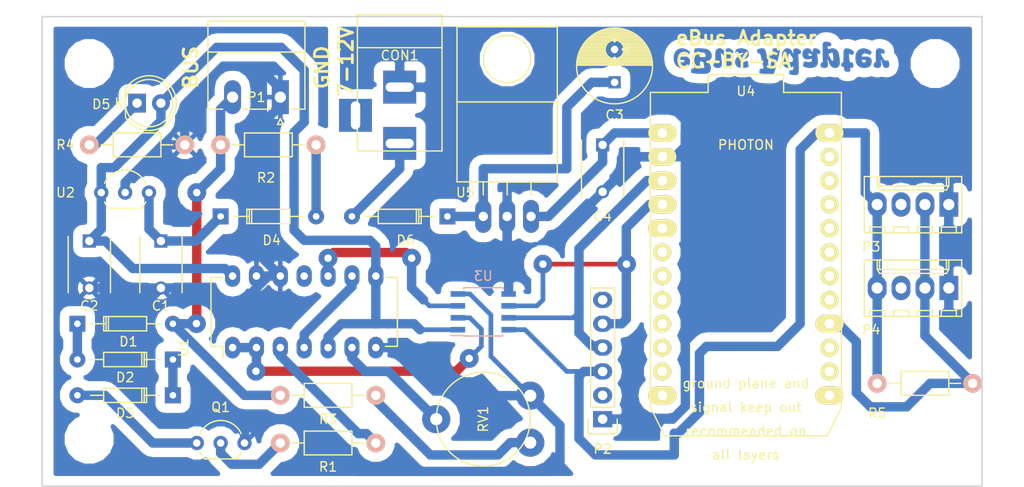
<source format=kicad_pcb>
(kicad_pcb (version 4) (host pcbnew 4.0.4-stable)

  (general
    (links 0)
    (no_connects 0)
    (area 150.142857 57.805 259.857143 110.595)
    (thickness 1.6)
    (drawings 8)
    (tracks 248)
    (zones 0)
    (modules 32)
    (nets 25)
  )

  (page A4)
  (layers
    (0 F.Cu signal)
    (31 B.Cu signal)
    (32 B.Adhes user)
    (33 F.Adhes user)
    (34 B.Paste user)
    (35 F.Paste user)
    (36 B.SilkS user)
    (37 F.SilkS user)
    (38 B.Mask user)
    (39 F.Mask user)
    (40 Dwgs.User user)
    (41 Cmts.User user)
    (42 Eco1.User user)
    (43 Eco2.User user)
    (44 Edge.Cuts user)
    (45 Margin user)
    (46 B.CrtYd user)
    (47 F.CrtYd user)
    (48 B.Fab user)
    (49 F.Fab user)
  )

  (setup
    (last_trace_width 1)
    (user_trace_width 0.5)
    (user_trace_width 1)
    (trace_clearance 0.5)
    (zone_clearance 0.508)
    (zone_45_only no)
    (trace_min 0.5)
    (segment_width 0.2)
    (edge_width 0.15)
    (via_size 1.2)
    (via_drill 0.8)
    (via_min_size 0.4)
    (via_min_drill 0.3)
    (uvia_size 0.3)
    (uvia_drill 0.1)
    (uvias_allowed no)
    (uvia_min_size 0.2)
    (uvia_min_drill 0.1)
    (pcb_text_width 0.3)
    (pcb_text_size 1.5 1.5)
    (mod_edge_width 0.15)
    (mod_text_size 1 1)
    (mod_text_width 0.15)
    (pad_size 3 1.9)
    (pad_drill 1.02)
    (pad_to_mask_clearance 0.2)
    (aux_axis_origin 0 0)
    (visible_elements FFFEFF7F)
    (pcbplotparams
      (layerselection 0x00000_80000000)
      (usegerberextensions false)
      (excludeedgelayer false)
      (linewidth 0.100000)
      (plotframeref false)
      (viasonmask false)
      (mode 1)
      (useauxorigin false)
      (hpglpennumber 1)
      (hpglpenspeed 20)
      (hpglpendiameter 15)
      (hpglpenoverlay 2)
      (psnegative false)
      (psa4output false)
      (plotreference false)
      (plotvalue false)
      (plotinvisibletext false)
      (padsonsilk false)
      (subtractmaskfromsilk false)
      (outputformat 4)
      (mirror true)
      (drillshape 1)
      (scaleselection 1)
      (outputdirectory gerber))
  )

  (net 0 "")
  (net 1 "Net-(C1-Pad1)")
  (net 2 GND)
  (net 3 VCC)
  (net 4 GNDD)
  (net 5 "Net-(C3-Pad1)")
  (net 6 "Net-(CON1-Pad1)")
  (net 7 "Net-(D1-Pad2)")
  (net 8 "Net-(D1-Pad1)")
  (net 9 "Net-(D2-Pad1)")
  (net 10 "Net-(D3-Pad2)")
  (net 11 "Net-(D4-Pad2)")
  (net 12 "Net-(D5-Pad1)")
  (net 13 /TX)
  (net 14 /RX)
  (net 15 "Net-(P3-Pad2)")
  (net 16 +3V3)
  (net 17 "Net-(Q1-Pad2)")
  (net 18 "Net-(R1-Pad2)")
  (net 19 "Net-(R3-Pad1)")
  (net 20 "Net-(RV1-Pad2)")
  (net 21 "Net-(U1-Pad1)")
  (net 22 "Net-(U1-Pad4)")
  (net 23 "Net-(U1-Pad10)")
  (net 24 +5V)

  (net_class Default "This is the default net class."
    (clearance 0.5)
    (trace_width 1)
    (via_dia 1.2)
    (via_drill 0.8)
    (uvia_dia 0.3)
    (uvia_drill 0.1)
    (add_net +3V3)
    (add_net +5V)
    (add_net /RX)
    (add_net /TX)
    (add_net GND)
    (add_net GNDD)
    (add_net "Net-(C1-Pad1)")
    (add_net "Net-(C3-Pad1)")
    (add_net "Net-(CON1-Pad1)")
    (add_net "Net-(D1-Pad1)")
    (add_net "Net-(D1-Pad2)")
    (add_net "Net-(D2-Pad1)")
    (add_net "Net-(D3-Pad2)")
    (add_net "Net-(D4-Pad2)")
    (add_net "Net-(D5-Pad1)")
    (add_net "Net-(P3-Pad2)")
    (add_net "Net-(Q1-Pad2)")
    (add_net "Net-(R1-Pad2)")
    (add_net "Net-(R3-Pad1)")
    (add_net "Net-(RV1-Pad2)")
    (add_net "Net-(U1-Pad1)")
    (add_net "Net-(U1-Pad10)")
    (add_net "Net-(U1-Pad4)")
    (add_net VCC)
  )

  (module ebus-adapter:TRIMMER_5_10 (layer F.Cu) (tedit 584EC5B3) (tstamp 584EC868)
    (at 201.93 102.87 90)
    (path /584EBB00)
    (fp_text reference RV1 (at 0 0 90) (layer F.SilkS)
      (effects (font (size 1 1) (thickness 0.15)))
    )
    (fp_text value POT (at 0 -2 90) (layer F.Fab)
      (effects (font (size 1 1) (thickness 0.15)))
    )
    (fp_circle (center 0 0) (end 0 5) (layer F.SilkS) (width 0.15))
    (pad 3 thru_hole circle (at 2.5 5 90) (size 3 3) (drill 1.3) (layers *.Cu *.Mask)
      (net 2 GND))
    (pad 2 thru_hole circle (at 0 -5 90) (size 3 3) (drill 1.3) (layers *.Cu *.Mask)
      (net 20 "Net-(RV1-Pad2)"))
    (pad 1 thru_hole circle (at -2.5 5 90) (size 3 3) (drill 1.3) (layers *.Cu *.Mask)
      (net 19 "Net-(R3-Pad1)"))
  )

  (module Capacitors_ThroughHole:C_Disc_D6_P5 (layer F.Cu) (tedit 0) (tstamp 584EC7DF)
    (at 167.64 83.9 270)
    (descr "Capacitor 6mm Disc, Pitch 5mm")
    (tags Capacitor)
    (path /584EAE50)
    (fp_text reference C1 (at 6.905 0 360) (layer F.SilkS)
      (effects (font (size 1 1) (thickness 0.15)))
    )
    (fp_text value 10nF (at 2.5 3.5 270) (layer F.Fab)
      (effects (font (size 1 1) (thickness 0.15)))
    )
    (fp_line (start -0.95 -2.5) (end 5.95 -2.5) (layer F.CrtYd) (width 0.05))
    (fp_line (start 5.95 -2.5) (end 5.95 2.5) (layer F.CrtYd) (width 0.05))
    (fp_line (start 5.95 2.5) (end -0.95 2.5) (layer F.CrtYd) (width 0.05))
    (fp_line (start -0.95 2.5) (end -0.95 -2.5) (layer F.CrtYd) (width 0.05))
    (fp_line (start -0.5 -2.25) (end 5.5 -2.25) (layer F.SilkS) (width 0.15))
    (fp_line (start 5.5 2.25) (end -0.5 2.25) (layer F.SilkS) (width 0.15))
    (pad 1 thru_hole rect (at 0 0 270) (size 1.4 1.4) (drill 0.9) (layers *.Cu *.Mask)
      (net 1 "Net-(C1-Pad1)"))
    (pad 2 thru_hole circle (at 5 0 270) (size 1.4 1.4) (drill 0.9) (layers *.Cu *.Mask)
      (net 2 GND))
    (model Capacitors_ThroughHole.3dshapes/C_Disc_D6_P5.wrl
      (at (xyz 0.0984252 0 0))
      (scale (xyz 1 1 1))
      (rotate (xyz 0 0 0))
    )
  )

  (module Capacitors_ThroughHole:C_Disc_D6_P5 (layer F.Cu) (tedit 0) (tstamp 584EC7E5)
    (at 160.02 83.9 270)
    (descr "Capacitor 6mm Disc, Pitch 5mm")
    (tags Capacitor)
    (path /584EAE79)
    (fp_text reference C2 (at 6.905 0 360) (layer F.SilkS)
      (effects (font (size 1 1) (thickness 0.15)))
    )
    (fp_text value 680nF (at 2.5 3.5 270) (layer F.Fab)
      (effects (font (size 1 1) (thickness 0.15)))
    )
    (fp_line (start -0.95 -2.5) (end 5.95 -2.5) (layer F.CrtYd) (width 0.05))
    (fp_line (start 5.95 -2.5) (end 5.95 2.5) (layer F.CrtYd) (width 0.05))
    (fp_line (start 5.95 2.5) (end -0.95 2.5) (layer F.CrtYd) (width 0.05))
    (fp_line (start -0.95 2.5) (end -0.95 -2.5) (layer F.CrtYd) (width 0.05))
    (fp_line (start -0.5 -2.25) (end 5.5 -2.25) (layer F.SilkS) (width 0.15))
    (fp_line (start 5.5 2.25) (end -0.5 2.25) (layer F.SilkS) (width 0.15))
    (pad 1 thru_hole rect (at 0 0 270) (size 1.4 1.4) (drill 0.9) (layers *.Cu *.Mask)
      (net 3 VCC))
    (pad 2 thru_hole circle (at 5 0 270) (size 1.4 1.4) (drill 0.9) (layers *.Cu *.Mask)
      (net 2 GND))
    (model Capacitors_ThroughHole.3dshapes/C_Disc_D6_P5.wrl
      (at (xyz 0.0984252 0 0))
      (scale (xyz 1 1 1))
      (rotate (xyz 0 0 0))
    )
  )

  (module Capacitors_ThroughHole:C_Radial_D8_L11.5_P3.5 (layer F.Cu) (tedit 0) (tstamp 584EC7EB)
    (at 215.9 67 90)
    (descr "Radial Electrolytic Capacitor Diameter 8mm x Length 11.5mm, Pitch 3.5mm")
    (tags "Electrolytic Capacitor")
    (path /584F143C)
    (fp_text reference C3 (at -3.485 0 180) (layer F.SilkS)
      (effects (font (size 1 1) (thickness 0.15)))
    )
    (fp_text value CP (at 1.75 5.3 90) (layer F.Fab)
      (effects (font (size 1 1) (thickness 0.15)))
    )
    (fp_line (start 1.825 -3.999) (end 1.825 3.999) (layer F.SilkS) (width 0.15))
    (fp_line (start 1.965 -3.994) (end 1.965 3.994) (layer F.SilkS) (width 0.15))
    (fp_line (start 2.105 -3.984) (end 2.105 3.984) (layer F.SilkS) (width 0.15))
    (fp_line (start 2.245 -3.969) (end 2.245 3.969) (layer F.SilkS) (width 0.15))
    (fp_line (start 2.385 -3.949) (end 2.385 3.949) (layer F.SilkS) (width 0.15))
    (fp_line (start 2.525 -3.924) (end 2.525 -0.222) (layer F.SilkS) (width 0.15))
    (fp_line (start 2.525 0.222) (end 2.525 3.924) (layer F.SilkS) (width 0.15))
    (fp_line (start 2.665 -3.894) (end 2.665 -0.55) (layer F.SilkS) (width 0.15))
    (fp_line (start 2.665 0.55) (end 2.665 3.894) (layer F.SilkS) (width 0.15))
    (fp_line (start 2.805 -3.858) (end 2.805 -0.719) (layer F.SilkS) (width 0.15))
    (fp_line (start 2.805 0.719) (end 2.805 3.858) (layer F.SilkS) (width 0.15))
    (fp_line (start 2.945 -3.817) (end 2.945 -0.832) (layer F.SilkS) (width 0.15))
    (fp_line (start 2.945 0.832) (end 2.945 3.817) (layer F.SilkS) (width 0.15))
    (fp_line (start 3.085 -3.771) (end 3.085 -0.91) (layer F.SilkS) (width 0.15))
    (fp_line (start 3.085 0.91) (end 3.085 3.771) (layer F.SilkS) (width 0.15))
    (fp_line (start 3.225 -3.718) (end 3.225 -0.961) (layer F.SilkS) (width 0.15))
    (fp_line (start 3.225 0.961) (end 3.225 3.718) (layer F.SilkS) (width 0.15))
    (fp_line (start 3.365 -3.659) (end 3.365 -0.991) (layer F.SilkS) (width 0.15))
    (fp_line (start 3.365 0.991) (end 3.365 3.659) (layer F.SilkS) (width 0.15))
    (fp_line (start 3.505 -3.594) (end 3.505 -1) (layer F.SilkS) (width 0.15))
    (fp_line (start 3.505 1) (end 3.505 3.594) (layer F.SilkS) (width 0.15))
    (fp_line (start 3.645 -3.523) (end 3.645 -0.989) (layer F.SilkS) (width 0.15))
    (fp_line (start 3.645 0.989) (end 3.645 3.523) (layer F.SilkS) (width 0.15))
    (fp_line (start 3.785 -3.444) (end 3.785 -0.959) (layer F.SilkS) (width 0.15))
    (fp_line (start 3.785 0.959) (end 3.785 3.444) (layer F.SilkS) (width 0.15))
    (fp_line (start 3.925 -3.357) (end 3.925 -0.905) (layer F.SilkS) (width 0.15))
    (fp_line (start 3.925 0.905) (end 3.925 3.357) (layer F.SilkS) (width 0.15))
    (fp_line (start 4.065 -3.262) (end 4.065 -0.825) (layer F.SilkS) (width 0.15))
    (fp_line (start 4.065 0.825) (end 4.065 3.262) (layer F.SilkS) (width 0.15))
    (fp_line (start 4.205 -3.158) (end 4.205 -0.709) (layer F.SilkS) (width 0.15))
    (fp_line (start 4.205 0.709) (end 4.205 3.158) (layer F.SilkS) (width 0.15))
    (fp_line (start 4.345 -3.044) (end 4.345 -0.535) (layer F.SilkS) (width 0.15))
    (fp_line (start 4.345 0.535) (end 4.345 3.044) (layer F.SilkS) (width 0.15))
    (fp_line (start 4.485 -2.919) (end 4.485 -0.173) (layer F.SilkS) (width 0.15))
    (fp_line (start 4.485 0.173) (end 4.485 2.919) (layer F.SilkS) (width 0.15))
    (fp_line (start 4.625 -2.781) (end 4.625 2.781) (layer F.SilkS) (width 0.15))
    (fp_line (start 4.765 -2.629) (end 4.765 2.629) (layer F.SilkS) (width 0.15))
    (fp_line (start 4.905 -2.459) (end 4.905 2.459) (layer F.SilkS) (width 0.15))
    (fp_line (start 5.045 -2.268) (end 5.045 2.268) (layer F.SilkS) (width 0.15))
    (fp_line (start 5.185 -2.05) (end 5.185 2.05) (layer F.SilkS) (width 0.15))
    (fp_line (start 5.325 -1.794) (end 5.325 1.794) (layer F.SilkS) (width 0.15))
    (fp_line (start 5.465 -1.483) (end 5.465 1.483) (layer F.SilkS) (width 0.15))
    (fp_line (start 5.605 -1.067) (end 5.605 1.067) (layer F.SilkS) (width 0.15))
    (fp_line (start 5.745 -0.2) (end 5.745 0.2) (layer F.SilkS) (width 0.15))
    (fp_circle (center 3.5 0) (end 3.5 -1) (layer F.SilkS) (width 0.15))
    (fp_circle (center 1.75 0) (end 1.75 -4.0375) (layer F.SilkS) (width 0.15))
    (fp_circle (center 1.75 0) (end 1.75 -4.3) (layer F.CrtYd) (width 0.05))
    (pad 2 thru_hole circle (at 3.5 0 90) (size 1.3 1.3) (drill 0.8) (layers *.Cu *.Mask)
      (net 4 GNDD))
    (pad 1 thru_hole rect (at 0 0 90) (size 1.3 1.3) (drill 0.8) (layers *.Cu *.Mask)
      (net 5 "Net-(C3-Pad1)"))
    (model Capacitors_ThroughHole.3dshapes/C_Radial_D8_L11.5_P3.5.wrl
      (at (xyz 0 0 0))
      (scale (xyz 1 1 1))
      (rotate (xyz 0 0 0))
    )
  )

  (module Capacitors_ThroughHole:C_Disc_D6_P5 (layer F.Cu) (tedit 0) (tstamp 584EC7F1)
    (at 214.63 73.66 270)
    (descr "Capacitor 6mm Disc, Pitch 5mm")
    (tags Capacitor)
    (path /584EDAA1)
    (fp_text reference C4 (at 7.62 0 360) (layer F.SilkS)
      (effects (font (size 1 1) (thickness 0.15)))
    )
    (fp_text value 680nF (at 2.5 3.5 270) (layer F.Fab)
      (effects (font (size 1 1) (thickness 0.15)))
    )
    (fp_line (start -0.95 -2.5) (end 5.95 -2.5) (layer F.CrtYd) (width 0.05))
    (fp_line (start 5.95 -2.5) (end 5.95 2.5) (layer F.CrtYd) (width 0.05))
    (fp_line (start 5.95 2.5) (end -0.95 2.5) (layer F.CrtYd) (width 0.05))
    (fp_line (start -0.95 2.5) (end -0.95 -2.5) (layer F.CrtYd) (width 0.05))
    (fp_line (start -0.5 -2.25) (end 5.5 -2.25) (layer F.SilkS) (width 0.15))
    (fp_line (start 5.5 2.25) (end -0.5 2.25) (layer F.SilkS) (width 0.15))
    (pad 1 thru_hole rect (at 0 0 270) (size 1.4 1.4) (drill 0.9) (layers *.Cu *.Mask)
      (net 24 +5V))
    (pad 2 thru_hole circle (at 5 0 270) (size 1.4 1.4) (drill 0.9) (layers *.Cu *.Mask)
      (net 4 GNDD))
    (model Capacitors_ThroughHole.3dshapes/C_Disc_D6_P5.wrl
      (at (xyz 0.0984252 0 0))
      (scale (xyz 1 1 1))
      (rotate (xyz 0 0 0))
    )
  )

  (module Connect:BARREL_JACK (layer F.Cu) (tedit 0) (tstamp 584EC7F8)
    (at 193.04 67.31 270)
    (descr "DC Barrel Jack")
    (tags "Power Jack")
    (path /584EB5A3)
    (fp_text reference CON1 (at -3.175 0 360) (layer F.SilkS)
      (effects (font (size 1 1) (thickness 0.15)))
    )
    (fp_text value BARREL_JACK (at 0 -5.99948 270) (layer F.Fab)
      (effects (font (size 1 1) (thickness 0.15)))
    )
    (fp_line (start -4.0005 -4.50088) (end -4.0005 4.50088) (layer F.SilkS) (width 0.15))
    (fp_line (start -7.50062 -4.50088) (end -7.50062 4.50088) (layer F.SilkS) (width 0.15))
    (fp_line (start -7.50062 4.50088) (end 7.00024 4.50088) (layer F.SilkS) (width 0.15))
    (fp_line (start 7.00024 4.50088) (end 7.00024 -4.50088) (layer F.SilkS) (width 0.15))
    (fp_line (start 7.00024 -4.50088) (end -7.50062 -4.50088) (layer F.SilkS) (width 0.15))
    (pad 1 thru_hole rect (at 6.20014 0 270) (size 3.50012 3.50012) (drill oval 1.00076 2.99974) (layers *.Cu *.Mask)
      (net 6 "Net-(CON1-Pad1)"))
    (pad 2 thru_hole rect (at 0.20066 0 270) (size 3.50012 3.50012) (drill oval 1.00076 2.99974) (layers *.Cu *.Mask)
      (net 4 GNDD))
    (pad 3 thru_hole rect (at 3.2004 4.699 270) (size 3.50012 3.50012) (drill oval 2.99974 1.00076) (layers *.Cu *.Mask))
  )

  (module Diodes_ThroughHole:Diode_DO-35_SOD27_Horizontal_RM10 (layer F.Cu) (tedit 552FFC30) (tstamp 584EC7FE)
    (at 158.74948 92.71254)
    (descr "Diode, DO-35,  SOD27, Horizontal, RM 10mm")
    (tags "Diode, DO-35, SOD27, Horizontal, RM 10mm, 1N4148,")
    (path /584EAFDE)
    (fp_text reference D1 (at 5.43052 1.90246) (layer F.SilkS)
      (effects (font (size 1 1) (thickness 0.15)))
    )
    (fp_text value 1N4148 (at 4.41452 -3.55854) (layer F.Fab)
      (effects (font (size 1 1) (thickness 0.15)))
    )
    (fp_line (start 7.36652 -0.00254) (end 8.76352 -0.00254) (layer F.SilkS) (width 0.15))
    (fp_line (start 2.92152 -0.00254) (end 1.39752 -0.00254) (layer F.SilkS) (width 0.15))
    (fp_line (start 3.30252 -0.76454) (end 3.30252 0.75946) (layer F.SilkS) (width 0.15))
    (fp_line (start 3.04852 -0.76454) (end 3.04852 0.75946) (layer F.SilkS) (width 0.15))
    (fp_line (start 2.79452 -0.00254) (end 2.79452 0.75946) (layer F.SilkS) (width 0.15))
    (fp_line (start 2.79452 0.75946) (end 7.36652 0.75946) (layer F.SilkS) (width 0.15))
    (fp_line (start 7.36652 0.75946) (end 7.36652 -0.76454) (layer F.SilkS) (width 0.15))
    (fp_line (start 7.36652 -0.76454) (end 2.79452 -0.76454) (layer F.SilkS) (width 0.15))
    (fp_line (start 2.79452 -0.76454) (end 2.79452 -0.00254) (layer F.SilkS) (width 0.15))
    (pad 2 thru_hole circle (at 10.16052 -0.00254 180) (size 1.69926 1.69926) (drill 0.70104) (layers *.Cu *.Mask)
      (net 7 "Net-(D1-Pad2)"))
    (pad 1 thru_hole rect (at 0.00052 -0.00254 180) (size 1.69926 1.69926) (drill 0.70104) (layers *.Cu *.Mask)
      (net 8 "Net-(D1-Pad1)"))
    (model Diodes_ThroughHole.3dshapes/Diode_DO-35_SOD27_Horizontal_RM10.wrl
      (at (xyz 0.2 0 0))
      (scale (xyz 0.4 0.4 0.4))
      (rotate (xyz 0 0 180))
    )
  )

  (module Diodes_ThroughHole:Diode_DO-35_SOD27_Horizontal_RM10 (layer F.Cu) (tedit 552FFC30) (tstamp 584EC804)
    (at 168.91052 96.51746 180)
    (descr "Diode, DO-35,  SOD27, Horizontal, RM 10mm")
    (tags "Diode, DO-35, SOD27, Horizontal, RM 10mm, 1N4148,")
    (path /584EB010)
    (fp_text reference D2 (at 5.08052 -1.90754 180) (layer F.SilkS)
      (effects (font (size 1 1) (thickness 0.15)))
    )
    (fp_text value 1N4148 (at 4.41452 -3.55854 180) (layer F.Fab)
      (effects (font (size 1 1) (thickness 0.15)))
    )
    (fp_line (start 7.36652 -0.00254) (end 8.76352 -0.00254) (layer F.SilkS) (width 0.15))
    (fp_line (start 2.92152 -0.00254) (end 1.39752 -0.00254) (layer F.SilkS) (width 0.15))
    (fp_line (start 3.30252 -0.76454) (end 3.30252 0.75946) (layer F.SilkS) (width 0.15))
    (fp_line (start 3.04852 -0.76454) (end 3.04852 0.75946) (layer F.SilkS) (width 0.15))
    (fp_line (start 2.79452 -0.00254) (end 2.79452 0.75946) (layer F.SilkS) (width 0.15))
    (fp_line (start 2.79452 0.75946) (end 7.36652 0.75946) (layer F.SilkS) (width 0.15))
    (fp_line (start 7.36652 0.75946) (end 7.36652 -0.76454) (layer F.SilkS) (width 0.15))
    (fp_line (start 7.36652 -0.76454) (end 2.79452 -0.76454) (layer F.SilkS) (width 0.15))
    (fp_line (start 2.79452 -0.76454) (end 2.79452 -0.00254) (layer F.SilkS) (width 0.15))
    (pad 2 thru_hole circle (at 10.16052 -0.00254) (size 1.69926 1.69926) (drill 0.70104) (layers *.Cu *.Mask)
      (net 8 "Net-(D1-Pad1)"))
    (pad 1 thru_hole rect (at 0.00052 -0.00254) (size 1.69926 1.69926) (drill 0.70104) (layers *.Cu *.Mask)
      (net 9 "Net-(D2-Pad1)"))
    (model Diodes_ThroughHole.3dshapes/Diode_DO-35_SOD27_Horizontal_RM10.wrl
      (at (xyz 0.2 0 0))
      (scale (xyz 0.4 0.4 0.4))
      (rotate (xyz 0 0 180))
    )
  )

  (module Diodes_ThroughHole:Diode_DO-35_SOD27_Horizontal_RM10 (layer F.Cu) (tedit 552FFC30) (tstamp 584EC80A)
    (at 168.91052 100.32746 180)
    (descr "Diode, DO-35,  SOD27, Horizontal, RM 10mm")
    (tags "Diode, DO-35, SOD27, Horizontal, RM 10mm, 1N4148,")
    (path /584EB075)
    (fp_text reference D3 (at 5.08052 -1.90754 180) (layer F.SilkS)
      (effects (font (size 1 1) (thickness 0.15)))
    )
    (fp_text value 7.5V (at 4.41452 -3.55854 180) (layer F.Fab)
      (effects (font (size 1 1) (thickness 0.15)))
    )
    (fp_line (start 7.36652 -0.00254) (end 8.76352 -0.00254) (layer F.SilkS) (width 0.15))
    (fp_line (start 2.92152 -0.00254) (end 1.39752 -0.00254) (layer F.SilkS) (width 0.15))
    (fp_line (start 3.30252 -0.76454) (end 3.30252 0.75946) (layer F.SilkS) (width 0.15))
    (fp_line (start 3.04852 -0.76454) (end 3.04852 0.75946) (layer F.SilkS) (width 0.15))
    (fp_line (start 2.79452 -0.00254) (end 2.79452 0.75946) (layer F.SilkS) (width 0.15))
    (fp_line (start 2.79452 0.75946) (end 7.36652 0.75946) (layer F.SilkS) (width 0.15))
    (fp_line (start 7.36652 0.75946) (end 7.36652 -0.76454) (layer F.SilkS) (width 0.15))
    (fp_line (start 7.36652 -0.76454) (end 2.79452 -0.76454) (layer F.SilkS) (width 0.15))
    (fp_line (start 2.79452 -0.76454) (end 2.79452 -0.00254) (layer F.SilkS) (width 0.15))
    (pad 2 thru_hole circle (at 10.16052 -0.00254) (size 1.69926 1.69926) (drill 0.70104) (layers *.Cu *.Mask)
      (net 10 "Net-(D3-Pad2)"))
    (pad 1 thru_hole rect (at 0.00052 -0.00254) (size 1.69926 1.69926) (drill 0.70104) (layers *.Cu *.Mask)
      (net 9 "Net-(D2-Pad1)"))
    (model Diodes_ThroughHole.3dshapes/Diode_DO-35_SOD27_Horizontal_RM10.wrl
      (at (xyz 0.2 0 0))
      (scale (xyz 0.4 0.4 0.4))
      (rotate (xyz 0 0 180))
    )
  )

  (module Diodes_ThroughHole:Diode_DO-35_SOD27_Horizontal_RM10 (layer F.Cu) (tedit 552FFC30) (tstamp 584EC810)
    (at 173.99 81.28254)
    (descr "Diode, DO-35,  SOD27, Horizontal, RM 10mm")
    (tags "Diode, DO-35, SOD27, Horizontal, RM 10mm, 1N4148,")
    (path /584EADA6)
    (fp_text reference D4 (at 5.43052 2.53746) (layer F.SilkS)
      (effects (font (size 1 1) (thickness 0.15)))
    )
    (fp_text value 1N4148 (at 4.41452 -3.55854) (layer F.Fab)
      (effects (font (size 1 1) (thickness 0.15)))
    )
    (fp_line (start 7.36652 -0.00254) (end 8.76352 -0.00254) (layer F.SilkS) (width 0.15))
    (fp_line (start 2.92152 -0.00254) (end 1.39752 -0.00254) (layer F.SilkS) (width 0.15))
    (fp_line (start 3.30252 -0.76454) (end 3.30252 0.75946) (layer F.SilkS) (width 0.15))
    (fp_line (start 3.04852 -0.76454) (end 3.04852 0.75946) (layer F.SilkS) (width 0.15))
    (fp_line (start 2.79452 -0.00254) (end 2.79452 0.75946) (layer F.SilkS) (width 0.15))
    (fp_line (start 2.79452 0.75946) (end 7.36652 0.75946) (layer F.SilkS) (width 0.15))
    (fp_line (start 7.36652 0.75946) (end 7.36652 -0.76454) (layer F.SilkS) (width 0.15))
    (fp_line (start 7.36652 -0.76454) (end 2.79452 -0.76454) (layer F.SilkS) (width 0.15))
    (fp_line (start 2.79452 -0.76454) (end 2.79452 -0.00254) (layer F.SilkS) (width 0.15))
    (pad 2 thru_hole circle (at 10.16052 -0.00254 180) (size 1.69926 1.69926) (drill 0.70104) (layers *.Cu *.Mask)
      (net 11 "Net-(D4-Pad2)"))
    (pad 1 thru_hole rect (at 0.00052 -0.00254 180) (size 1.69926 1.69926) (drill 0.70104) (layers *.Cu *.Mask)
      (net 1 "Net-(C1-Pad1)"))
    (model Diodes_ThroughHole.3dshapes/Diode_DO-35_SOD27_Horizontal_RM10.wrl
      (at (xyz 0.2 0 0))
      (scale (xyz 0.4 0.4 0.4))
      (rotate (xyz 0 0 180))
    )
  )

  (module LEDs:LED-5MM (layer F.Cu) (tedit 5570F7EA) (tstamp 584EC816)
    (at 165.1 69.215)
    (descr "LED 5mm round vertical")
    (tags "LED 5mm round vertical")
    (path /584EBF38)
    (fp_text reference D5 (at -3.81 0.127 180) (layer F.SilkS)
      (effects (font (size 1 1) (thickness 0.15)))
    )
    (fp_text value LED (at 1.524 -3.937) (layer F.Fab)
      (effects (font (size 1 1) (thickness 0.15)))
    )
    (fp_line (start -1.5 -1.55) (end -1.5 1.55) (layer F.CrtYd) (width 0.05))
    (fp_arc (start 1.3 0) (end -1.5 1.55) (angle -302) (layer F.CrtYd) (width 0.05))
    (fp_arc (start 1.27 0) (end -1.23 -1.5) (angle 297.5) (layer F.SilkS) (width 0.15))
    (fp_line (start -1.23 1.5) (end -1.23 -1.5) (layer F.SilkS) (width 0.15))
    (fp_circle (center 1.27 0) (end 0.97 -2.5) (layer F.SilkS) (width 0.15))
    (fp_text user K (at -1.905 0) (layer F.SilkS)
      (effects (font (size 1 1) (thickness 0.15)))
    )
    (pad 1 thru_hole rect (at 0 0 90) (size 2 1.9) (drill 1.00076) (layers *.Cu *.Mask)
      (net 12 "Net-(D5-Pad1)"))
    (pad 2 thru_hole circle (at 2.54 0) (size 1.9 1.9) (drill 1.00076) (layers *.Cu *.Mask)
      (net 3 VCC))
    (model LEDs.3dshapes/LED-5MM.wrl
      (at (xyz 0.05 0 0))
      (scale (xyz 1 1 1))
      (rotate (xyz 0 0 90))
    )
  )

  (module Diodes_ThroughHole:Diode_DO-35_SOD27_Horizontal_RM10 (layer F.Cu) (tedit 552FFC30) (tstamp 584EC81C)
    (at 198.12 81.27746 180)
    (descr "Diode, DO-35,  SOD27, Horizontal, RM 10mm")
    (tags "Diode, DO-35, SOD27, Horizontal, RM 10mm, 1N4148,")
    (path /584EE39F)
    (fp_text reference D6 (at 4.445 -2.54254 180) (layer F.SilkS)
      (effects (font (size 1 1) (thickness 0.15)))
    )
    (fp_text value 1N4001 (at 4.41452 -3.55854 180) (layer F.Fab)
      (effects (font (size 1 1) (thickness 0.15)))
    )
    (fp_line (start 7.36652 -0.00254) (end 8.76352 -0.00254) (layer F.SilkS) (width 0.15))
    (fp_line (start 2.92152 -0.00254) (end 1.39752 -0.00254) (layer F.SilkS) (width 0.15))
    (fp_line (start 3.30252 -0.76454) (end 3.30252 0.75946) (layer F.SilkS) (width 0.15))
    (fp_line (start 3.04852 -0.76454) (end 3.04852 0.75946) (layer F.SilkS) (width 0.15))
    (fp_line (start 2.79452 -0.00254) (end 2.79452 0.75946) (layer F.SilkS) (width 0.15))
    (fp_line (start 2.79452 0.75946) (end 7.36652 0.75946) (layer F.SilkS) (width 0.15))
    (fp_line (start 7.36652 0.75946) (end 7.36652 -0.76454) (layer F.SilkS) (width 0.15))
    (fp_line (start 7.36652 -0.76454) (end 2.79452 -0.76454) (layer F.SilkS) (width 0.15))
    (fp_line (start 2.79452 -0.76454) (end 2.79452 -0.00254) (layer F.SilkS) (width 0.15))
    (pad 2 thru_hole circle (at 10.16052 -0.00254) (size 1.69926 1.69926) (drill 0.70104) (layers *.Cu *.Mask)
      (net 6 "Net-(CON1-Pad1)"))
    (pad 1 thru_hole rect (at 0.00052 -0.00254) (size 1.69926 1.69926) (drill 0.70104) (layers *.Cu *.Mask)
      (net 5 "Net-(C3-Pad1)"))
    (model Diodes_ThroughHole.3dshapes/Diode_DO-35_SOD27_Horizontal_RM10.wrl
      (at (xyz 0.2 0 0))
      (scale (xyz 0.4 0.4 0.4))
      (rotate (xyz 0 0 180))
    )
  )

  (module Connectors_Phoenix:PhoenixContact_MC-G_02x5.08mm_Angled (layer F.Cu) (tedit 5797DB13) (tstamp 584EC822)
    (at 180.34 68.58 180)
    (descr "Generic Phoenix Contact connector footprint for series: MC-G; number of pins: 02; pin pitch: 5.08mm; Angled || order number: 1836189 8A 320V")
    (tags "phoenix_contact connector MC_01x02_G_5.08mm")
    (path /584EAD02)
    (fp_text reference P1 (at 2.54 0 180) (layer F.SilkS)
      (effects (font (size 1 1) (thickness 0.15)))
    )
    (fp_text value CONN_01X02 (at 2.54 9.5 180) (layer F.Fab)
      (effects (font (size 1 1) (thickness 0.15)))
    )
    (fp_line (start -2.62 -1.28) (end -2.62 8.08) (layer F.SilkS) (width 0.15))
    (fp_line (start -2.62 8.08) (end 7.7 8.08) (layer F.SilkS) (width 0.15))
    (fp_line (start 7.7 8.08) (end 7.7 -1.28) (layer F.SilkS) (width 0.15))
    (fp_line (start -2.62 -1.28) (end -1.05 -1.28) (layer F.SilkS) (width 0.15))
    (fp_line (start 7.7 -1.28) (end 6.13 -1.28) (layer F.SilkS) (width 0.15))
    (fp_line (start 1.05 -1.28) (end 4.03 -1.28) (layer F.SilkS) (width 0.15))
    (fp_line (start -2.62 4.8) (end 7.7 4.8) (layer F.SilkS) (width 0.15))
    (fp_line (start -3.1 -2.3) (end -3.1 8.5) (layer F.CrtYd) (width 0.05))
    (fp_line (start -3.1 8.5) (end 8.1 8.5) (layer F.CrtYd) (width 0.05))
    (fp_line (start 8.1 8.5) (end 8.1 -2.3) (layer F.CrtYd) (width 0.05))
    (fp_line (start 8.1 -2.3) (end -3.1 -2.3) (layer F.CrtYd) (width 0.05))
    (fp_line (start 0 -2.3) (end 0.3 -2.9) (layer F.SilkS) (width 0.15))
    (fp_line (start 0.3 -2.9) (end -0.3 -2.9) (layer F.SilkS) (width 0.15))
    (fp_line (start -0.3 -2.9) (end 0 -2.3) (layer F.SilkS) (width 0.15))
    (pad 1 thru_hole rect (at 0 0 180) (size 1.8 3.6) (drill 1.2) (layers *.Cu *.Mask)
      (net 2 GND))
    (pad 2 thru_hole oval (at 5.08 0 180) (size 1.8 3.6) (drill 1.2) (layers *.Cu *.Mask)
      (net 7 "Net-(D1-Pad2)"))
    (model Connectors_Phoenix.3dshapes/PhoenixContact_MC-G_02x5.08mm_Angled.wrl
      (at (xyz 0 0 0))
      (scale (xyz 1 1 1))
      (rotate (xyz 0 0 0))
    )
  )

  (module Socket_Strips:Socket_Strip_Straight_1x06 (layer F.Cu) (tedit 0) (tstamp 584EC82C)
    (at 214.63 102.87 90)
    (descr "Through hole socket strip")
    (tags "socket strip")
    (path /584EC1CA)
    (fp_text reference P2 (at -3.175 0 180) (layer F.SilkS)
      (effects (font (size 1 1) (thickness 0.15)))
    )
    (fp_text value CONN_01X06 (at 0 -3.1 90) (layer F.Fab)
      (effects (font (size 1 1) (thickness 0.15)))
    )
    (fp_line (start -1.75 -1.75) (end -1.75 1.75) (layer F.CrtYd) (width 0.05))
    (fp_line (start 14.45 -1.75) (end 14.45 1.75) (layer F.CrtYd) (width 0.05))
    (fp_line (start -1.75 -1.75) (end 14.45 -1.75) (layer F.CrtYd) (width 0.05))
    (fp_line (start -1.75 1.75) (end 14.45 1.75) (layer F.CrtYd) (width 0.05))
    (fp_line (start 1.27 1.27) (end 13.97 1.27) (layer F.SilkS) (width 0.15))
    (fp_line (start 13.97 1.27) (end 13.97 -1.27) (layer F.SilkS) (width 0.15))
    (fp_line (start 13.97 -1.27) (end 1.27 -1.27) (layer F.SilkS) (width 0.15))
    (fp_line (start -1.55 1.55) (end 0 1.55) (layer F.SilkS) (width 0.15))
    (fp_line (start 1.27 1.27) (end 1.27 -1.27) (layer F.SilkS) (width 0.15))
    (fp_line (start 0 -1.55) (end -1.55 -1.55) (layer F.SilkS) (width 0.15))
    (fp_line (start -1.55 -1.55) (end -1.55 1.55) (layer F.SilkS) (width 0.15))
    (pad 1 thru_hole rect (at 0 0 90) (size 1.7272 2.032) (drill 1.016) (layers *.Cu *.Mask)
      (net 4 GNDD))
    (pad 2 thru_hole oval (at 2.54 0 90) (size 1.7272 2.032) (drill 1.016) (layers *.Cu *.Mask))
    (pad 3 thru_hole oval (at 5.08 0 90) (size 1.7272 2.032) (drill 1.016) (layers *.Cu *.Mask)
      (net 16 +3V3))
    (pad 4 thru_hole oval (at 7.62 0 90) (size 1.7272 2.032) (drill 1.016) (layers *.Cu *.Mask)
      (net 13 /TX))
    (pad 5 thru_hole oval (at 10.16 0 90) (size 1.7272 2.032) (drill 1.016) (layers *.Cu *.Mask)
      (net 14 /RX))
    (pad 6 thru_hole oval (at 12.7 0 90) (size 1.7272 2.032) (drill 1.016) (layers *.Cu *.Mask))
    (model Socket_Strips.3dshapes/Socket_Strip_Straight_1x06.wrl
      (at (xyz 0.25 0 0))
      (scale (xyz 1 1 1))
      (rotate (xyz 0 0 180))
    )
  )

  (module Connectors_Molex:Molex_KK-6410-04_04x2.54mm_Straight (layer F.Cu) (tedit 56C6219D) (tstamp 584EC834)
    (at 251.46 80.01 180)
    (descr "Connector Headers with Friction Lock, 22-27-2041, http://www.molex.com/pdm_docs/sd/022272021_sd.pdf")
    (tags "connector molex kk_6410 22-27-2041")
    (path /584ECEBC)
    (fp_text reference P3 (at 8.255 -4.5 180) (layer F.SilkS)
      (effects (font (size 1 1) (thickness 0.15)))
    )
    (fp_text value CONN_01X04 (at 3.81 4.5 180) (layer F.Fab)
      (effects (font (size 1 1) (thickness 0.15)))
    )
    (fp_line (start -1.37 -3.02) (end -1.37 2.98) (layer F.SilkS) (width 0.15))
    (fp_line (start -1.37 2.98) (end 8.99 2.98) (layer F.SilkS) (width 0.15))
    (fp_line (start 8.99 2.98) (end 8.99 -3.02) (layer F.SilkS) (width 0.15))
    (fp_line (start 8.99 -3.02) (end -1.37 -3.02) (layer F.SilkS) (width 0.15))
    (fp_line (start 0 2.98) (end 0 1.98) (layer F.SilkS) (width 0.15))
    (fp_line (start 0 1.98) (end 7.62 1.98) (layer F.SilkS) (width 0.15))
    (fp_line (start 7.62 1.98) (end 7.62 2.98) (layer F.SilkS) (width 0.15))
    (fp_line (start 0 1.98) (end 0.25 1.55) (layer F.SilkS) (width 0.15))
    (fp_line (start 0.25 1.55) (end 7.37 1.55) (layer F.SilkS) (width 0.15))
    (fp_line (start 7.37 1.55) (end 7.62 1.98) (layer F.SilkS) (width 0.15))
    (fp_line (start 0.25 2.98) (end 0.25 1.98) (layer F.SilkS) (width 0.15))
    (fp_line (start 7.37 2.98) (end 7.37 1.98) (layer F.SilkS) (width 0.15))
    (fp_line (start -0.8 -3.02) (end -0.8 -2.4) (layer F.SilkS) (width 0.15))
    (fp_line (start -0.8 -2.4) (end 0.8 -2.4) (layer F.SilkS) (width 0.15))
    (fp_line (start 0.8 -2.4) (end 0.8 -3.02) (layer F.SilkS) (width 0.15))
    (fp_line (start 1.74 -3.02) (end 1.74 -2.4) (layer F.SilkS) (width 0.15))
    (fp_line (start 1.74 -2.4) (end 3.34 -2.4) (layer F.SilkS) (width 0.15))
    (fp_line (start 3.34 -2.4) (end 3.34 -3.02) (layer F.SilkS) (width 0.15))
    (fp_line (start 4.28 -3.02) (end 4.28 -2.4) (layer F.SilkS) (width 0.15))
    (fp_line (start 4.28 -2.4) (end 5.88 -2.4) (layer F.SilkS) (width 0.15))
    (fp_line (start 5.88 -2.4) (end 5.88 -3.02) (layer F.SilkS) (width 0.15))
    (fp_line (start 6.82 -3.02) (end 6.82 -2.4) (layer F.SilkS) (width 0.15))
    (fp_line (start 6.82 -2.4) (end 8.42 -2.4) (layer F.SilkS) (width 0.15))
    (fp_line (start 8.42 -2.4) (end 8.42 -3.02) (layer F.SilkS) (width 0.15))
    (fp_line (start -1.9 3.5) (end -1.9 -3.55) (layer F.CrtYd) (width 0.05))
    (fp_line (start -1.9 -3.55) (end 9.5 -3.55) (layer F.CrtYd) (width 0.05))
    (fp_line (start 9.5 -3.55) (end 9.5 3.5) (layer F.CrtYd) (width 0.05))
    (fp_line (start 9.5 3.5) (end -1.9 3.5) (layer F.CrtYd) (width 0.05))
    (pad 1 thru_hole rect (at 0 0 180) (size 2 2.6) (drill 1.2) (layers *.Cu *.Mask)
      (net 4 GNDD))
    (pad 2 thru_hole oval (at 2.54 0 180) (size 2 2.6) (drill 1.2) (layers *.Cu *.Mask)
      (net 15 "Net-(P3-Pad2)"))
    (pad 3 thru_hole oval (at 5.08 0 180) (size 2 2.6) (drill 1.2) (layers *.Cu *.Mask))
    (pad 4 thru_hole oval (at 7.62 0 180) (size 2 2.6) (drill 1.2) (layers *.Cu *.Mask)
      (net 16 +3V3))
  )

  (module Connectors_Molex:Molex_KK-6410-04_04x2.54mm_Straight (layer F.Cu) (tedit 56C6219D) (tstamp 584EC83C)
    (at 251.46 88.9 180)
    (descr "Connector Headers with Friction Lock, 22-27-2041, http://www.molex.com/pdm_docs/sd/022272021_sd.pdf")
    (tags "connector molex kk_6410 22-27-2041")
    (path /584ED4C4)
    (fp_text reference P4 (at 8.255 -4.445 180) (layer F.SilkS)
      (effects (font (size 1 1) (thickness 0.15)))
    )
    (fp_text value CONN_01X04 (at 3.81 4.5 180) (layer F.Fab)
      (effects (font (size 1 1) (thickness 0.15)))
    )
    (fp_line (start -1.37 -3.02) (end -1.37 2.98) (layer F.SilkS) (width 0.15))
    (fp_line (start -1.37 2.98) (end 8.99 2.98) (layer F.SilkS) (width 0.15))
    (fp_line (start 8.99 2.98) (end 8.99 -3.02) (layer F.SilkS) (width 0.15))
    (fp_line (start 8.99 -3.02) (end -1.37 -3.02) (layer F.SilkS) (width 0.15))
    (fp_line (start 0 2.98) (end 0 1.98) (layer F.SilkS) (width 0.15))
    (fp_line (start 0 1.98) (end 7.62 1.98) (layer F.SilkS) (width 0.15))
    (fp_line (start 7.62 1.98) (end 7.62 2.98) (layer F.SilkS) (width 0.15))
    (fp_line (start 0 1.98) (end 0.25 1.55) (layer F.SilkS) (width 0.15))
    (fp_line (start 0.25 1.55) (end 7.37 1.55) (layer F.SilkS) (width 0.15))
    (fp_line (start 7.37 1.55) (end 7.62 1.98) (layer F.SilkS) (width 0.15))
    (fp_line (start 0.25 2.98) (end 0.25 1.98) (layer F.SilkS) (width 0.15))
    (fp_line (start 7.37 2.98) (end 7.37 1.98) (layer F.SilkS) (width 0.15))
    (fp_line (start -0.8 -3.02) (end -0.8 -2.4) (layer F.SilkS) (width 0.15))
    (fp_line (start -0.8 -2.4) (end 0.8 -2.4) (layer F.SilkS) (width 0.15))
    (fp_line (start 0.8 -2.4) (end 0.8 -3.02) (layer F.SilkS) (width 0.15))
    (fp_line (start 1.74 -3.02) (end 1.74 -2.4) (layer F.SilkS) (width 0.15))
    (fp_line (start 1.74 -2.4) (end 3.34 -2.4) (layer F.SilkS) (width 0.15))
    (fp_line (start 3.34 -2.4) (end 3.34 -3.02) (layer F.SilkS) (width 0.15))
    (fp_line (start 4.28 -3.02) (end 4.28 -2.4) (layer F.SilkS) (width 0.15))
    (fp_line (start 4.28 -2.4) (end 5.88 -2.4) (layer F.SilkS) (width 0.15))
    (fp_line (start 5.88 -2.4) (end 5.88 -3.02) (layer F.SilkS) (width 0.15))
    (fp_line (start 6.82 -3.02) (end 6.82 -2.4) (layer F.SilkS) (width 0.15))
    (fp_line (start 6.82 -2.4) (end 8.42 -2.4) (layer F.SilkS) (width 0.15))
    (fp_line (start 8.42 -2.4) (end 8.42 -3.02) (layer F.SilkS) (width 0.15))
    (fp_line (start -1.9 3.5) (end -1.9 -3.55) (layer F.CrtYd) (width 0.05))
    (fp_line (start -1.9 -3.55) (end 9.5 -3.55) (layer F.CrtYd) (width 0.05))
    (fp_line (start 9.5 -3.55) (end 9.5 3.5) (layer F.CrtYd) (width 0.05))
    (fp_line (start 9.5 3.5) (end -1.9 3.5) (layer F.CrtYd) (width 0.05))
    (pad 1 thru_hole rect (at 0 0 180) (size 2 2.6) (drill 1.2) (layers *.Cu *.Mask)
      (net 4 GNDD))
    (pad 2 thru_hole oval (at 2.54 0 180) (size 2 2.6) (drill 1.2) (layers *.Cu *.Mask)
      (net 15 "Net-(P3-Pad2)"))
    (pad 3 thru_hole oval (at 5.08 0 180) (size 2 2.6) (drill 1.2) (layers *.Cu *.Mask))
    (pad 4 thru_hole oval (at 7.62 0 180) (size 2 2.6) (drill 1.2) (layers *.Cu *.Mask)
      (net 16 +3V3))
  )

  (module TO_SOT_Packages_THT:TO-92_Inline_Wide (layer F.Cu) (tedit 54F242B4) (tstamp 584EC843)
    (at 171.45 105.41)
    (descr "TO-92 leads in-line, wide, drill 0.8mm (see NXP sot054_po.pdf)")
    (tags "to-92 sc-43 sc-43a sot54 PA33 transistor")
    (path /584EB763)
    (fp_text reference Q1 (at 2.54 -3.81 180) (layer F.SilkS)
      (effects (font (size 1 1) (thickness 0.15)))
    )
    (fp_text value BC547 (at 0 3) (layer F.Fab)
      (effects (font (size 1 1) (thickness 0.15)))
    )
    (fp_arc (start 2.54 0) (end 0.84 1.7) (angle 20.5) (layer F.SilkS) (width 0.15))
    (fp_arc (start 2.54 0) (end 4.24 1.7) (angle -20.5) (layer F.SilkS) (width 0.15))
    (fp_line (start -1 1.95) (end -1 -2.65) (layer F.CrtYd) (width 0.05))
    (fp_line (start -1 1.95) (end 6.1 1.95) (layer F.CrtYd) (width 0.05))
    (fp_line (start 0.84 1.7) (end 4.24 1.7) (layer F.SilkS) (width 0.15))
    (fp_arc (start 2.54 0) (end 2.54 -2.4) (angle -65.55604127) (layer F.SilkS) (width 0.15))
    (fp_arc (start 2.54 0) (end 2.54 -2.4) (angle 65.55604127) (layer F.SilkS) (width 0.15))
    (fp_line (start -1 -2.65) (end 6.1 -2.65) (layer F.CrtYd) (width 0.05))
    (fp_line (start 6.1 1.95) (end 6.1 -2.65) (layer F.CrtYd) (width 0.05))
    (pad 2 thru_hole circle (at 2.54 0 90) (size 1.524 1.524) (drill 0.8) (layers *.Cu *.Mask)
      (net 17 "Net-(Q1-Pad2)"))
    (pad 3 thru_hole circle (at 5.08 0 90) (size 1.524 1.524) (drill 0.8) (layers *.Cu *.Mask)
      (net 2 GND))
    (pad 1 thru_hole circle (at 0 0 90) (size 1.524 1.524) (drill 0.8) (layers *.Cu *.Mask)
      (net 10 "Net-(D3-Pad2)"))
    (model TO_SOT_Packages_THT.3dshapes/TO-92_Inline_Wide.wrl
      (at (xyz 0.1 0 0))
      (scale (xyz 1 1 1))
      (rotate (xyz 0 0 -90))
    )
  )

  (module Resistors_ThroughHole:Resistor_Horizontal_RM10mm (layer F.Cu) (tedit 56648415) (tstamp 584EC849)
    (at 180.34 105.41)
    (descr "Resistor, Axial,  RM 10mm, 1/3W")
    (tags "Resistor Axial RM 10mm 1/3W")
    (path /584EB79B)
    (fp_text reference R1 (at 5.08 2.54) (layer F.SilkS)
      (effects (font (size 1 1) (thickness 0.15)))
    )
    (fp_text value 4.7k (at 5.08 3.81) (layer F.Fab)
      (effects (font (size 1 1) (thickness 0.15)))
    )
    (fp_line (start -1.25 -1.5) (end 11.4 -1.5) (layer F.CrtYd) (width 0.05))
    (fp_line (start -1.25 1.5) (end -1.25 -1.5) (layer F.CrtYd) (width 0.05))
    (fp_line (start 11.4 -1.5) (end 11.4 1.5) (layer F.CrtYd) (width 0.05))
    (fp_line (start -1.25 1.5) (end 11.4 1.5) (layer F.CrtYd) (width 0.05))
    (fp_line (start 2.54 -1.27) (end 7.62 -1.27) (layer F.SilkS) (width 0.15))
    (fp_line (start 7.62 -1.27) (end 7.62 1.27) (layer F.SilkS) (width 0.15))
    (fp_line (start 7.62 1.27) (end 2.54 1.27) (layer F.SilkS) (width 0.15))
    (fp_line (start 2.54 1.27) (end 2.54 -1.27) (layer F.SilkS) (width 0.15))
    (fp_line (start 2.54 0) (end 1.27 0) (layer F.SilkS) (width 0.15))
    (fp_line (start 7.62 0) (end 8.89 0) (layer F.SilkS) (width 0.15))
    (pad 1 thru_hole circle (at 0 0) (size 1.99898 1.99898) (drill 1.00076) (layers *.Cu *.SilkS *.Mask)
      (net 17 "Net-(Q1-Pad2)"))
    (pad 2 thru_hole circle (at 10.16 0) (size 1.99898 1.99898) (drill 1.00076) (layers *.Cu *.SilkS *.Mask)
      (net 18 "Net-(R1-Pad2)"))
    (model Resistors_ThroughHole.3dshapes/Resistor_Horizontal_RM10mm.wrl
      (at (xyz 0.2 0 0))
      (scale (xyz 0.4 0.4 0.4))
      (rotate (xyz 0 0 0))
    )
  )

  (module Resistors_ThroughHole:Resistor_Horizontal_RM10mm (layer F.Cu) (tedit 56648415) (tstamp 584EC84F)
    (at 184.15 73.66 180)
    (descr "Resistor, Axial,  RM 10mm, 1/3W")
    (tags "Resistor Axial RM 10mm 1/3W")
    (path /584EAD52)
    (fp_text reference R2 (at 5.32892 -3.50012 180) (layer F.SilkS)
      (effects (font (size 1 1) (thickness 0.15)))
    )
    (fp_text value 470 (at 5.08 3.81 180) (layer F.Fab)
      (effects (font (size 1 1) (thickness 0.15)))
    )
    (fp_line (start -1.25 -1.5) (end 11.4 -1.5) (layer F.CrtYd) (width 0.05))
    (fp_line (start -1.25 1.5) (end -1.25 -1.5) (layer F.CrtYd) (width 0.05))
    (fp_line (start 11.4 -1.5) (end 11.4 1.5) (layer F.CrtYd) (width 0.05))
    (fp_line (start -1.25 1.5) (end 11.4 1.5) (layer F.CrtYd) (width 0.05))
    (fp_line (start 2.54 -1.27) (end 7.62 -1.27) (layer F.SilkS) (width 0.15))
    (fp_line (start 7.62 -1.27) (end 7.62 1.27) (layer F.SilkS) (width 0.15))
    (fp_line (start 7.62 1.27) (end 2.54 1.27) (layer F.SilkS) (width 0.15))
    (fp_line (start 2.54 1.27) (end 2.54 -1.27) (layer F.SilkS) (width 0.15))
    (fp_line (start 2.54 0) (end 1.27 0) (layer F.SilkS) (width 0.15))
    (fp_line (start 7.62 0) (end 8.89 0) (layer F.SilkS) (width 0.15))
    (pad 1 thru_hole circle (at 0 0 180) (size 1.99898 1.99898) (drill 1.00076) (layers *.Cu *.SilkS *.Mask)
      (net 11 "Net-(D4-Pad2)"))
    (pad 2 thru_hole circle (at 10.16 0 180) (size 1.99898 1.99898) (drill 1.00076) (layers *.Cu *.SilkS *.Mask)
      (net 7 "Net-(D1-Pad2)"))
    (model Resistors_ThroughHole.3dshapes/Resistor_Horizontal_RM10mm.wrl
      (at (xyz 0.2 0 0))
      (scale (xyz 0.4 0.4 0.4))
      (rotate (xyz 0 0 0))
    )
  )

  (module Resistors_ThroughHole:Resistor_Horizontal_RM10mm (layer F.Cu) (tedit 56648415) (tstamp 584EC855)
    (at 190.5 100.33 180)
    (descr "Resistor, Axial,  RM 10mm, 1/3W")
    (tags "Resistor Axial RM 10mm 1/3W")
    (path /584EBCBC)
    (fp_text reference R3 (at 5.08 -2.54 180) (layer F.SilkS)
      (effects (font (size 1 1) (thickness 0.15)))
    )
    (fp_text value 27k (at 5.08 3.81 180) (layer F.Fab)
      (effects (font (size 1 1) (thickness 0.15)))
    )
    (fp_line (start -1.25 -1.5) (end 11.4 -1.5) (layer F.CrtYd) (width 0.05))
    (fp_line (start -1.25 1.5) (end -1.25 -1.5) (layer F.CrtYd) (width 0.05))
    (fp_line (start 11.4 -1.5) (end 11.4 1.5) (layer F.CrtYd) (width 0.05))
    (fp_line (start -1.25 1.5) (end 11.4 1.5) (layer F.CrtYd) (width 0.05))
    (fp_line (start 2.54 -1.27) (end 7.62 -1.27) (layer F.SilkS) (width 0.15))
    (fp_line (start 7.62 -1.27) (end 7.62 1.27) (layer F.SilkS) (width 0.15))
    (fp_line (start 7.62 1.27) (end 2.54 1.27) (layer F.SilkS) (width 0.15))
    (fp_line (start 2.54 1.27) (end 2.54 -1.27) (layer F.SilkS) (width 0.15))
    (fp_line (start 2.54 0) (end 1.27 0) (layer F.SilkS) (width 0.15))
    (fp_line (start 7.62 0) (end 8.89 0) (layer F.SilkS) (width 0.15))
    (pad 1 thru_hole circle (at 0 0 180) (size 1.99898 1.99898) (drill 1.00076) (layers *.Cu *.SilkS *.Mask)
      (net 19 "Net-(R3-Pad1)"))
    (pad 2 thru_hole circle (at 10.16 0 180) (size 1.99898 1.99898) (drill 1.00076) (layers *.Cu *.SilkS *.Mask)
      (net 7 "Net-(D1-Pad2)"))
    (model Resistors_ThroughHole.3dshapes/Resistor_Horizontal_RM10mm.wrl
      (at (xyz 0.2 0 0))
      (scale (xyz 0.4 0.4 0.4))
      (rotate (xyz 0 0 0))
    )
  )

  (module Resistors_ThroughHole:Resistor_Horizontal_RM10mm (layer F.Cu) (tedit 56648415) (tstamp 584EC85B)
    (at 170.18 73.66 180)
    (descr "Resistor, Axial,  RM 10mm, 1/3W")
    (tags "Resistor Axial RM 10mm 1/3W")
    (path /584EC04D)
    (fp_text reference R4 (at 12.7 0 180) (layer F.SilkS)
      (effects (font (size 1 1) (thickness 0.15)))
    )
    (fp_text value 3.3k (at 5.08 3.81 180) (layer F.Fab)
      (effects (font (size 1 1) (thickness 0.15)))
    )
    (fp_line (start -1.25 -1.5) (end 11.4 -1.5) (layer F.CrtYd) (width 0.05))
    (fp_line (start -1.25 1.5) (end -1.25 -1.5) (layer F.CrtYd) (width 0.05))
    (fp_line (start 11.4 -1.5) (end 11.4 1.5) (layer F.CrtYd) (width 0.05))
    (fp_line (start -1.25 1.5) (end 11.4 1.5) (layer F.CrtYd) (width 0.05))
    (fp_line (start 2.54 -1.27) (end 7.62 -1.27) (layer F.SilkS) (width 0.15))
    (fp_line (start 7.62 -1.27) (end 7.62 1.27) (layer F.SilkS) (width 0.15))
    (fp_line (start 7.62 1.27) (end 2.54 1.27) (layer F.SilkS) (width 0.15))
    (fp_line (start 2.54 1.27) (end 2.54 -1.27) (layer F.SilkS) (width 0.15))
    (fp_line (start 2.54 0) (end 1.27 0) (layer F.SilkS) (width 0.15))
    (fp_line (start 7.62 0) (end 8.89 0) (layer F.SilkS) (width 0.15))
    (pad 1 thru_hole circle (at 0 0 180) (size 1.99898 1.99898) (drill 1.00076) (layers *.Cu *.SilkS *.Mask)
      (net 2 GND))
    (pad 2 thru_hole circle (at 10.16 0 180) (size 1.99898 1.99898) (drill 1.00076) (layers *.Cu *.SilkS *.Mask)
      (net 12 "Net-(D5-Pad1)"))
    (model Resistors_ThroughHole.3dshapes/Resistor_Horizontal_RM10mm.wrl
      (at (xyz 0.2 0 0))
      (scale (xyz 0.4 0.4 0.4))
      (rotate (xyz 0 0 0))
    )
  )

  (module Resistors_ThroughHole:Resistor_Horizontal_RM10mm (layer F.Cu) (tedit 56648415) (tstamp 584EC861)
    (at 243.84 99.06)
    (descr "Resistor, Axial,  RM 10mm, 1/3W")
    (tags "Resistor Axial RM 10mm 1/3W")
    (path /584ECB4C)
    (fp_text reference R5 (at 0 3.175) (layer F.SilkS)
      (effects (font (size 1 1) (thickness 0.15)))
    )
    (fp_text value R (at 5.08 3.81) (layer F.Fab)
      (effects (font (size 1 1) (thickness 0.15)))
    )
    (fp_line (start -1.25 -1.5) (end 11.4 -1.5) (layer F.CrtYd) (width 0.05))
    (fp_line (start -1.25 1.5) (end -1.25 -1.5) (layer F.CrtYd) (width 0.05))
    (fp_line (start 11.4 -1.5) (end 11.4 1.5) (layer F.CrtYd) (width 0.05))
    (fp_line (start -1.25 1.5) (end 11.4 1.5) (layer F.CrtYd) (width 0.05))
    (fp_line (start 2.54 -1.27) (end 7.62 -1.27) (layer F.SilkS) (width 0.15))
    (fp_line (start 7.62 -1.27) (end 7.62 1.27) (layer F.SilkS) (width 0.15))
    (fp_line (start 7.62 1.27) (end 2.54 1.27) (layer F.SilkS) (width 0.15))
    (fp_line (start 2.54 1.27) (end 2.54 -1.27) (layer F.SilkS) (width 0.15))
    (fp_line (start 2.54 0) (end 1.27 0) (layer F.SilkS) (width 0.15))
    (fp_line (start 7.62 0) (end 8.89 0) (layer F.SilkS) (width 0.15))
    (pad 1 thru_hole circle (at 0 0) (size 1.99898 1.99898) (drill 1.00076) (layers *.Cu *.SilkS *.Mask)
      (net 16 +3V3))
    (pad 2 thru_hole circle (at 10.16 0) (size 1.99898 1.99898) (drill 1.00076) (layers *.Cu *.SilkS *.Mask)
      (net 15 "Net-(P3-Pad2)"))
    (model Resistors_ThroughHole.3dshapes/Resistor_Horizontal_RM10mm.wrl
      (at (xyz 0.2 0 0))
      (scale (xyz 0.4 0.4 0.4))
      (rotate (xyz 0 0 0))
    )
  )

  (module TO_SOT_Packages_THT:TO-92_Inline_Wide (layer F.Cu) (tedit 54F242B4) (tstamp 584EC881)
    (at 161.29 78.74)
    (descr "TO-92 leads in-line, wide, drill 0.8mm (see NXP sot054_po.pdf)")
    (tags "to-92 sc-43 sc-43a sot54 PA33 transistor")
    (path /584F22C6)
    (fp_text reference U2 (at -3.81 0 180) (layer F.SilkS)
      (effects (font (size 1 1) (thickness 0.15)))
    )
    (fp_text value LM78L05ACZ (at 0 3) (layer F.Fab)
      (effects (font (size 1 1) (thickness 0.15)))
    )
    (fp_arc (start 2.54 0) (end 0.84 1.7) (angle 20.5) (layer F.SilkS) (width 0.15))
    (fp_arc (start 2.54 0) (end 4.24 1.7) (angle -20.5) (layer F.SilkS) (width 0.15))
    (fp_line (start -1 1.95) (end -1 -2.65) (layer F.CrtYd) (width 0.05))
    (fp_line (start -1 1.95) (end 6.1 1.95) (layer F.CrtYd) (width 0.05))
    (fp_line (start 0.84 1.7) (end 4.24 1.7) (layer F.SilkS) (width 0.15))
    (fp_arc (start 2.54 0) (end 2.54 -2.4) (angle -65.55604127) (layer F.SilkS) (width 0.15))
    (fp_arc (start 2.54 0) (end 2.54 -2.4) (angle 65.55604127) (layer F.SilkS) (width 0.15))
    (fp_line (start -1 -2.65) (end 6.1 -2.65) (layer F.CrtYd) (width 0.05))
    (fp_line (start 6.1 1.95) (end 6.1 -2.65) (layer F.CrtYd) (width 0.05))
    (pad 2 thru_hole circle (at 2.54 0 90) (size 1.524 1.524) (drill 0.8) (layers *.Cu *.Mask)
      (net 2 GND))
    (pad 3 thru_hole circle (at 5.08 0 90) (size 1.524 1.524) (drill 0.8) (layers *.Cu *.Mask)
      (net 1 "Net-(C1-Pad1)"))
    (pad 1 thru_hole circle (at 0 0 90) (size 1.524 1.524) (drill 0.8) (layers *.Cu *.Mask)
      (net 3 VCC))
    (model TO_SOT_Packages_THT.3dshapes/TO-92_Inline_Wide.wrl
      (at (xyz 0.1 0 0))
      (scale (xyz 1 1 1))
      (rotate (xyz 0 0 -90))
    )
  )

  (module Housings_SOIC:SOIC-8_3.9x4.9mm_Pitch1.27mm (layer B.Cu) (tedit 54130A77) (tstamp 584EC88D)
    (at 201.93 91.44)
    (descr "8-Lead Plastic Small Outline (SN) - Narrow, 3.90 mm Body [SOIC] (see Microchip Packaging Specification 00000049BS.pdf)")
    (tags "SOIC 1.27")
    (path /584EC4FB)
    (attr smd)
    (fp_text reference U3 (at 0 -3.81) (layer B.SilkS)
      (effects (font (size 1 1) (thickness 0.15)) (justify mirror))
    )
    (fp_text value ADuM1201AR (at 0 -3.5) (layer B.Fab)
      (effects (font (size 1 1) (thickness 0.15)) (justify mirror))
    )
    (fp_line (start -0.95 2.45) (end 1.95 2.45) (layer B.Fab) (width 0.15))
    (fp_line (start 1.95 2.45) (end 1.95 -2.45) (layer B.Fab) (width 0.15))
    (fp_line (start 1.95 -2.45) (end -1.95 -2.45) (layer B.Fab) (width 0.15))
    (fp_line (start -1.95 -2.45) (end -1.95 1.45) (layer B.Fab) (width 0.15))
    (fp_line (start -1.95 1.45) (end -0.95 2.45) (layer B.Fab) (width 0.15))
    (fp_line (start -3.75 2.75) (end -3.75 -2.75) (layer B.CrtYd) (width 0.05))
    (fp_line (start 3.75 2.75) (end 3.75 -2.75) (layer B.CrtYd) (width 0.05))
    (fp_line (start -3.75 2.75) (end 3.75 2.75) (layer B.CrtYd) (width 0.05))
    (fp_line (start -3.75 -2.75) (end 3.75 -2.75) (layer B.CrtYd) (width 0.05))
    (fp_line (start -2.075 2.575) (end -2.075 2.525) (layer B.SilkS) (width 0.15))
    (fp_line (start 2.075 2.575) (end 2.075 2.43) (layer B.SilkS) (width 0.15))
    (fp_line (start 2.075 -2.575) (end 2.075 -2.43) (layer B.SilkS) (width 0.15))
    (fp_line (start -2.075 -2.575) (end -2.075 -2.43) (layer B.SilkS) (width 0.15))
    (fp_line (start -2.075 2.575) (end 2.075 2.575) (layer B.SilkS) (width 0.15))
    (fp_line (start -2.075 -2.575) (end 2.075 -2.575) (layer B.SilkS) (width 0.15))
    (fp_line (start -2.075 2.525) (end -3.475 2.525) (layer B.SilkS) (width 0.15))
    (pad 1 smd rect (at -2.7 1.905) (size 1.55 0.6) (layers B.Cu B.Paste B.Mask)
      (net 3 VCC))
    (pad 2 smd rect (at -2.7 0.635) (size 1.55 0.6) (layers B.Cu B.Paste B.Mask)
      (net 21 "Net-(U1-Pad1)"))
    (pad 3 smd rect (at -2.7 -0.635) (size 1.55 0.6) (layers B.Cu B.Paste B.Mask)
      (net 23 "Net-(U1-Pad10)"))
    (pad 4 smd rect (at -2.7 -1.905) (size 1.55 0.6) (layers B.Cu B.Paste B.Mask)
      (net 2 GND))
    (pad 5 smd rect (at 2.7 -1.905) (size 1.55 0.6) (layers B.Cu B.Paste B.Mask)
      (net 4 GNDD))
    (pad 6 smd rect (at 2.7 -0.635) (size 1.55 0.6) (layers B.Cu B.Paste B.Mask)
      (net 14 /RX))
    (pad 7 smd rect (at 2.7 0.635) (size 1.55 0.6) (layers B.Cu B.Paste B.Mask)
      (net 13 /TX))
    (pad 8 smd rect (at 2.7 1.905) (size 1.55 0.6) (layers B.Cu B.Paste B.Mask)
      (net 16 +3V3))
    (model Housings_SOIC.3dshapes/SOIC-8_3.9x4.9mm_Pitch1.27mm.wrl
      (at (xyz 0 0 0))
      (scale (xyz 1 1 1))
      (rotate (xyz 0 0 0))
    )
  )

  (module particle-boards:PHOTON (layer F.Cu) (tedit 5852B598) (tstamp 584EC8A9)
    (at 229.87 87.63)
    (path /584EB47C)
    (fp_text reference U4 (at 0 -19.685) (layer F.SilkS)
      (effects (font (size 1 1) (thickness 0.15)))
    )
    (fp_text value PHOTON (at 0 -13.97) (layer F.SilkS)
      (effects (font (size 1 1) (thickness 0.15)))
    )
    (fp_text user "all layers" (at 0 19.05) (layer F.SilkS)
      (effects (font (size 1 1) (thickness 0.15)))
    )
    (fp_text user "recommended on" (at 0 16.51) (layer F.SilkS)
      (effects (font (size 1 1) (thickness 0.15)))
    )
    (fp_text user "signal keep out" (at 0 13.97) (layer F.SilkS)
      (effects (font (size 1 1) (thickness 0.15)))
    )
    (fp_text user "ground plane and" (at 0 11.43) (layer F.SilkS)
      (effects (font (size 1 1) (thickness 0.15)))
    )
    (fp_line (start 6.35 21.59) (end 7.62 21.59) (layer Dwgs.User) (width 0.15))
    (fp_line (start 7.62 21.59) (end 7.62 8.89) (layer Dwgs.User) (width 0.15))
    (fp_line (start 7.62 8.89) (end -7.62 8.89) (layer Dwgs.User) (width 0.15))
    (fp_line (start 6.35 21.59) (end -7.62 21.59) (layer Dwgs.User) (width 0.15))
    (fp_line (start -7.62 21.59) (end -7.62 8.89) (layer Dwgs.User) (width 0.15))
    (fp_line (start 10.16 13.97) (end 8.636 17.018) (layer F.SilkS) (width 0.15))
    (fp_line (start -10.16 13.97) (end -8.636 17.018) (layer F.SilkS) (width 0.15))
    (fp_line (start -8.636 17.018) (end 8.636 17.018) (layer F.SilkS) (width 0.15))
    (fp_line (start 10.16 -19.558) (end 10.16 13.97) (layer F.SilkS) (width 0.15))
    (fp_line (start -10.16 -19.558) (end -10.16 13.97) (layer F.SilkS) (width 0.15))
    (fp_line (start 4.0132 -19.558) (end 10.16 -19.558) (layer F.SilkS) (width 0.15))
    (fp_line (start -4.0132 -19.558) (end -10.16 -19.558) (layer F.SilkS) (width 0.15))
    (fp_line (start -4.0132 -21.463) (end -4.0132 -19.558) (layer F.SilkS) (width 0.15))
    (fp_line (start 4.0132 -21.463) (end 4.0132 -19.558) (layer F.SilkS) (width 0.15))
    (fp_line (start -4.0132 -21.463) (end 4.0132 -21.463) (layer F.SilkS) (width 0.15))
    (pad 1 thru_hole oval (at -8.89 -15.24) (size 3 1.9) (drill 1.02) (layers *.Cu *.Mask F.SilkS)
      (net 24 +5V))
    (pad 2 thru_hole oval (at -8.89 -12.7) (size 3 1.9) (drill 1.02) (layers *.Cu *.Mask F.SilkS)
      (net 4 GNDD))
    (pad 3 thru_hole oval (at -8.89 -10.16) (size 3 1.9) (drill 1.02) (layers *.Cu *.Mask F.SilkS)
      (net 13 /TX))
    (pad 4 thru_hole oval (at -8.89 -7.62) (size 3 1.9) (drill 1.02) (layers *.Cu *.Mask F.SilkS)
      (net 14 /RX))
    (pad 5 thru_hole oval (at -8.89 -5.08) (size 3 1.9) (drill 1.02) (layers *.Cu *.Mask F.SilkS))
    (pad 6 thru_hole circle (at -8.89 -2.54) (size 1.9 1.9) (drill 1.02) (layers *.Cu *.Mask F.SilkS))
    (pad 7 thru_hole circle (at -8.89 0) (size 1.9 1.9) (drill 1.02) (layers *.Cu *.Mask F.SilkS))
    (pad 8 thru_hole circle (at -8.89 2.54) (size 1.9 1.9) (drill 1.02) (layers *.Cu *.Mask F.SilkS))
    (pad 9 thru_hole circle (at -8.89 5.08) (size 1.9 1.9) (drill 1.02) (layers *.Cu *.Mask F.SilkS))
    (pad 10 thru_hole circle (at -8.89 7.62) (size 1.9 1.9) (drill 1.02) (layers *.Cu *.Mask F.SilkS))
    (pad 11 thru_hole circle (at -8.89 10.16) (size 1.9 1.9) (drill 1.02) (layers *.Cu *.Mask F.SilkS))
    (pad 12 thru_hole oval (at -8.89 12.7) (size 3 1.9) (drill 1.02) (layers *.Cu *.Mask F.SilkS))
    (pad 24 thru_hole oval (at 8.89 -15.24) (size 3 1.9) (drill 1.02) (layers *.Cu *.Mask F.SilkS)
      (net 16 +3V3))
    (pad 23 thru_hole circle (at 8.89 -12.7) (size 1.9 1.9) (drill 1.02) (layers *.Cu *.Mask F.SilkS))
    (pad 22 thru_hole circle (at 8.89 -10.16) (size 1.9 1.9) (drill 1.02) (layers *.Cu *.Mask F.SilkS))
    (pad 21 thru_hole circle (at 8.89 -7.62) (size 1.9 1.9) (drill 1.02) (layers *.Cu *.Mask F.SilkS))
    (pad 20 thru_hole circle (at 8.89 -5.08) (size 1.9 1.9) (drill 1.02) (layers *.Cu *.Mask F.SilkS))
    (pad 19 thru_hole circle (at 8.89 -2.54) (size 1.9 1.9) (drill 1.02) (layers *.Cu *.Mask F.SilkS))
    (pad 18 thru_hole circle (at 8.89 0) (size 1.9 1.9) (drill 1.02) (layers *.Cu *.Mask F.SilkS))
    (pad 17 thru_hole circle (at 8.89 2.54) (size 1.9 1.9) (drill 1.02) (layers *.Cu *.Mask F.SilkS))
    (pad 16 thru_hole oval (at 8.89 5.08) (size 3 1.9) (drill 1.02) (layers *.Cu *.Mask F.SilkS)
      (net 15 "Net-(P3-Pad2)"))
    (pad 15 thru_hole circle (at 8.89 7.62) (size 1.9 1.9) (drill 1.02) (layers *.Cu *.Mask F.SilkS))
    (pad 14 thru_hole circle (at 8.89 10.16) (size 1.9 1.9) (drill 1.02) (layers *.Cu *.Mask F.SilkS))
    (pad 13 thru_hole oval (at 8.89 12.7) (size 3 1.9) (drill 1.02) (layers *.Cu *.Mask F.SilkS))
  )

  (module TO_SOT_Packages_THT:TO-220_Neutral123_Horizontal_LargePads (layer F.Cu) (tedit 0) (tstamp 584FD8C8)
    (at 204.47 81.28)
    (descr "TO-220, Neutral, Horizontal, Large Pads,")
    (tags "TO-220, Neutral, Horizontal, Large Pads,")
    (path /584F2515)
    (fp_text reference U5 (at -4.445 -2.54) (layer F.SilkS)
      (effects (font (size 1 1) (thickness 0.15)))
    )
    (fp_text value LM7805CT (at -0.20066 4.24942) (layer F.Fab)
      (effects (font (size 1 1) (thickness 0.15)))
    )
    (fp_line (start -2.54 -3.683) (end -2.54 -2.286) (layer F.SilkS) (width 0.15))
    (fp_line (start 0 -3.683) (end 0 -2.286) (layer F.SilkS) (width 0.15))
    (fp_line (start 2.54 -3.683) (end 2.54 -2.286) (layer F.SilkS) (width 0.15))
    (fp_circle (center 0 -16.764) (end 1.778 -14.986) (layer F.SilkS) (width 0.15))
    (fp_line (start 5.334 -12.192) (end 5.334 -20.193) (layer F.SilkS) (width 0.15))
    (fp_line (start 5.334 -20.193) (end -5.334 -20.193) (layer F.SilkS) (width 0.15))
    (fp_line (start -5.334 -20.193) (end -5.334 -12.192) (layer F.SilkS) (width 0.15))
    (fp_line (start 5.334 -3.683) (end 5.334 -12.192) (layer F.SilkS) (width 0.15))
    (fp_line (start 5.334 -12.192) (end -5.334 -12.192) (layer F.SilkS) (width 0.15))
    (fp_line (start -5.334 -12.192) (end -5.334 -3.683) (layer F.SilkS) (width 0.15))
    (fp_line (start 0 -3.683) (end -5.334 -3.683) (layer F.SilkS) (width 0.15))
    (fp_line (start 0 -3.683) (end 5.334 -3.683) (layer F.SilkS) (width 0.15))
    (pad 2 thru_hole oval (at 0 0 90) (size 3.50012 1.69926) (drill 1.00076) (layers *.Cu *.Mask)
      (net 4 GNDD))
    (pad 1 thru_hole oval (at -2.54 0 90) (size 3.50012 1.69926) (drill 1.00076) (layers *.Cu *.Mask)
      (net 5 "Net-(C3-Pad1)"))
    (pad 3 thru_hole oval (at 2.54 0 90) (size 3.50012 1.69926) (drill 1.00076) (layers *.Cu *.Mask)
      (net 24 +5V))
    (pad "" np_thru_hole circle (at 0 -16.764 90) (size 3.79984 3.79984) (drill 3.79984) (layers *.Cu *.Mask))
    (model TO_SOT_Packages_THT.3dshapes/TO-220_Neutral123_Horizontal_LargePads.wrl
      (at (xyz 0 0 0))
      (scale (xyz 0.3937 0.3937 0.3937))
      (rotate (xyz 0 0 0))
    )
  )

  (module Mounting_Holes:MountingHole_3.2mm_M3 (layer F.Cu) (tedit 584FDD52) (tstamp 584FD93F)
    (at 160 65)
    (descr "Mounting Hole 3.2mm, no annular, M3")
    (tags "mounting hole 3.2mm no annular m3")
    (fp_text reference REF** (at 0 -4.2) (layer F.SilkS) hide
      (effects (font (size 1 1) (thickness 0.15)))
    )
    (fp_text value MountingHole_3.2mm_M3 (at 0 4.2) (layer F.Fab)
      (effects (font (size 1 1) (thickness 0.15)))
    )
    (fp_circle (center 0 0) (end 3.2 0) (layer Cmts.User) (width 0.15))
    (fp_circle (center 0 0) (end 3.45 0) (layer F.CrtYd) (width 0.05))
    (pad 1 np_thru_hole circle (at 0 0) (size 3.2 3.2) (drill 3.2) (layers *.Cu *.Mask))
  )

  (module Mounting_Holes:MountingHole_3.2mm_M3 (layer F.Cu) (tedit 584FDD5E) (tstamp 584FD945)
    (at 250 65)
    (descr "Mounting Hole 3.2mm, no annular, M3")
    (tags "mounting hole 3.2mm no annular m3")
    (fp_text reference REF** (at 0 -4.2) (layer F.SilkS) hide
      (effects (font (size 1 1) (thickness 0.15)))
    )
    (fp_text value MountingHole_3.2mm_M3 (at 0 4.2) (layer F.Fab)
      (effects (font (size 1 1) (thickness 0.15)))
    )
    (fp_circle (center 0 0) (end 3.2 0) (layer Cmts.User) (width 0.15))
    (fp_circle (center 0 0) (end 3.45 0) (layer F.CrtYd) (width 0.05))
    (pad 1 np_thru_hole circle (at 0 0) (size 3.2 3.2) (drill 3.2) (layers *.Cu *.Mask))
  )

  (module Mounting_Holes:MountingHole_3.2mm_M3 (layer F.Cu) (tedit 584FDD5A) (tstamp 584FD94D)
    (at 250 105)
    (descr "Mounting Hole 3.2mm, no annular, M3")
    (tags "mounting hole 3.2mm no annular m3")
    (fp_text reference REF** (at 0 -4.2) (layer F.SilkS) hide
      (effects (font (size 1 1) (thickness 0.15)))
    )
    (fp_text value MountingHole_3.2mm_M3 (at 0 4.2) (layer F.Fab)
      (effects (font (size 1 1) (thickness 0.15)))
    )
    (fp_circle (center 0 0) (end 3.2 0) (layer Cmts.User) (width 0.15))
    (fp_circle (center 0 0) (end 3.45 0) (layer F.CrtYd) (width 0.05))
    (pad 1 np_thru_hole circle (at 0 0) (size 3.2 3.2) (drill 3.2) (layers *.Cu *.Mask))
  )

  (module Mounting_Holes:MountingHole_3.2mm_M3 (layer F.Cu) (tedit 584FDD56) (tstamp 584FD952)
    (at 160 105)
    (descr "Mounting Hole 3.2mm, no annular, M3")
    (tags "mounting hole 3.2mm no annular m3")
    (fp_text reference REF** (at 0 -4.2) (layer F.SilkS) hide
      (effects (font (size 1 1) (thickness 0.15)))
    )
    (fp_text value MountingHole_3.2mm_M3 (at 0 4.2) (layer F.Fab)
      (effects (font (size 1 1) (thickness 0.15)))
    )
    (fp_circle (center 0 0) (end 3.2 0) (layer Cmts.User) (width 0.15))
    (fp_circle (center 0 0) (end 3.45 0) (layer F.CrtYd) (width 0.05))
    (pad 1 np_thru_hole circle (at 0 0) (size 3.2 3.2) (drill 3.2) (layers *.Cu *.Mask))
  )

  (module Housings_DIP:DIP-14_W7.62mm_LongPads (layer F.Cu) (tedit 54130A77) (tstamp 5852B465)
    (at 175.26 95.25 90)
    (descr "14-lead dip package, row spacing 7.62 mm (300 mils), longer pads")
    (tags "dil dip 2.54 300")
    (path /584EB8BF)
    (fp_text reference U1 (at 0 -5.22 90) (layer F.SilkS)
      (effects (font (size 1 1) (thickness 0.15)))
    )
    (fp_text value 4011 (at 0 -3.72 90) (layer F.Fab)
      (effects (font (size 1 1) (thickness 0.15)))
    )
    (fp_line (start -1.4 -2.45) (end -1.4 17.7) (layer F.CrtYd) (width 0.05))
    (fp_line (start 9 -2.45) (end 9 17.7) (layer F.CrtYd) (width 0.05))
    (fp_line (start -1.4 -2.45) (end 9 -2.45) (layer F.CrtYd) (width 0.05))
    (fp_line (start -1.4 17.7) (end 9 17.7) (layer F.CrtYd) (width 0.05))
    (fp_line (start 0.135 -2.295) (end 0.135 -1.025) (layer F.SilkS) (width 0.15))
    (fp_line (start 7.485 -2.295) (end 7.485 -1.025) (layer F.SilkS) (width 0.15))
    (fp_line (start 7.485 17.535) (end 7.485 16.265) (layer F.SilkS) (width 0.15))
    (fp_line (start 0.135 17.535) (end 0.135 16.265) (layer F.SilkS) (width 0.15))
    (fp_line (start 0.135 -2.295) (end 7.485 -2.295) (layer F.SilkS) (width 0.15))
    (fp_line (start 0.135 17.535) (end 7.485 17.535) (layer F.SilkS) (width 0.15))
    (fp_line (start 0.135 -1.025) (end -1.15 -1.025) (layer F.SilkS) (width 0.15))
    (pad 1 thru_hole oval (at 0 0 90) (size 2.3 1.6) (drill 0.8) (layers *.Cu *.Mask)
      (net 21 "Net-(U1-Pad1)"))
    (pad 2 thru_hole oval (at 0 2.54 90) (size 2.3 1.6) (drill 0.8) (layers *.Cu *.Mask)
      (net 21 "Net-(U1-Pad1)"))
    (pad 3 thru_hole oval (at 0 5.08 90) (size 2.3 1.6) (drill 0.8) (layers *.Cu *.Mask)
      (net 18 "Net-(R1-Pad2)"))
    (pad 4 thru_hole oval (at 0 7.62 90) (size 2.3 1.6) (drill 0.8) (layers *.Cu *.Mask)
      (net 22 "Net-(U1-Pad4)"))
    (pad 5 thru_hole oval (at 0 10.16 90) (size 2.3 1.6) (drill 0.8) (layers *.Cu *.Mask)
      (net 3 VCC))
    (pad 6 thru_hole oval (at 0 12.7 90) (size 2.3 1.6) (drill 0.8) (layers *.Cu *.Mask)
      (net 20 "Net-(RV1-Pad2)"))
    (pad 7 thru_hole oval (at 0 15.24 90) (size 2.3 1.6) (drill 0.8) (layers *.Cu *.Mask)
      (net 2 GND))
    (pad 8 thru_hole oval (at 7.62 15.24 90) (size 2.3 1.6) (drill 0.8) (layers *.Cu *.Mask)
      (net 3 VCC))
    (pad 9 thru_hole oval (at 7.62 12.7 90) (size 2.3 1.6) (drill 0.8) (layers *.Cu *.Mask)
      (net 22 "Net-(U1-Pad4)"))
    (pad 10 thru_hole oval (at 7.62 10.16 90) (size 2.3 1.6) (drill 0.8) (layers *.Cu *.Mask)
      (net 23 "Net-(U1-Pad10)"))
    (pad 11 thru_hole oval (at 7.62 7.62 90) (size 2.3 1.6) (drill 0.8) (layers *.Cu *.Mask))
    (pad 12 thru_hole oval (at 7.62 5.08 90) (size 2.3 1.6) (drill 0.8) (layers *.Cu *.Mask)
      (net 2 GND))
    (pad 13 thru_hole oval (at 7.62 2.54 90) (size 2.3 1.6) (drill 0.8) (layers *.Cu *.Mask)
      (net 2 GND))
    (pad 14 thru_hole oval (at 7.62 0 90) (size 2.3 1.6) (drill 0.8) (layers *.Cu *.Mask)
      (net 3 VCC))
    (model Housings_DIP.3dshapes/DIP-14_W7.62mm_LongPads.wrl
      (at (xyz 0 0 0))
      (scale (xyz 1 1 1))
      (rotate (xyz 0 0 0))
    )
  )

  (module ebus-adapter:logo-ebus-adapter (layer B.Cu) (tedit 0) (tstamp 5852C0AE)
    (at 233.68 64.77)
    (fp_text reference G*** (at 0 0) (layer B.Cu) hide
      (effects (font (thickness 0.3)) (justify mirror))
    )
    (fp_text value LOGO (at 0.75 0) (layer B.Cu) hide
      (effects (font (thickness 0.3)) (justify mirror))
    )
    (fp_poly (pts (xy 5.904618 0.656812) (xy 6.029986 0.573533) (xy 6.121608 0.451121) (xy 6.128755 0.436146)
      (xy 6.164239 0.311005) (xy 6.181484 0.140759) (xy 6.181195 -0.063014) (xy 6.164073 -0.288735)
      (xy 6.130823 -0.524826) (xy 6.082148 -0.759708) (xy 6.048414 -0.886401) (xy 5.965663 -1.083934)
      (xy 5.846427 -1.235962) (xy 5.692984 -1.340364) (xy 5.507616 -1.395023) (xy 5.499772 -1.396118)
      (xy 5.408986 -1.395514) (xy 5.284032 -1.378637) (xy 5.146926 -1.349594) (xy 5.019683 -1.31249)
      (xy 4.986851 -1.30045) (xy 4.953065 -1.301529) (xy 4.926597 -1.342874) (xy 4.904675 -1.416029)
      (xy 4.880348 -1.520306) (xy 4.879558 -1.579395) (xy 4.911521 -1.60613) (xy 4.985453 -1.613347)
      (xy 5.04657 -1.613647) (xy 5.222317 -1.613647) (xy 5.257948 -1.755152) (xy 5.277288 -1.841558)
      (xy 5.275899 -1.892647) (xy 5.248894 -1.930732) (xy 5.212859 -1.961021) (xy 5.07804 -2.040586)
      (xy 4.917624 -2.092944) (xy 4.751416 -2.114681) (xy 4.599221 -2.102382) (xy 4.527176 -2.079212)
      (xy 4.481608 -2.057347) (xy 4.445151 -2.032595) (xy 4.416827 -1.998525) (xy 4.395657 -1.948706)
      (xy 4.380662 -1.876708) (xy 4.370863 -1.7761) (xy 4.365281 -1.640452) (xy 4.362935 -1.463332)
      (xy 4.362849 -1.238311) (xy 4.363811 -1.006235) (xy 4.365071 -0.774739) (xy 4.365159 -0.761522)
      (xy 4.969409 -0.761522) (xy 5.005 -0.799674) (xy 5.079516 -0.84273) (xy 5.175206 -0.884039)
      (xy 5.274314 -0.916952) (xy 5.359089 -0.934817) (xy 5.411776 -0.930986) (xy 5.415332 -0.928556)
      (xy 5.430203 -0.891436) (xy 5.447905 -0.812546) (xy 5.463487 -0.716527) (xy 5.488259 -0.494397)
      (xy 5.496465 -0.31314) (xy 5.488197 -0.17774) (xy 5.46355 -0.093183) (xy 5.451523 -0.076969)
      (xy 5.401108 -0.041968) (xy 5.371119 -0.037431) (xy 5.344621 -0.066714) (xy 5.298054 -0.137022)
      (xy 5.23812 -0.236272) (xy 5.171524 -0.352379) (xy 5.104969 -0.473261) (xy 5.045159 -0.586834)
      (xy 4.998798 -0.681015) (xy 4.972589 -0.74372) (xy 4.969409 -0.761522) (xy 4.365159 -0.761522)
      (xy 4.366514 -0.558212) (xy 4.368063 -0.365107) (xy 4.369643 -0.203876) (xy 4.371175 -0.082973)
      (xy 4.372582 -0.010849) (xy 4.372968 0) (xy 4.37067 0.071252) (xy 4.345763 0.103101)
      (xy 4.294037 0.114193) (xy 4.228586 0.1377) (xy 4.18464 0.196034) (xy 4.158235 0.297592)
      (xy 4.146482 0.426964) (xy 4.144101 0.518915) (xy 4.155784 0.571884) (xy 4.192042 0.606548)
      (xy 4.254373 0.639185) (xy 4.386983 0.681099) (xy 4.541963 0.696594) (xy 4.691267 0.684473)
      (xy 4.771887 0.661259) (xy 4.836205 0.625877) (xy 4.882069 0.575875) (xy 4.910583 0.503625)
      (xy 4.922852 0.401499) (xy 4.919981 0.261868) (xy 4.903072 0.077103) (xy 4.881654 -0.097118)
      (xy 4.874174 -0.192505) (xy 4.882284 -0.233323) (xy 4.90327 -0.221895) (xy 4.934418 -0.160543)
      (xy 4.973014 -0.051592) (xy 4.986372 -0.007471) (xy 5.063754 0.214691) (xy 5.153583 0.388272)
      (xy 5.261872 0.524107) (xy 5.302583 0.562408) (xy 5.444485 0.653758) (xy 5.600022 0.698735)
      (xy 5.757348 0.69915) (xy 5.904618 0.656812)) (layer B.Cu) (width 0.01))
    (fp_poly (pts (xy -10.442993 0.695971) (xy -10.372229 0.687531) (xy -10.157807 0.640494) (xy -9.993183 0.563659)
      (xy -9.874237 0.453006) (xy -9.796848 0.304517) (xy -9.756895 0.11417) (xy -9.754109 0.084608)
      (xy -9.748795 -0.072404) (xy -9.767316 -0.189043) (xy -9.816073 -0.282104) (xy -9.901466 -0.368379)
      (xy -9.937895 -0.397542) (xy -10.085294 -0.511202) (xy -10.45136 -0.502131) (xy -10.604937 -0.498995)
      (xy -10.708507 -0.49939) (xy -10.771782 -0.504503) (xy -10.804474 -0.515518) (xy -10.816295 -0.533622)
      (xy -10.817419 -0.546837) (xy -10.790214 -0.655854) (xy -10.718976 -0.755077) (xy -10.619227 -0.829706)
      (xy -10.506489 -0.864942) (xy -10.482719 -0.865952) (xy -10.424091 -0.856182) (xy -10.326745 -0.830657)
      (xy -10.208099 -0.794124) (xy -10.16 -0.777982) (xy -10.03932 -0.737058) (xy -9.962062 -0.714428)
      (xy -9.91514 -0.708929) (xy -9.885466 -0.7194) (xy -9.859955 -0.744678) (xy -9.85466 -0.750869)
      (xy -9.813453 -0.822411) (xy -9.784265 -0.912804) (xy -9.783496 -0.91676) (xy -9.776703 -0.994088)
      (xy -9.80108 -1.047857) (xy -9.849777 -1.093489) (xy -10.075682 -1.246355) (xy -10.317436 -1.348001)
      (xy -10.357811 -1.359323) (xy -10.520912 -1.392904) (xy -10.661246 -1.398165) (xy -10.808246 -1.375894)
      (xy -10.825853 -1.371852) (xy -11.025213 -1.295948) (xy -11.193266 -1.172227) (xy -11.327064 -1.005478)
      (xy -11.423658 -0.800491) (xy -11.4801 -0.562058) (xy -11.493443 -0.294968) (xy -11.493184 -0.287548)
      (xy -11.476358 -0.14488) (xy -10.815555 -0.14488) (xy -10.785337 -0.17014) (xy -10.713178 -0.174632)
      (xy -10.590484 -0.1653) (xy -10.585824 -0.164869) (xy -10.476055 -0.154205) (xy -10.392958 -0.145187)
      (xy -10.351251 -0.139439) (xy -10.349052 -0.138744) (xy -10.350922 -0.109662) (xy -10.362208 -0.044104)
      (xy -10.365081 -0.02968) (xy -10.389691 0.044694) (xy -10.437676 0.083862) (xy -10.493164 0.101386)
      (xy -10.62567 0.116516) (xy -10.720673 0.085793) (xy -10.779622 0.008691) (xy -10.784543 -0.004279)
      (xy -10.812426 -0.091908) (xy -10.815555 -0.14488) (xy -11.476358 -0.14488) (xy -11.462091 -0.023916)
      (xy -11.389169 0.199305) (xy -11.273222 0.385535) (xy -11.246487 0.416733) (xy -11.084379 0.560653)
      (xy -10.899782 0.654127) (xy -10.687664 0.698713) (xy -10.442993 0.695971)) (layer B.Cu) (width 0.01))
    (fp_poly (pts (xy -8.284776 1.326552) (xy -8.117266 1.319627) (xy -7.988595 1.304892) (xy -7.88836 1.280309)
      (xy -7.806156 1.243843) (xy -7.731579 1.193455) (xy -7.704825 1.171709) (xy -7.608822 1.063184)
      (xy -7.552249 0.927308) (xy -7.530812 0.752911) (xy -7.530353 0.71781) (xy -7.551144 0.531372)
      (xy -7.617066 0.358009) (xy -7.733443 0.185357) (xy -7.786082 0.123917) (xy -7.914857 -0.019311)
      (xy -7.812242 -0.056417) (xy -7.648389 -0.143872) (xy -7.529917 -0.269162) (xy -7.459878 -0.427938)
      (xy -7.440706 -0.58575) (xy -7.467371 -0.799005) (xy -7.545675 -0.983703) (xy -7.673084 -1.136524)
      (xy -7.847062 -1.254151) (xy -7.997204 -1.314399) (xy -8.133033 -1.345357) (xy -8.31234 -1.36973)
      (xy -8.519101 -1.386506) (xy -8.737288 -1.39467) (xy -8.950875 -1.393209) (xy -9.106468 -1.38453)
      (xy -9.201091 -1.372768) (xy -9.251673 -1.352946) (xy -9.273937 -1.317803) (xy -9.276914 -1.305798)
      (xy -9.29123 -1.222373) (xy -9.302631 -1.119228) (xy -9.311386 -0.989645) (xy -9.317759 -0.826904)
      (xy -9.320356 -0.703354) (xy -8.755529 -0.703354) (xy -8.754582 -0.812465) (xy -8.744528 -0.882745)
      (xy -8.71455 -0.9231) (xy -8.65383 -0.942433) (xy -8.551551 -0.949649) (xy -8.453265 -0.952166)
      (xy -8.334855 -0.947733) (xy -8.253003 -0.924169) (xy -8.209088 -0.896152) (xy -8.140626 -0.807779)
      (xy -8.101464 -0.694446) (xy -8.088147 -0.592733) (xy -8.105389 -0.522479) (xy -8.160104 -0.478467)
      (xy -8.25921 -0.455476) (xy -8.409622 -0.448287) (xy -8.42769 -0.448236) (xy -8.570988 -0.449311)
      (xy -8.664939 -0.457938) (xy -8.719956 -0.482223) (xy -8.746455 -0.530269) (xy -8.75485 -0.610181)
      (xy -8.755529 -0.703354) (xy -9.320356 -0.703354) (xy -9.322019 -0.624286) (xy -9.32443 -0.375071)
      (xy -9.325253 -0.086565) (xy -9.325357 0.100923) (xy -8.70128 0.100923) (xy -8.69979 0.032209)
      (xy -8.698857 0.022983) (xy -8.670927 0.015105) (xy -8.603934 0.015117) (xy -8.517852 0.021605)
      (xy -8.432652 0.033155) (xy -8.376096 0.045823) (xy -8.346043 0.081766) (xy -8.315273 0.161718)
      (xy -8.286655 0.270028) (xy -8.263062 0.391047) (xy -8.247364 0.509126) (xy -8.242431 0.608615)
      (xy -8.251137 0.673866) (xy -8.258576 0.686387) (xy -8.303035 0.702672) (xy -8.387386 0.713832)
      (xy -8.474298 0.717176) (xy -8.659231 0.717176) (xy -8.676016 0.620058) (xy -8.683063 0.554726)
      (xy -8.689823 0.451575) (xy -8.695586 0.329177) (xy -8.699642 0.206103) (xy -8.70128 0.100923)
      (xy -9.325357 0.100923) (xy -9.325716 0.74376) (xy -9.459343 0.763798) (xy -9.543374 0.781324)
      (xy -9.59939 0.802147) (xy -9.6094 0.810421) (xy -9.619901 0.852684) (xy -9.630255 0.934913)
      (xy -9.636634 1.015612) (xy -9.647437 1.194219) (xy -9.53766 1.223487) (xy -9.29656 1.274126)
      (xy -9.014216 1.307744) (xy -8.684003 1.325008) (xy -8.501529 1.327705) (xy -8.284776 1.326552)) (layer B.Cu) (width 0.01))
    (fp_poly (pts (xy -5.611453 0.697428) (xy -5.473935 0.657808) (xy -5.380234 0.594027) (xy -5.315844 0.494978)
      (xy -5.30128 0.459904) (xy -5.276277 0.385781) (xy -5.263974 0.316767) (xy -5.263563 0.234485)
      (xy -5.274234 0.120555) (xy -5.283164 0.048385) (xy -5.307593 -0.111809) (xy -5.341543 -0.296227)
      (xy -5.378734 -0.471454) (xy -5.388991 -0.514803) (xy -5.417476 -0.638547) (xy -5.437476 -0.739143)
      (xy -5.446577 -0.803547) (xy -5.445428 -0.819906) (xy -5.411997 -0.817626) (xy -5.350321 -0.792558)
      (xy -5.345173 -0.789934) (xy -5.287446 -0.764283) (xy -5.251312 -0.771402) (xy -5.214388 -0.819518)
      (xy -5.199662 -0.84342) (xy -5.148503 -0.952181) (xy -5.144845 -1.04461) (xy -5.191448 -1.133993)
      (xy -5.278411 -1.22261) (xy -5.419546 -1.322099) (xy -5.564649 -1.380889) (xy -5.702971 -1.39746)
      (xy -5.823761 -1.370291) (xy -5.904987 -1.311263) (xy -5.943101 -1.233127) (xy -5.9613 -1.114958)
      (xy -5.957874 -0.973646) (xy -5.946952 -0.896471) (xy -5.942338 -0.828002) (xy -5.958676 -0.809577)
      (xy -5.989229 -0.838273) (xy -6.027264 -0.911168) (xy -6.036997 -0.935543) (xy -6.128376 -1.1168)
      (xy -6.245712 -1.256975) (xy -6.382067 -1.352021) (xy -6.530505 -1.397891) (xy -6.68409 -1.390536)
      (xy -6.768353 -1.362288) (xy -6.867428 -1.307341) (xy -6.943999 -1.236442) (xy -7.000258 -1.14242)
      (xy -7.038399 -1.018107) (xy -7.060613 -0.856334) (xy -7.069093 -0.649932) (xy -7.066032 -0.391732)
      (xy -7.065959 -0.389143) (xy -7.051591 0.114639) (xy -7.140613 0.134191) (xy -7.212317 0.174931)
      (xy -7.251808 0.260449) (xy -7.260203 0.393805) (xy -7.256242 0.449867) (xy -7.218826 0.544704)
      (xy -7.131941 0.620681) (xy -7.004171 0.67313) (xy -6.844104 0.697387) (xy -6.798762 0.6985)
      (xy -6.655867 0.688795) (xy -6.542748 0.656606) (xy -6.45785 0.597323) (xy -6.399615 0.506333)
      (xy -6.366487 0.379026) (xy -6.356909 0.210789) (xy -6.369325 -0.002987) (xy -6.402178 -0.266916)
      (xy -6.424388 -0.410537) (xy -6.446705 -0.558747) (xy -6.462775 -0.686354) (xy -6.471334 -0.781488)
      (xy -6.471118 -0.832277) (xy -6.469743 -0.83636) (xy -6.436312 -0.864183) (xy -6.39031 -0.85365)
      (xy -6.328076 -0.801446) (xy -6.245949 -0.70426) (xy -6.140269 -0.558778) (xy -6.102707 -0.504167)
      (xy -6.046247 -0.413202) (xy -6.009842 -0.327839) (xy -5.987836 -0.228285) (xy -5.974573 -0.094746)
      (xy -5.971437 -0.044824) (xy -5.968566 0.044422) (xy -5.979367 0.092488) (xy -6.012793 0.117773)
      (xy -6.057841 0.132777) (xy -6.113336 0.154186) (xy -6.14488 0.187925) (xy -6.162926 0.251385)
      (xy -6.173401 0.324984) (xy -6.182962 0.42141) (xy -6.176831 0.481166) (xy -6.148596 0.526623)
      (xy -6.103149 0.570081) (xy -5.995455 0.636569) (xy -5.855617 0.683396) (xy -5.709851 0.703771)
      (xy -5.611453 0.697428)) (layer B.Cu) (width 0.01))
    (fp_poly (pts (xy -3.983191 0.688295) (xy -3.849737 0.670578) (xy -3.727444 0.649802) (xy -3.637021 0.629629)
      (xy -3.61747 0.623646) (xy -3.518797 0.589248) (xy -3.533281 0.3768) (xy -3.549166 0.252095)
      (xy -3.576968 0.132061) (xy -3.611936 0.030757) (xy -3.649316 -0.037756) (xy -3.680858 -0.059765)
      (xy -3.717433 -0.049286) (xy -3.79594 -0.021125) (xy -3.902981 0.019798) (xy -3.972156 0.047162)
      (xy -4.134848 0.107327) (xy -4.251276 0.137727) (xy -4.326904 0.138532) (xy -4.367197 0.109913)
      (xy -4.377765 0.059764) (xy -4.371626 0.024345) (xy -4.347268 -0.009121) (xy -4.295774 -0.047116)
      (xy -4.208229 -0.096122) (xy -4.075718 -0.16262) (xy -4.064 -0.168355) (xy -3.869463 -0.271951)
      (xy -3.718747 -0.370296) (xy -3.632123 -0.444756) (xy -3.566255 -0.51866) (xy -3.529044 -0.582558)
      (xy -3.510517 -0.660631) (xy -3.501705 -0.761002) (xy -3.51092 -0.946475) (xy -3.566667 -1.09632)
      (xy -3.671927 -1.21584) (xy -3.803721 -1.29812) (xy -3.948201 -1.348817) (xy -4.125868 -1.382157)
      (xy -4.31202 -1.395639) (xy -4.481954 -1.386758) (xy -4.550559 -1.373805) (xy -4.730696 -1.308975)
      (xy -4.863053 -1.218875) (xy -4.882389 -1.199024) (xy -4.919036 -1.118953) (xy -4.923096 -1.010797)
      (xy -4.895895 -0.895682) (xy -4.858724 -0.821909) (xy -4.811361 -0.749624) (xy -4.609504 -0.825739)
      (xy -4.484151 -0.864779) (xy -4.352952 -0.892199) (xy -4.229541 -0.906808) (xy -4.127558 -0.90741)
      (xy -4.060636 -0.892812) (xy -4.042648 -0.875363) (xy -4.062652 -0.846888) (xy -4.129626 -0.799364)
      (xy -4.235838 -0.737815) (xy -4.329183 -0.68918) (xy -4.547884 -0.570023) (xy -4.713633 -0.456084)
      (xy -4.832056 -0.340732) (xy -4.908779 -0.217333) (xy -4.949427 -0.079257) (xy -4.959814 0.054225)
      (xy -4.93742 0.257519) (xy -4.8689 0.423251) (xy -4.755005 0.550932) (xy -4.596482 0.640079)
      (xy -4.39408 0.690204) (xy -4.148547 0.700822) (xy -3.983191 0.688295)) (layer B.Cu) (width 0.01))
    (fp_poly (pts (xy -1.043452 1.336824) (xy -0.931411 1.32705) (xy -0.866103 1.311481) (xy -0.85918 1.307353)
      (xy -0.827983 1.259623) (xy -0.785363 1.15765) (xy -0.732581 1.005592) (xy -0.670895 0.807608)
      (xy -0.601565 0.567857) (xy -0.525851 0.2905) (xy -0.44501 -0.020305) (xy -0.386428 -0.254)
      (xy -0.320994 -0.525134) (xy -0.271824 -0.744907) (xy -0.238139 -0.919243) (xy -0.219164 -1.054065)
      (xy -0.214119 -1.155298) (xy -0.222229 -1.228864) (xy -0.242716 -1.280688) (xy -0.250271 -1.291724)
      (xy -0.31022 -1.333224) (xy -0.409512 -1.364866) (xy -0.532346 -1.385668) (xy -0.662925 -1.394644)
      (xy -0.78545 -1.390811) (xy -0.884121 -1.373184) (xy -0.94314 -1.340779) (xy -0.947254 -1.335144)
      (xy -0.956547 -1.291802) (xy -0.964094 -1.203231) (xy -0.968918 -1.083962) (xy -0.970137 -0.995081)
      (xy -0.973763 -0.852672) (xy -0.982821 -0.741208) (xy -0.996155 -0.672287) (xy -1.003738 -0.65772)
      (xy -1.05125 -0.641943) (xy -1.149595 -0.633542) (xy -1.29022 -0.633177) (xy -1.313134 -0.633816)
      (xy -1.58997 -0.642471) (xy -1.659073 -0.916119) (xy -1.694966 -1.045665) (xy -1.732502 -1.160637)
      (xy -1.765625 -1.243191) (xy -1.777472 -1.265001) (xy -1.867067 -1.348826) (xy -1.996852 -1.392692)
      (xy -2.161796 -1.395714) (xy -2.335347 -1.362998) (xy -2.438705 -1.328417) (xy -2.53135 -1.286562)
      (xy -2.555526 -1.272365) (xy -2.608944 -1.228052) (xy -2.626521 -1.175357) (xy -2.621553 -1.106159)
      (xy -2.59631 -0.991565) (xy -2.557607 -0.897636) (xy -2.512601 -0.838466) (xy -2.478965 -0.825381)
      (xy -2.41575 -0.832642) (xy -2.36135 -0.840322) (xy -2.339023 -0.842347) (xy -2.319881 -0.836654)
      (xy -2.301775 -0.816891) (xy -2.282555 -0.776707) (xy -2.26007 -0.709751) (xy -2.232171 -0.609672)
      (xy -2.196707 -0.470119) (xy -2.15153 -0.28474) (xy -2.098443 -0.063691) (xy -2.097297 -0.058833)
      (xy -1.457651 -0.058833) (xy -1.442937 -0.099089) (xy -1.408817 -0.11652) (xy -1.351976 -0.120282)
      (xy -1.27 -0.11953) (xy -1.171068 -0.11825) (xy -1.101107 -0.1149) (xy -1.075765 -0.11041)
      (xy -1.081793 -0.07955) (xy -1.098348 -0.001051) (xy -1.123135 0.114351) (xy -1.153857 0.255922)
      (xy -1.165412 0.308864) (xy -1.197687 0.457477) (xy -1.224802 0.584129) (xy -1.244452 0.677917)
      (xy -1.254334 0.727941) (xy -1.255059 0.733039) (xy -1.279409 0.745551) (xy -1.299313 0.747058)
      (xy -1.320487 0.743715) (xy -1.337399 0.727911) (xy -1.352309 0.69099) (xy -1.367478 0.624293)
      (xy -1.385166 0.519163) (xy -1.407634 0.36694) (xy -1.418533 0.290448) (xy -1.442132 0.12678)
      (xy -1.456277 0.013405) (xy -1.457651 -0.058833) (xy -2.097297 -0.058833) (xy -2.049307 0.144434)
      (xy -2.00617 0.333183) (xy -1.97067 0.494883) (xy -1.944445 0.621864) (xy -1.929134 0.706455)
      (xy -1.926374 0.740983) (xy -1.926547 0.741214) (xy -1.963077 0.753397) (xy -2.040971 0.767998)
      (xy -2.126203 0.779705) (xy -2.2269 0.797258) (xy -2.303244 0.821011) (xy -2.33435 0.841388)
      (xy -2.347998 0.891308) (xy -2.357412 0.979771) (xy -2.360248 1.064968) (xy -2.360706 1.248407)
      (xy -2.257081 1.267847) (xy -2.110969 1.290352) (xy -1.938324 1.309132) (xy -1.749615 1.323893)
      (xy -1.555307 1.334338) (xy -1.365866 1.340172) (xy -1.191759 1.3411) (xy -1.043452 1.336824)) (layer B.Cu) (width 0.01))
    (fp_poly (pts (xy 1.501116 1.448493) (xy 1.586759 1.443692) (xy 1.641121 1.43129) (xy 1.678442 1.407687)
      (xy 1.712965 1.369282) (xy 1.719698 1.360874) (xy 1.777969 1.249958) (xy 1.810849 1.107193)
      (xy 1.817034 1.015572) (xy 1.819884 0.875895) (xy 1.819723 0.699758) (xy 1.816879 0.498757)
      (xy 1.811677 0.284487) (xy 1.804443 0.068545) (xy 1.795503 -0.137474) (xy 1.785184 -0.321973)
      (xy 1.773811 -0.473356) (xy 1.763818 -0.565447) (xy 1.750896 -0.673706) (xy 1.744499 -0.756626)
      (xy 1.74576 -0.7986) (xy 1.746765 -0.80049) (xy 1.781055 -0.800926) (xy 1.84585 -0.783797)
      (xy 1.849212 -0.782637) (xy 1.915895 -0.766705) (xy 1.957853 -0.786727) (xy 1.987478 -0.82642)
      (xy 2.028618 -0.912638) (xy 2.052129 -0.99736) (xy 2.055232 -1.060629) (xy 2.033443 -1.113272)
      (xy 1.976727 -1.175163) (xy 1.949861 -1.199898) (xy 1.804272 -1.307013) (xy 1.656369 -1.372205)
      (xy 1.515577 -1.394183) (xy 1.391323 -1.371655) (xy 1.293036 -1.303328) (xy 1.282884 -1.291301)
      (xy 1.249337 -1.241648) (xy 1.232285 -1.188065) (xy 1.228865 -1.112205) (xy 1.236209 -0.99572)
      (xy 1.236385 -0.993589) (xy 1.243263 -0.888664) (xy 1.244885 -0.811711) (xy 1.241 -0.777485)
      (xy 1.240034 -0.776942) (xy 1.221752 -0.802059) (xy 1.186618 -0.868381) (xy 1.141739 -0.962357)
      (xy 1.134932 -0.977283) (xy 1.067956 -1.115517) (xy 1.00827 -1.210811) (xy 0.944259 -1.276925)
      (xy 0.864311 -1.327616) (xy 0.821765 -1.34827) (xy 0.66706 -1.394981) (xy 0.507156 -1.390293)
      (xy 0.427876 -1.371571) (xy 0.329576 -1.317777) (xy 0.230018 -1.220425) (xy 0.141184 -1.094236)
      (xy 0.075059 -0.953933) (xy 0.066132 -0.927156) (xy 0.038012 -0.794926) (xy 0.020096 -0.62422)
      (xy 0.012338 -0.432333) (xy 0.013086 -0.370125) (xy 0.691845 -0.370125) (xy 0.698106 -0.517342)
      (xy 0.710452 -0.651336) (xy 0.728263 -0.755096) (xy 0.744283 -0.801832) (xy 0.774426 -0.849354)
      (xy 0.80342 -0.849223) (xy 0.843017 -0.816774) (xy 0.888774 -0.766945) (xy 0.955525 -0.68355)
      (xy 1.030696 -0.582468) (xy 1.049815 -0.555608) (xy 1.122195 -0.449441) (xy 1.165594 -0.371525)
      (xy 1.187325 -0.302629) (xy 1.194702 -0.223523) (xy 1.195294 -0.173083) (xy 1.193537 -0.074005)
      (xy 1.182653 -0.016861) (xy 1.154225 0.016174) (xy 1.099833 0.042924) (xy 1.091666 0.046348)
      (xy 0.988316 0.076026) (xy 0.877376 0.089564) (xy 0.869865 0.089647) (xy 0.791316 0.084474)
      (xy 0.749147 0.058038) (xy 0.720177 -0.006038) (xy 0.715767 -0.019213) (xy 0.700055 -0.104051)
      (xy 0.692288 -0.226691) (xy 0.691845 -0.370125) (xy 0.013086 -0.370125) (xy 0.014694 -0.23656)
      (xy 0.027121 -0.054195) (xy 0.049575 0.097467) (xy 0.06892 0.169666) (xy 0.135704 0.320328)
      (xy 0.223086 0.460304) (xy 0.318414 0.571045) (xy 0.372332 0.614551) (xy 0.518433 0.677145)
      (xy 0.692643 0.698663) (xy 0.880015 0.679485) (xy 1.065607 0.619988) (xy 1.116003 0.595746)
      (xy 1.189516 0.562101) (xy 1.23861 0.548289) (xy 1.247304 0.550049) (xy 1.251237 0.585305)
      (xy 1.246067 0.661273) (xy 1.236244 0.738161) (xy 1.210235 0.911324) (xy 0.821765 0.971176)
      (xy 0.812946 1.154954) (xy 0.804127 1.338733) (xy 0.947416 1.394013) (xy 1.063722 1.427068)
      (xy 1.20856 1.444759) (xy 1.36995 1.449294) (xy 1.501116 1.448493)) (layer B.Cu) (width 0.01))
    (fp_poly (pts (xy 3.245495 0.683033) (xy 3.439014 0.644897) (xy 3.590421 0.57882) (xy 3.706403 0.48193)
      (xy 3.790067 0.358347) (xy 3.81966 0.296963) (xy 3.838622 0.23977) (xy 3.848474 0.172634)
      (xy 3.850735 0.08142) (xy 3.846925 -0.048004) (xy 3.84308 -0.134471) (xy 3.832567 -0.295187)
      (xy 3.817026 -0.452867) (xy 3.798726 -0.587293) (xy 3.783532 -0.664883) (xy 3.764463 -0.755718)
      (xy 3.758239 -0.817996) (xy 3.764222 -0.836706) (xy 3.804943 -0.826082) (xy 3.875727 -0.799821)
      (xy 3.893093 -0.792695) (xy 3.963473 -0.766674) (xy 4.003491 -0.770182) (xy 4.037295 -0.80824)
      (xy 4.048425 -0.824991) (xy 4.090329 -0.912467) (xy 4.114012 -0.99736) (xy 4.117115 -1.060629)
      (xy 4.095326 -1.113272) (xy 4.038609 -1.175163) (xy 4.011743 -1.199898) (xy 3.875312 -1.299811)
      (xy 3.729203 -1.367522) (xy 3.590171 -1.396515) (xy 3.516568 -1.392513) (xy 3.403822 -1.349612)
      (xy 3.333077 -1.268328) (xy 3.300685 -1.143828) (xy 3.298067 -1.102939) (xy 3.290993 -1.016731)
      (xy 3.278393 -0.960192) (xy 3.270195 -0.948663) (xy 3.247977 -0.96959) (xy 3.218425 -1.031002)
      (xy 3.205142 -1.067515) (xy 3.128048 -1.208374) (xy 3.006865 -1.315555) (xy 2.875248 -1.373274)
      (xy 2.735742 -1.400568) (xy 2.618533 -1.391957) (xy 2.496278 -1.344822) (xy 2.477465 -1.335137)
      (xy 2.344808 -1.237963) (xy 2.256472 -1.107185) (xy 2.210102 -0.938165) (xy 2.206727 -0.88153)
      (xy 3.735294 -0.88153) (xy 3.750235 -0.896471) (xy 3.765176 -0.88153) (xy 3.750235 -0.866589)
      (xy 3.735294 -0.88153) (xy 2.206727 -0.88153) (xy 2.201369 -0.791627) (xy 2.205549 -0.753118)
      (xy 2.841063 -0.753118) (xy 2.856962 -0.819321) (xy 2.899399 -0.861425) (xy 2.969476 -0.86162)
      (xy 3.054919 -0.82248) (xy 3.128309 -0.762374) (xy 3.186468 -0.694843) (xy 3.218158 -0.639285)
      (xy 3.220102 -0.620433) (xy 3.184314 -0.594887) (xy 3.110985 -0.57858) (xy 3.021813 -0.572848)
      (xy 2.938499 -0.579025) (xy 2.882741 -0.598449) (xy 2.881325 -0.599574) (xy 2.846231 -0.662652)
      (xy 2.841063 -0.753118) (xy 2.205549 -0.753118) (xy 2.223257 -0.58999) (xy 2.285952 -0.431962)
      (xy 2.38951 -0.317502) (xy 2.533987 -0.246567) (xy 2.719439 -0.219116) (xy 2.945924 -0.235106)
      (xy 2.950131 -0.235753) (xy 3.05963 -0.252101) (xy 3.146886 -0.263953) (xy 3.194194 -0.268914)
      (xy 3.195665 -0.268942) (xy 3.21849 -0.2437) (xy 3.226447 -0.182445) (xy 3.220173 -0.106884)
      (xy 3.200301 -0.038723) (xy 3.18832 -0.017888) (xy 3.116054 0.034314) (xy 2.998941 0.063717)
      (xy 2.847853 0.069134) (xy 2.673661 0.049383) (xy 2.636607 0.042226) (xy 2.522005 0.019545)
      (xy 2.451819 0.010218) (xy 2.412119 0.014668) (xy 2.388974 0.033317) (xy 2.378092 0.050047)
      (xy 2.311517 0.189861) (xy 2.277588 0.322757) (xy 2.277258 0.436892) (xy 2.311479 0.520423)
      (xy 2.338294 0.544799) (xy 2.502951 0.622818) (xy 2.710116 0.674011) (xy 2.947585 0.695599)
      (xy 3.003176 0.696097) (xy 3.245495 0.683033)) (layer B.Cu) (width 0.01))
    (fp_poly (pts (xy 7.180315 1.086833) (xy 7.217279 1.075502) (xy 7.259203 1.056155) (xy 7.281987 1.028214)
      (xy 7.29021 0.976351) (xy 7.288452 0.885238) (xy 7.28646 0.843913) (xy 7.284977 0.732653)
      (xy 7.292935 0.664117) (xy 7.306235 0.646138) (xy 7.35262 0.652595) (xy 7.432362 0.664292)
      (xy 7.461922 0.668712) (xy 7.587727 0.687618) (xy 7.621548 0.562017) (xy 7.639637 0.457274)
      (xy 7.630854 0.352286) (xy 7.615215 0.285443) (xy 7.575061 0.13447) (xy 7.243271 0.081746)
      (xy 7.189536 -0.349537) (xy 7.171364 -0.503073) (xy 7.157643 -0.634342) (xy 7.149361 -0.732526)
      (xy 7.14751 -0.786805) (xy 7.14888 -0.7939) (xy 7.181684 -0.791823) (xy 7.253962 -0.773319)
      (xy 7.335893 -0.747137) (xy 7.431712 -0.715512) (xy 7.504885 -0.693822) (xy 7.53547 -0.687295)
      (xy 7.571658 -0.712596) (xy 7.614291 -0.775128) (xy 7.652789 -0.854833) (xy 7.676569 -0.931654)
      (xy 7.679653 -0.960611) (xy 7.651945 -1.049159) (xy 7.576399 -1.137304) (xy 7.464752 -1.219873)
      (xy 7.32874 -1.291691) (xy 7.180098 -1.347586) (xy 7.030564 -1.382384) (xy 6.891874 -1.39091)
      (xy 6.775763 -1.367992) (xy 6.765477 -1.363604) (xy 6.706135 -1.329035) (xy 6.659982 -1.280915)
      (xy 6.625441 -1.212045) (xy 6.600937 -1.115226) (xy 6.584893 -0.98326) (xy 6.575732 -0.80895)
      (xy 6.571879 -0.585095) (xy 6.571467 -0.477646) (xy 6.570946 -0.269177) (xy 6.568788 -0.112941)
      (xy 6.563247 -0.001405) (xy 6.552576 0.072964) (xy 6.535026 0.117698) (xy 6.50885 0.140329)
      (xy 6.472302 0.148389) (xy 6.425997 0.149411) (xy 6.380644 0.177683) (xy 6.350023 0.258925)
      (xy 6.335848 0.387776) (xy 6.335059 0.433636) (xy 6.339568 0.494775) (xy 6.363941 0.52674)
      (xy 6.424444 0.544086) (xy 6.465916 0.550719) (xy 6.547702 0.56657) (xy 6.58904 0.593799)
      (xy 6.608855 0.650655) (xy 6.616629 0.696053) (xy 6.646617 0.854207) (xy 6.680793 0.96257)
      (xy 6.723779 1.031112) (xy 6.7802 1.069806) (xy 6.792057 1.074341) (xy 6.913389 1.099354)
      (xy 7.053313 1.103547) (xy 7.180315 1.086833)) (layer B.Cu) (width 0.01))
    (fp_poly (pts (xy 8.949533 0.689459) (xy 9.165452 0.642763) (xy 9.330421 0.568336) (xy 9.448622 0.461523)
      (xy 9.524234 0.317666) (xy 9.561441 0.132109) (xy 9.567071 0.001693) (xy 9.564738 -0.131958)
      (xy 9.552025 -0.223106) (xy 9.520363 -0.288984) (xy 9.461182 -0.346824) (xy 9.365911 -0.413862)
      (xy 9.357711 -0.419316) (xy 9.297145 -0.458242) (xy 9.245418 -0.484115) (xy 9.188645 -0.499334)
      (xy 9.11294 -0.506295) (xy 9.004417 -0.507398) (xy 8.860118 -0.505235) (xy 8.708681 -0.503186)
      (xy 8.607459 -0.504338) (xy 8.546931 -0.509969) (xy 8.517579 -0.521353) (xy 8.509882 -0.539768)
      (xy 8.51118 -0.552012) (xy 8.554567 -0.685657) (xy 8.633679 -0.780533) (xy 8.672608 -0.807998)
      (xy 8.760915 -0.845144) (xy 8.867731 -0.853432) (xy 9.002921 -0.832032) (xy 9.176346 -0.780111)
      (xy 9.230563 -0.760912) (xy 9.330334 -0.727604) (xy 9.407518 -0.707218) (xy 9.445748 -0.704059)
      (xy 9.446048 -0.704229) (xy 9.468784 -0.738026) (xy 9.501764 -0.808581) (xy 9.519672 -0.853099)
      (xy 9.571345 -0.988403) (xy 9.484673 -1.078931) (xy 9.414175 -1.137351) (xy 9.310601 -1.205525)
      (xy 9.19563 -1.269259) (xy 9.188824 -1.272641) (xy 8.952783 -1.362713) (xy 8.725809 -1.396512)
      (xy 8.511459 -1.373665) (xy 8.437942 -1.351455) (xy 8.284972 -1.287961) (xy 8.171995 -1.216888)
      (xy 8.079545 -1.124613) (xy 8.039445 -1.07253) (xy 7.950071 -0.926681) (xy 7.89061 -0.770818)
      (xy 7.857188 -0.590059) (xy 7.845933 -0.369519) (xy 7.845936 -0.328706) (xy 7.849721 -0.165916)
      (xy 7.853392 -0.125099) (xy 8.519631 -0.125099) (xy 8.527399 -0.160761) (xy 8.560088 -0.177602)
      (xy 8.627665 -0.178908) (xy 8.740094 -0.167961) (xy 8.807824 -0.159931) (xy 8.898853 -0.147114)
      (xy 8.945397 -0.129459) (xy 8.962375 -0.095555) (xy 8.964706 -0.039922) (xy 8.954528 0.036525)
      (xy 8.914998 0.078292) (xy 8.888055 0.090386) (xy 8.751551 0.12169) (xy 8.642673 0.103804)
      (xy 8.566013 0.038733) (xy 8.52682 -0.067334) (xy 8.519631 -0.125099) (xy 7.853392 -0.125099)
      (xy 7.860739 -0.043427) (xy 7.88178 0.058058) (xy 7.915631 0.157836) (xy 7.916602 0.160313)
      (xy 8.023648 0.357952) (xy 8.170613 0.513068) (xy 8.353394 0.623559) (xy 8.567889 0.687324)
      (xy 8.809994 0.702261) (xy 8.949533 0.689459)) (layer B.Cu) (width 0.01))
    (fp_poly (pts (xy 10.328487 0.689526) (xy 10.448285 0.644516) (xy 10.531267 0.568879) (xy 10.550227 0.533641)
      (xy 10.565146 0.460231) (xy 10.571371 0.346363) (xy 10.569491 0.210618) (xy 10.560096 0.071576)
      (xy 10.543775 -0.05218) (xy 10.52961 -0.11606) (xy 10.522925 -0.167698) (xy 10.547686 -0.174565)
      (xy 10.548913 -0.174167) (xy 10.573653 -0.141115) (xy 10.606488 -0.063821) (xy 10.641877 0.043769)
      (xy 10.657102 0.098143) (xy 10.722712 0.315827) (xy 10.790467 0.479759) (xy 10.863113 0.595948)
      (xy 10.905048 0.640689) (xy 10.984951 0.680132) (xy 11.096216 0.696484) (xy 11.214942 0.689413)
      (xy 11.317228 0.658588) (xy 11.338079 0.646708) (xy 11.394828 0.57599) (xy 11.427764 0.459902)
      (xy 11.435613 0.308428) (xy 11.4171 0.131549) (xy 11.409248 0.089647) (xy 11.390275 -0.004675)
      (xy 11.371197 -0.062646) (xy 11.339015 -0.091686) (xy 11.280729 -0.099218) (xy 11.18334 -0.09266)
      (xy 11.102887 -0.085243) (xy 11.035375 -0.082945) (xy 10.986344 -0.097778) (xy 10.938354 -0.140202)
      (xy 10.873965 -0.220679) (xy 10.871349 -0.224118) (xy 10.797721 -0.329343) (xy 10.722134 -0.451252)
      (xy 10.652042 -0.576029) (xy 10.594901 -0.689862) (xy 10.558164 -0.778937) (xy 10.548471 -0.8224)
      (xy 10.559909 -0.856847) (xy 10.604641 -0.86129) (xy 10.638118 -0.855383) (xy 10.736885 -0.834795)
      (xy 10.813462 -0.81882) (xy 10.874288 -0.813538) (xy 10.908978 -0.840912) (xy 10.932991 -0.897985)
      (xy 10.962383 -1.023297) (xy 10.948923 -1.123692) (xy 10.887683 -1.209054) (xy 10.773734 -1.289265)
      (xy 10.724629 -1.315822) (xy 10.629006 -1.352236) (xy 10.511619 -1.379533) (xy 10.39542 -1.394071)
      (xy 10.303361 -1.392206) (xy 10.279529 -1.386456) (xy 10.198022 -1.354664) (xy 10.134887 -1.320472)
      (xy 10.087782 -1.276242) (xy 10.054366 -1.214337) (xy 10.032296 -1.127119) (xy 10.01923 -1.006953)
      (xy 10.012826 -0.8462) (xy 10.010742 -0.637223) (xy 10.010588 -0.509484) (xy 10.010588 0.119529)
      (xy 9.937646 0.119529) (xy 9.884813 0.125499) (xy 9.850237 0.151399) (xy 9.826945 0.209218)
      (xy 9.807962 0.310943) (xy 9.801926 0.352805) (xy 9.793183 0.473578) (xy 9.813301 0.556143)
      (xy 9.871404 0.613479) (xy 9.976612 0.658562) (xy 10.027926 0.674335) (xy 10.184243 0.700576)
      (xy 10.328487 0.689526)) (layer B.Cu) (width 0.01))
  )

  (gr_text BUS (at 170.815 65.405 90) (layer F.SilkS) (tstamp 584FF054)
    (effects (font (size 1.5 1.5) (thickness 0.3)))
  )
  (gr_text GND (at 184.785 65.405 90) (layer F.SilkS) (tstamp 584FEFF7)
    (effects (font (size 1.5 1.5) (thickness 0.3)))
  )
  (gr_text 7-12V (at 187.325 64.77 90) (layer F.SilkS)
    (effects (font (size 1.5 1.5) (thickness 0.3)))
  )
  (gr_text "eBus Adapter\nCC-BY-SA" (at 222.25 63.5) (layer F.SilkS)
    (effects (font (size 1.5 1.5) (thickness 0.3)) (justify left))
  )
  (gr_line (start 255 60) (end 155 60) (angle 90) (layer Edge.Cuts) (width 0.15))
  (gr_line (start 255 110) (end 255 60) (angle 90) (layer Edge.Cuts) (width 0.15))
  (gr_line (start 155 110) (end 255 110) (angle 90) (layer Edge.Cuts) (width 0.15))
  (gr_line (start 155 60) (end 155 110) (angle 90) (layer Edge.Cuts) (width 0.15))

  (segment (start 167.64 83.9) (end 171.37052 83.9) (width 1) (layer B.Cu) (net 1))
  (segment (start 171.37052 83.9) (end 173.99052 81.28) (width 1) (layer B.Cu) (net 1))
  (segment (start 166.37 78.74) (end 166.37 82.63) (width 1) (layer B.Cu) (net 1))
  (segment (start 166.37 82.63) (end 167.64 83.9) (width 1) (layer B.Cu) (net 1))
  (segment (start 206.93 100.37) (end 210.089989 103.529989) (width 1) (layer B.Cu) (net 2))
  (segment (start 210.089989 103.529989) (end 210.089989 107.410011) (width 1) (layer B.Cu) (net 2))
  (segment (start 210.089989 107.410011) (end 209.065944 108.434056) (width 1) (layer B.Cu) (net 2))
  (segment (start 188.444056 108.434056) (end 182.88 102.87) (width 1) (layer B.Cu) (net 2))
  (segment (start 209.065944 108.434056) (end 188.444056 108.434056) (width 1) (layer B.Cu) (net 2))
  (segment (start 182.88 102.87) (end 175.06763 102.87) (width 1) (layer B.Cu) (net 2))
  (segment (start 167.64 88.9) (end 171.59759 88.9) (width 1) (layer B.Cu) (net 2))
  (segment (start 171.59759 88.9) (end 173.179995 90.482405) (width 1) (layer B.Cu) (net 2))
  (segment (start 173.179995 90.482405) (end 176.217595 90.482405) (width 1) (layer B.Cu) (net 2))
  (segment (start 176.217595 90.482405) (end 179.07 87.63) (width 1) (layer B.Cu) (net 2))
  (segment (start 190.5 95.25) (end 194.193258 95.25) (width 1) (layer B.Cu) (net 2))
  (segment (start 194.193258 95.25) (end 199.313258 100.37) (width 1) (layer B.Cu) (net 2))
  (segment (start 199.313258 100.37) (end 204.80868 100.37) (width 1) (layer B.Cu) (net 2))
  (segment (start 204.80868 100.37) (end 206.93 100.37) (width 1) (layer B.Cu) (net 2))
  (segment (start 199.23 89.535) (end 200.505 89.535) (width 0.5) (layer B.Cu) (net 2))
  (segment (start 200.505 89.535) (end 202.739782 91.769782) (width 0.5) (layer B.Cu) (net 2))
  (segment (start 202.739782 91.769782) (end 202.739782 96.179782) (width 0.5) (layer B.Cu) (net 2))
  (segment (start 202.739782 96.179782) (end 206.93 100.37) (width 0.5) (layer B.Cu) (net 2))
  (segment (start 177.8 87.63) (end 179.07 87.63) (width 1) (layer B.Cu) (net 2))
  (segment (start 179.07 87.63) (end 180.34 87.63) (width 1) (layer B.Cu) (net 2))
  (segment (start 167.64 88.9) (end 163.83 88.9) (width 1) (layer B.Cu) (net 2))
  (segment (start 163.83 88.9) (end 160.02 88.9) (width 1) (layer B.Cu) (net 2))
  (segment (start 178.44 71.38) (end 178.44 85.73) (width 1) (layer B.Cu) (net 2))
  (segment (start 180.34 68.58) (end 180.34 69.48) (width 1) (layer B.Cu) (net 2))
  (segment (start 179.540001 86.830001) (end 180.34 87.63) (width 1) (layer B.Cu) (net 2))
  (segment (start 178.44 85.73) (end 179.540001 86.830001) (width 1) (layer B.Cu) (net 2))
  (segment (start 180.34 69.48) (end 178.44 71.38) (width 1) (layer B.Cu) (net 2))
  (segment (start 175.06763 102.87) (end 167.050738 102.87) (width 1) (layer B.Cu) (net 2))
  (segment (start 167.050738 102.87) (end 166.560369 102.379631) (width 1) (layer B.Cu) (net 2))
  (segment (start 166.560369 102.379631) (end 166.560369 89.979631) (width 1) (layer B.Cu) (net 2))
  (segment (start 166.560369 89.979631) (end 166.940001 89.599999) (width 1) (layer B.Cu) (net 2))
  (segment (start 166.940001 89.599999) (end 167.64 88.9) (width 1) (layer B.Cu) (net 2))
  (segment (start 176.53 105.41) (end 176.53 104.33237) (width 1) (layer B.Cu) (net 2))
  (segment (start 176.53 104.33237) (end 175.06763 102.87) (width 1) (layer B.Cu) (net 2))
  (segment (start 170.18 73.66) (end 170.18 69.365874) (width 1) (layer B.Cu) (net 2))
  (segment (start 170.18 69.365874) (end 174.265884 65.27999) (width 1) (layer B.Cu) (net 2))
  (segment (start 174.265884 65.27999) (end 177.93999 65.27999) (width 1) (layer B.Cu) (net 2))
  (segment (start 177.93999 65.27999) (end 180.34 67.68) (width 1) (layer B.Cu) (net 2))
  (segment (start 180.34 67.68) (end 180.34 68.58) (width 1) (layer B.Cu) (net 2))
  (segment (start 163.83 78.74) (end 163.83 77.66237) (width 1) (layer B.Cu) (net 2))
  (segment (start 163.83 77.66237) (end 167.83237 73.66) (width 1) (layer B.Cu) (net 2))
  (segment (start 167.83237 73.66) (end 168.766508 73.66) (width 1) (layer B.Cu) (net 2))
  (segment (start 168.766508 73.66) (end 170.18 73.66) (width 1) (layer B.Cu) (net 2))
  (segment (start 162.670752 76.089248) (end 167.64 71.12) (width 1) (layer B.Cu) (net 3))
  (segment (start 167.64 71.12) (end 167.64 69.215) (width 1) (layer B.Cu) (net 3))
  (segment (start 161.29 76.089248) (end 162.670752 76.089248) (width 1) (layer B.Cu) (net 3))
  (segment (start 195.199 93.345) (end 194.564 92.71) (width 1) (layer B.Cu) (net 3))
  (segment (start 194.564 92.71) (end 191.77 92.71) (width 1) (layer B.Cu) (net 3))
  (segment (start 199.23 93.345) (end 195.199 93.345) (width 0.5) (layer B.Cu) (net 3))
  (segment (start 191.77 92.71) (end 190.5 92.71) (width 1) (layer B.Cu) (net 3))
  (segment (start 160.02 83.9) (end 161.72 83.9) (width 1) (layer B.Cu) (net 3))
  (segment (start 161.72 83.9) (end 164.650001 86.830001) (width 1) (layer B.Cu) (net 3))
  (segment (start 164.650001 86.830001) (end 174.460001 86.830001) (width 1) (layer B.Cu) (net 3))
  (segment (start 174.460001 86.830001) (end 175.26 87.63) (width 1) (layer B.Cu) (net 3))
  (segment (start 167.64 69.215) (end 173.57502 63.27998) (width 1) (layer B.Cu) (net 3))
  (segment (start 173.57502 63.27998) (end 180.439982 63.27998) (width 1) (layer B.Cu) (net 3))
  (segment (start 180.439982 63.27998) (end 182.88 65.719998) (width 1) (layer B.Cu) (net 3))
  (segment (start 182.88 65.719998) (end 182.88 71.230752) (width 1) (layer B.Cu) (net 3))
  (segment (start 182.88 71.230752) (end 181.800889 72.309863) (width 1) (layer B.Cu) (net 3))
  (segment (start 181.800889 72.309863) (end 181.800889 82.740889) (width 1) (layer B.Cu) (net 3))
  (segment (start 181.800889 82.740889) (end 182.88 83.82) (width 1) (layer B.Cu) (net 3))
  (segment (start 182.88 83.82) (end 189.865 83.82) (width 1) (layer B.Cu) (net 3))
  (segment (start 189.865 83.82) (end 190.5 84.455) (width 1) (layer B.Cu) (net 3))
  (segment (start 190.5 84.455) (end 190.5 87.63) (width 1) (layer B.Cu) (net 3))
  (segment (start 190.5 86.49863) (end 190.5 87.63) (width 1) (layer B.Cu) (net 3))
  (segment (start 190.5 87.63) (end 190.5 92.71) (width 1) (layer B.Cu) (net 3))
  (segment (start 185.42 95.25) (end 185.42 94.11863) (width 1) (layer B.Cu) (net 3))
  (segment (start 185.42 94.11863) (end 186.82863 92.71) (width 1) (layer B.Cu) (net 3))
  (segment (start 186.82863 92.71) (end 190.5 92.71) (width 1) (layer B.Cu) (net 3))
  (segment (start 161.29 78.74) (end 161.29 82.63) (width 1) (layer B.Cu) (net 3))
  (segment (start 161.29 82.63) (end 160.02 83.9) (width 1) (layer B.Cu) (net 3))
  (segment (start 161.29 78.74) (end 161.29 76.089248) (width 1) (layer B.Cu) (net 3))
  (segment (start 251.46 80.01) (end 251.46 88.9) (width 1) (layer B.Cu) (net 4))
  (segment (start 251.46 80.01) (end 251.46 77.71) (width 1) (layer B.Cu) (net 4))
  (segment (start 251.46 77.71) (end 243.689999 69.939999) (width 1) (layer B.Cu) (net 4))
  (segment (start 243.689999 69.939999) (end 224.520003 69.939999) (width 1) (layer B.Cu) (net 4))
  (segment (start 224.520003 69.939999) (end 223.430001 71.030001) (width 1) (layer B.Cu) (net 4))
  (segment (start 204.63 89.535) (end 204.63 84.19006) (width 0.5) (layer B.Cu) (net 4))
  (segment (start 204.63 84.19006) (end 204.47 84.03006) (width 0.5) (layer B.Cu) (net 4))
  (segment (start 223.430001 73.823501) (end 223.430001 72.39) (width 1) (layer B.Cu) (net 4))
  (segment (start 223.430001 72.39) (end 223.430001 71.030001) (width 1) (layer B.Cu) (net 4))
  (segment (start 214.63 102.87) (end 222.066002 102.87) (width 1) (layer B.Cu) (net 4))
  (segment (start 222.066002 102.87) (end 223.430001 101.506001) (width 1) (layer B.Cu) (net 4))
  (segment (start 223.430001 101.506001) (end 223.430001 72.39) (width 1) (layer B.Cu) (net 4))
  (segment (start 214.63 78.66) (end 218.36 74.93) (width 1) (layer B.Cu) (net 4))
  (segment (start 218.36 74.93) (end 220.98 74.93) (width 1) (layer B.Cu) (net 4))
  (segment (start 220.98 74.93) (end 222.323502 74.93) (width 1) (layer B.Cu) (net 4))
  (segment (start 222.323502 74.93) (end 223.430001 73.823501) (width 1) (layer B.Cu) (net 4))
  (segment (start 216.549999 64.149999) (end 215.9 63.5) (width 1) (layer B.Cu) (net 4))
  (segment (start 223.430001 71.030001) (end 216.549999 64.149999) (width 1) (layer B.Cu) (net 4))
  (segment (start 196.290061 68.010661) (end 196.290061 72.39) (width 1) (layer B.Cu) (net 4))
  (segment (start 196.290061 72.39) (end 196.290061 78.930369) (width 1) (layer B.Cu) (net 4))
  (segment (start 215.9 63.5) (end 210.517884 63.5) (width 1) (layer B.Cu) (net 4))
  (segment (start 210.517884 63.5) (end 201.627884 72.39) (width 1) (layer B.Cu) (net 4))
  (segment (start 201.627884 72.39) (end 196.290061 72.39) (width 1) (layer B.Cu) (net 4))
  (segment (start 193.04 67.51066) (end 195.79006 67.51066) (width 1) (layer B.Cu) (net 4))
  (segment (start 195.79006 67.51066) (end 196.290061 68.010661) (width 1) (layer B.Cu) (net 4))
  (segment (start 204.47 84.03006) (end 204.47 81.28) (width 1) (layer B.Cu) (net 4))
  (segment (start 196.290061 78.930369) (end 195.769849 79.450581) (width 1) (layer B.Cu) (net 4))
  (segment (start 195.769849 83.329631) (end 196.970288 84.53007) (width 1) (layer B.Cu) (net 4))
  (segment (start 195.769849 79.450581) (end 195.769849 83.329631) (width 1) (layer B.Cu) (net 4))
  (segment (start 196.970288 84.53007) (end 203.96999 84.53007) (width 1) (layer B.Cu) (net 4))
  (segment (start 203.96999 84.53007) (end 204.47 84.03006) (width 1) (layer B.Cu) (net 4))
  (segment (start 201.93 81.28) (end 201.93 76.2) (width 1) (layer B.Cu) (net 5))
  (segment (start 213.45994 67) (end 214.25 67) (width 1) (layer B.Cu) (net 5))
  (segment (start 201.93 76.2) (end 210.82 76.2) (width 1) (layer B.Cu) (net 5))
  (segment (start 210.82 76.2) (end 210.82 69.63994) (width 1) (layer B.Cu) (net 5))
  (segment (start 210.82 69.63994) (end 213.45994 67) (width 1) (layer B.Cu) (net 5))
  (segment (start 214.25 67) (end 215.9 67) (width 1) (layer B.Cu) (net 5))
  (segment (start 198.11948 81.28) (end 201.93 81.28) (width 1) (layer B.Cu) (net 5))
  (segment (start 193.04 73.51014) (end 193.04 76.19948) (width 1) (layer B.Cu) (net 6))
  (segment (start 193.04 76.19948) (end 187.95948 81.28) (width 1) (layer B.Cu) (net 6))
  (segment (start 171.395997 92.71) (end 171.414848 92.691149) (width 1) (layer B.Cu) (net 7))
  (segment (start 171.45 92.655997) (end 171.414848 92.691149) (width 1) (layer F.Cu) (net 7))
  (segment (start 171.45 78.74) (end 171.45 92.655997) (width 1) (layer F.Cu) (net 7))
  (via (at 171.414848 92.691149) (size 2) (drill 0.8) (layers F.Cu B.Cu) (net 7))
  (segment (start 168.91 92.71) (end 171.395997 92.71) (width 1) (layer B.Cu) (net 7))
  (segment (start 168.91 92.71) (end 176.53 100.33) (width 1) (layer B.Cu) (net 7))
  (segment (start 176.53 100.33) (end 180.34 100.33) (width 1) (layer B.Cu) (net 7))
  (segment (start 173.99 76.2) (end 173.99 73.66) (width 1) (layer B.Cu) (net 7))
  (segment (start 171.45 78.74) (end 173.99 76.2) (width 1) (layer B.Cu) (net 7))
  (via (at 171.45 78.74) (size 2) (drill 0.8) (layers F.Cu B.Cu) (net 7))
  (segment (start 178.926508 100.33) (end 180.34 100.33) (width 1) (layer B.Cu) (net 7))
  (segment (start 176.935998 100.33) (end 178.926508 100.33) (width 1) (layer B.Cu) (net 7))
  (segment (start 173.99 73.66) (end 173.99 69.85) (width 1) (layer B.Cu) (net 7))
  (segment (start 173.99 69.85) (end 175.26 68.58) (width 1) (layer B.Cu) (net 7))
  (segment (start 158.75 92.71) (end 158.75 96.52) (width 1) (layer B.Cu) (net 8))
  (segment (start 168.91 96.52) (end 168.91 100.33) (width 1) (layer B.Cu) (net 9))
  (segment (start 158.75 100.33) (end 161.682297 100.33) (width 1) (layer B.Cu) (net 10))
  (segment (start 161.682297 100.33) (end 166.762297 105.41) (width 1) (layer B.Cu) (net 10))
  (segment (start 166.762297 105.41) (end 170.37237 105.41) (width 1) (layer B.Cu) (net 10))
  (segment (start 170.37237 105.41) (end 171.45 105.41) (width 1) (layer B.Cu) (net 10))
  (segment (start 184.15 73.66) (end 184.15 81.27948) (width 1) (layer B.Cu) (net 11))
  (segment (start 184.15 81.27948) (end 184.15052 81.28) (width 1) (layer B.Cu) (net 11))
  (segment (start 160.02 73.66) (end 160.655 73.66) (width 1) (layer B.Cu) (net 12))
  (segment (start 160.655 73.66) (end 165.1 69.215) (width 1) (layer B.Cu) (net 12))
  (segment (start 212.11399 93.689039) (end 212.11399 91.44) (width 1) (layer B.Cu) (net 13))
  (segment (start 212.11399 91.44) (end 212.11399 84.704068) (width 1) (layer B.Cu) (net 13))
  (segment (start 204.63 92.075) (end 211.47899 92.075) (width 0.5) (layer B.Cu) (net 13))
  (segment (start 211.47899 92.075) (end 212.11399 91.44) (width 0.5) (layer B.Cu) (net 13))
  (segment (start 214.63 95.25) (end 214.45361 95.07361) (width 1) (layer B.Cu) (net 13))
  (segment (start 214.45361 95.07361) (end 213.498561 95.07361) (width 1) (layer B.Cu) (net 13))
  (segment (start 213.498561 95.07361) (end 212.11399 93.689039) (width 1) (layer B.Cu) (net 13))
  (segment (start 212.11399 84.704068) (end 219.348058 77.47) (width 1) (layer B.Cu) (net 13))
  (segment (start 219.348058 77.47) (end 219.636498 77.47) (width 1) (layer B.Cu) (net 13))
  (segment (start 219.636498 77.47) (end 220.98 77.47) (width 1) (layer B.Cu) (net 13))
  (segment (start 217.17 86.36) (end 217.17 82.524478) (width 0.5) (layer B.Cu) (net 14))
  (segment (start 217.17 82.524478) (end 217.14601 82.500488) (width 0.5) (layer B.Cu) (net 14))
  (via (at 217.17 86.36) (size 2) (drill 0.8) (layers F.Cu B.Cu) (net 14))
  (segment (start 208.28 86.36) (end 217.17 86.36) (width 0.5) (layer F.Cu) (net 14))
  (via (at 208.28 86.36) (size 2) (drill 0.8) (layers F.Cu B.Cu) (net 14))
  (segment (start 208.28 90.17) (end 208.28 86.36) (width 0.5) (layer B.Cu) (net 14))
  (segment (start 207.645 90.805) (end 208.28 90.17) (width 0.5) (layer B.Cu) (net 14))
  (segment (start 204.63 90.805) (end 207.645 90.805) (width 0.5) (layer B.Cu) (net 14))
  (segment (start 204.63 90.805) (end 205.105 90.805) (width 0.5) (layer B.Cu) (net 14))
  (segment (start 220.98 80.01) (end 219.636498 80.01) (width 1) (layer B.Cu) (net 14))
  (segment (start 219.636498 80.01) (end 217.14601 82.500488) (width 1) (layer B.Cu) (net 14))
  (segment (start 217.14601 82.500488) (end 217.14601 92.20999) (width 1) (layer B.Cu) (net 14))
  (segment (start 217.14601 92.20999) (end 216.646 92.71) (width 1) (layer B.Cu) (net 14))
  (segment (start 216.646 92.71) (end 214.63 92.71) (width 1) (layer B.Cu) (net 14))
  (segment (start 214.63 92.71) (end 214.45361 92.53361) (width 1) (layer B.Cu) (net 14))
  (segment (start 238.76 92.71) (end 239.71601 92.71) (width 1) (layer B.Cu) (net 15))
  (segment (start 239.71601 92.71) (end 241.622968 94.616958) (width 1) (layer B.Cu) (net 15))
  (segment (start 241.622968 94.616958) (end 241.622968 100.061769) (width 1) (layer B.Cu) (net 15))
  (segment (start 241.622968 100.061769) (end 243.12069 101.559491) (width 1) (layer B.Cu) (net 15))
  (segment (start 243.12069 101.559491) (end 246.974491 101.559491) (width 1) (layer B.Cu) (net 15))
  (segment (start 246.974491 101.559491) (end 249.473982 99.06) (width 1) (layer B.Cu) (net 15))
  (segment (start 249.473982 99.06) (end 254 99.06) (width 1) (layer B.Cu) (net 15))
  (segment (start 248.92 88.9) (end 248.92 93.98) (width 1) (layer B.Cu) (net 15))
  (segment (start 248.92 93.98) (end 254 99.06) (width 1) (layer B.Cu) (net 15))
  (segment (start 248.92 80.01) (end 248.92 88.9) (width 1) (layer B.Cu) (net 15))
  (segment (start 214.63 97.79) (end 212.614 97.79) (width 1) (layer B.Cu) (net 16))
  (segment (start 212.614 97.79) (end 212.113999 98.290001) (width 1) (layer B.Cu) (net 16))
  (segment (start 212.113999 98.290001) (end 212.113999 104.933601) (width 1) (layer B.Cu) (net 16))
  (segment (start 212.113999 104.933601) (end 213.860398 106.68) (width 1) (layer B.Cu) (net 16))
  (segment (start 213.860398 106.68) (end 222.25 106.68) (width 1) (layer B.Cu) (net 16))
  (segment (start 222.687327 104.370009) (end 224.930011 102.127325) (width 1) (layer B.Cu) (net 16))
  (segment (start 224.930011 95.871989) (end 225.679 95.123) (width 1) (layer B.Cu) (net 16))
  (segment (start 222.25 106.68) (end 222.25 104.37001) (width 1) (layer B.Cu) (net 16))
  (segment (start 224.930011 102.127325) (end 224.930011 95.871989) (width 1) (layer B.Cu) (net 16))
  (segment (start 233.230301 95.123) (end 235.643301 92.71) (width 1) (layer B.Cu) (net 16))
  (segment (start 222.25 104.37001) (end 222.687327 104.370009) (width 1) (layer B.Cu) (net 16))
  (segment (start 225.679 95.123) (end 233.230301 95.123) (width 1) (layer B.Cu) (net 16))
  (segment (start 235.643301 74.163197) (end 237.416498 72.39) (width 1) (layer B.Cu) (net 16))
  (segment (start 235.643301 92.71) (end 235.643301 74.163197) (width 1) (layer B.Cu) (net 16))
  (segment (start 237.416498 72.39) (end 238.76 72.39) (width 1) (layer B.Cu) (net 16))
  (segment (start 243.84 88.9) (end 243.84 80.01) (width 1) (layer B.Cu) (net 16))
  (segment (start 243.84 99.06) (end 243.84 88.9) (width 1) (layer B.Cu) (net 16))
  (segment (start 242.57 72.39) (end 242.57 78.74) (width 1) (layer B.Cu) (net 16))
  (segment (start 242.57 78.74) (end 243.84 80.01) (width 1) (layer B.Cu) (net 16))
  (segment (start 238.76 72.39) (end 242.57 72.39) (width 1) (layer B.Cu) (net 16))
  (segment (start 206.375 93.345) (end 210.82 97.79) (width 0.5) (layer B.Cu) (net 16))
  (segment (start 210.82 97.79) (end 214.63 97.79) (width 0.5) (layer B.Cu) (net 16))
  (segment (start 204.63 93.345) (end 206.375 93.345) (width 0.5) (layer B.Cu) (net 16))
  (segment (start 173.99 105.41) (end 173.99 106.48763) (width 1) (layer B.Cu) (net 17))
  (segment (start 173.99 106.48763) (end 175.174371 107.672001) (width 1) (layer B.Cu) (net 17))
  (segment (start 175.174371 107.672001) (end 178.077999 107.672001) (width 1) (layer B.Cu) (net 17))
  (segment (start 178.077999 107.672001) (end 179.340511 106.409489) (width 1) (layer B.Cu) (net 17))
  (segment (start 179.340511 106.409489) (end 180.34 105.41) (width 1) (layer B.Cu) (net 17))
  (segment (start 180.34 95.25) (end 180.34 96.114002) (width 1) (layer B.Cu) (net 18))
  (segment (start 180.34 96.114002) (end 188.636509 104.410511) (width 1) (layer B.Cu) (net 18))
  (segment (start 188.636509 104.410511) (end 189.500511 104.410511) (width 1) (layer B.Cu) (net 18))
  (segment (start 189.500511 104.410511) (end 190.5 105.41) (width 1) (layer B.Cu) (net 18))
  (segment (start 190.5 100.33) (end 190.5 100.880002) (width 1) (layer B.Cu) (net 19))
  (segment (start 204.80868 105.37) (end 206.93 105.37) (width 1) (layer B.Cu) (net 19))
  (segment (start 190.5 100.880002) (end 196.299998 106.68) (width 1) (layer B.Cu) (net 19))
  (segment (start 196.299998 106.68) (end 203.49868 106.68) (width 1) (layer B.Cu) (net 19))
  (segment (start 203.49868 106.68) (end 204.80868 105.37) (width 1) (layer B.Cu) (net 19))
  (segment (start 189.36863 97.79) (end 191.85 97.79) (width 1) (layer B.Cu) (net 20))
  (segment (start 191.85 97.79) (end 196.93 102.87) (width 1) (layer B.Cu) (net 20))
  (segment (start 187.96 95.25) (end 187.96 96.38137) (width 1) (layer B.Cu) (net 20))
  (segment (start 187.96 96.38137) (end 189.36863 97.79) (width 1) (layer B.Cu) (net 20))
  (segment (start 199.23 92.075) (end 200.505 92.075) (width 0.5) (layer B.Cu) (net 21))
  (segment (start 199.435479 97.404036) (end 200.435478 96.404037) (width 1) (layer F.Cu) (net 21))
  (segment (start 177.745731 97.76483) (end 199.074685 97.76483) (width 1) (layer F.Cu) (net 21))
  (segment (start 199.074685 97.76483) (end 199.435479 97.404036) (width 1) (layer F.Cu) (net 21))
  (segment (start 200.505 92.075) (end 201.731301 93.301301) (width 0.5) (layer B.Cu) (net 21))
  (via (at 200.435478 96.404037) (size 2) (drill 0.8) (layers F.Cu B.Cu) (net 21))
  (segment (start 201.435477 95.404038) (end 200.435478 96.404037) (width 0.5) (layer B.Cu) (net 21))
  (segment (start 201.731301 95.108214) (end 201.435477 95.404038) (width 0.5) (layer B.Cu) (net 21))
  (segment (start 201.731301 93.301301) (end 201.731301 95.108214) (width 0.5) (layer B.Cu) (net 21))
  (segment (start 177.8 97.710561) (end 177.745731 97.76483) (width 1) (layer B.Cu) (net 21))
  (segment (start 177.8 95.25) (end 177.8 97.710561) (width 1) (layer B.Cu) (net 21))
  (via (at 177.745731 97.76483) (size 2) (drill 0.8) (layers F.Cu B.Cu) (net 21))
  (segment (start 177.8 95.25) (end 175.26 95.25) (width 1) (layer B.Cu) (net 21))
  (segment (start 182.88 95.25) (end 182.88 93.830189) (width 1) (layer B.Cu) (net 22))
  (segment (start 182.88 93.830189) (end 187.96 88.750189) (width 1) (layer B.Cu) (net 22))
  (segment (start 187.96 88.750189) (end 187.96 87.63) (width 1) (layer B.Cu) (net 22))
  (segment (start 194.31 85.725) (end 193.710001 85.125001) (width 1) (layer F.Cu) (net 23))
  (segment (start 193.710001 85.125001) (end 186.019999 85.125001) (width 1) (layer F.Cu) (net 23))
  (segment (start 186.019999 85.125001) (end 185.42 85.725) (width 1) (layer F.Cu) (net 23))
  (segment (start 194.31 85.725) (end 194.31 88.9) (width 1) (layer B.Cu) (net 23))
  (segment (start 185.42 87.63) (end 185.42 85.725) (width 1) (layer B.Cu) (net 23))
  (via (at 185.42 85.725) (size 2) (drill 0.8) (layers F.Cu B.Cu) (net 23))
  (via (at 194.31 85.725) (size 2) (drill 0.8) (layers F.Cu B.Cu) (net 23))
  (segment (start 195.58 90.17) (end 194.31 88.9) (width 1) (layer B.Cu) (net 23))
  (segment (start 196.215 90.805) (end 195.58 90.17) (width 0.5) (layer B.Cu) (net 23))
  (segment (start 199.23 90.805) (end 196.215 90.805) (width 0.5) (layer B.Cu) (net 23))
  (segment (start 214.63 75.36) (end 214.63 73.66) (width 1) (layer B.Cu) (net 24))
  (segment (start 214.63 75.50963) (end 214.63 75.36) (width 1) (layer B.Cu) (net 24))
  (segment (start 208.85963 81.28) (end 214.63 75.50963) (width 1) (layer B.Cu) (net 24))
  (segment (start 207.01 81.28) (end 208.85963 81.28) (width 1) (layer B.Cu) (net 24))
  (segment (start 214.63 73.66) (end 215.9 72.39) (width 1) (layer B.Cu) (net 24))
  (segment (start 215.9 72.39) (end 220.98 72.39) (width 1) (layer B.Cu) (net 24))

  (zone (net 4) (net_name GNDD) (layer B.Cu) (tstamp 0) (hatch edge 0.508)
    (connect_pads (clearance 1))
    (min_thickness 0.5)
    (fill yes (arc_segments 16) (thermal_gap 1) (thermal_bridge_width 1) (smoothing chamfer))
    (polygon
      (pts
        (xy 186.69 60.96) (xy 186.69 80.01) (xy 213.36 109.22) (xy 254 109.22) (xy 254 60.96)
      )
    )
    (filled_polygon
      (pts
        (xy 218.779619 93.145687) (xy 219.113843 93.954572) (xy 219.138729 93.979502) (xy 219.116018 94.002173) (xy 218.780382 94.810473)
        (xy 218.779619 95.685687) (xy 219.113843 96.494572) (xy 219.138729 96.519502) (xy 219.116018 96.542173) (xy 218.780382 97.350473)
        (xy 218.779619 98.225687) (xy 218.966121 98.677057) (xy 218.820489 98.774365) (xy 218.343589 99.488096) (xy 218.176124 100.33)
        (xy 218.343589 101.171904) (xy 218.820489 101.885635) (xy 219.53422 102.362535) (xy 220.376124 102.53) (xy 221.583876 102.53)
        (xy 222.168813 102.413649) (xy 221.891053 102.691409) (xy 221.580304 102.753221) (xy 221.580301 102.753223) (xy 221.5803 102.753223)
        (xy 221.351352 102.906201) (xy 221.012563 103.132573) (xy 221.012562 103.132575) (xy 221.01256 103.132576) (xy 220.812158 103.4325)
        (xy 220.633211 103.700314) (xy 220.633211 103.700315) (xy 220.633209 103.700318) (xy 220.598001 103.877325) (xy 220.5 104.37001)
        (xy 220.5 104.93) (xy 216.024043 104.93) (xy 216.354068 104.793299) (xy 216.705699 104.441668) (xy 216.896 103.98224)
        (xy 216.896 103.4325) (xy 216.5835 103.12) (xy 214.88 103.12) (xy 214.88 103.14) (xy 214.38 103.14)
        (xy 214.38 103.12) (xy 214.36 103.12) (xy 214.36 102.62) (xy 214.38 102.62) (xy 214.38 102.6)
        (xy 214.88 102.6) (xy 214.88 102.62) (xy 216.5835 102.62) (xy 216.896 102.3075) (xy 216.896 101.75776)
        (xy 216.705699 101.298332) (xy 216.686059 101.278692) (xy 216.779506 101.13884) (xy 216.940394 100.33) (xy 216.779506 99.52116)
        (xy 216.471369 99.06) (xy 216.779506 98.59884) (xy 216.940394 97.79) (xy 216.779506 96.98116) (xy 216.471369 96.52)
        (xy 216.779506 96.05884) (xy 216.940394 95.25) (xy 216.779506 94.44116) (xy 216.774955 94.434349) (xy 217.315696 94.326789)
        (xy 217.883437 93.947437) (xy 218.383447 93.447427) (xy 218.762799 92.879686) (xy 218.779926 92.793583)
      )
    )
    (filled_polygon
      (pts
        (xy 253.675 78.376862) (xy 253.519699 78.001932) (xy 253.168068 77.650301) (xy 252.70864 77.46) (xy 252.0225 77.46)
        (xy 251.71 77.7725) (xy 251.71 79.76) (xy 251.73 79.76) (xy 251.73 80.26) (xy 251.71 80.26)
        (xy 251.71 82.2475) (xy 252.0225 82.56) (xy 252.70864 82.56) (xy 253.168068 82.369699) (xy 253.519699 82.018068)
        (xy 253.675 81.643138) (xy 253.675 87.266862) (xy 253.519699 86.891932) (xy 253.168068 86.540301) (xy 252.70864 86.35)
        (xy 252.0225 86.35) (xy 251.71 86.6625) (xy 251.71 88.65) (xy 251.73 88.65) (xy 251.73 89.15)
        (xy 251.71 89.15) (xy 251.71 91.1375) (xy 252.0225 91.45) (xy 252.70864 91.45) (xy 253.168068 91.259699)
        (xy 253.519699 90.908068) (xy 253.675 90.533138) (xy 253.675 96.260126) (xy 250.67 93.255126) (xy 250.67 91.45)
        (xy 250.8975 91.45) (xy 251.21 91.1375) (xy 251.21 89.15) (xy 251.19 89.15) (xy 251.19 88.65)
        (xy 251.21 88.65) (xy 251.21 86.6625) (xy 250.8975 86.35) (xy 250.67 86.35) (xy 250.67 82.56)
        (xy 250.8975 82.56) (xy 251.21 82.2475) (xy 251.21 80.26) (xy 251.19 80.26) (xy 251.19 79.76)
        (xy 251.21 79.76) (xy 251.21 77.7725) (xy 250.8975 77.46) (xy 250.21136 77.46) (xy 249.833635 77.616458)
        (xy 249.781038 77.581314) (xy 248.92 77.410043) (xy 248.058962 77.581314) (xy 247.65 77.854574) (xy 247.241038 77.581314)
        (xy 246.38 77.410043) (xy 245.518962 77.581314) (xy 245.11 77.854574) (xy 244.701038 77.581314) (xy 244.32 77.505521)
        (xy 244.32 72.39) (xy 244.186789 71.720304) (xy 243.807437 71.152563) (xy 243.239696 70.773211) (xy 242.57 70.64)
        (xy 240.628623 70.64) (xy 240.20578 70.357465) (xy 239.363876 70.19) (xy 238.156124 70.19) (xy 237.31422 70.357465)
        (xy 236.600489 70.834365) (xy 236.556298 70.900502) (xy 236.179061 71.152563) (xy 234.405864 72.92576) (xy 234.026512 73.493501)
        (xy 233.893301 74.163197) (xy 233.893301 91.985126) (xy 232.505427 93.373) (xy 225.679 93.373) (xy 225.009304 93.506211)
        (xy 224.441563 93.885563) (xy 223.692574 94.634552) (xy 223.313222 95.202293) (xy 223.180011 95.871989) (xy 223.180011 97.353418)
        (xy 222.846157 96.545428) (xy 222.821271 96.520498) (xy 222.843982 96.497827) (xy 223.179618 95.689527) (xy 223.180381 94.814313)
        (xy 222.846157 94.005428) (xy 222.821271 93.980498) (xy 222.843982 93.957827) (xy 223.179618 93.149527) (xy 223.180381 92.274313)
        (xy 222.846157 91.465428) (xy 222.821271 91.440498) (xy 222.843982 91.417827) (xy 223.179618 90.609527) (xy 223.180381 89.734313)
        (xy 222.846157 88.925428) (xy 222.821271 88.900498) (xy 222.843982 88.877827) (xy 223.179618 88.069527) (xy 223.180381 87.194313)
        (xy 222.846157 86.385428) (xy 222.821271 86.360498) (xy 222.843982 86.337827) (xy 223.179618 85.529527) (xy 223.180381 84.654313)
        (xy 222.993879 84.202943) (xy 223.139511 84.105635) (xy 223.616411 83.391904) (xy 223.783876 82.55) (xy 223.616411 81.708096)
        (xy 223.330366 81.28) (xy 223.616411 80.851904) (xy 223.783876 80.01) (xy 223.616411 79.168096) (xy 223.330366 78.74)
        (xy 223.616411 78.311904) (xy 223.783876 77.47) (xy 223.616411 76.628096) (xy 223.321954 76.18741) (xy 223.64973 75.518849)
        (xy 223.40087 75.18) (xy 221.23 75.18) (xy 221.23 75.2) (xy 220.73 75.2) (xy 220.73 75.18)
        (xy 218.55913 75.18) (xy 218.31027 75.518849) (xy 218.524577 75.955967) (xy 218.110621 76.232563) (xy 216.451054 77.89213)
        (xy 216.37267 77.702893) (xy 215.978417 77.665137) (xy 214.983553 78.66) (xy 214.997696 78.674142) (xy 214.644142 79.027696)
        (xy 214.63 79.013553) (xy 213.635137 80.008417) (xy 213.672893 80.40267) (xy 213.876282 80.466902) (xy 210.876553 83.466631)
        (xy 210.497201 84.034372) (xy 210.36399 84.704068) (xy 210.36399 85.511693) (xy 210.188569 85.087142) (xy 209.556187 84.453655)
        (xy 208.729516 84.110392) (xy 207.91725 84.109682) (xy 208.494663 83.723868) (xy 208.949805 83.042699) (xy 208.95615 83.010801)
        (xy 209.529326 82.896789) (xy 210.097067 82.517437) (xy 212.987778 79.626726) (xy 213.281583 79.654863) (xy 214.276447 78.66)
        (xy 214.262304 78.645858) (xy 214.615858 78.292304) (xy 214.63 78.306447) (xy 215.624863 77.311583) (xy 215.596726 77.017778)
        (xy 215.867437 76.747067) (xy 216.246789 76.179326) (xy 216.380001 75.50963) (xy 216.38 75.509625) (xy 216.38 75.037438)
        (xy 216.504076 74.855847) (xy 216.604488 74.36) (xy 216.604488 74.160386) (xy 216.624874 74.14) (xy 218.408889 74.14)
        (xy 218.31027 74.341151) (xy 218.55913 74.68) (xy 220.73 74.68) (xy 220.73 74.66) (xy 221.23 74.66)
        (xy 221.23 74.68) (xy 223.40087 74.68) (xy 223.64973 74.341151) (xy 223.321954 73.67259) (xy 223.616411 73.231904)
        (xy 223.783876 72.39) (xy 223.616411 71.548096) (xy 223.139511 70.834365) (xy 222.42578 70.357465) (xy 221.583876 70.19)
        (xy 220.376124 70.19) (xy 219.53422 70.357465) (xy 219.111377 70.64) (xy 215.9 70.64) (xy 215.230304 70.773211)
        (xy 214.662563 71.152563) (xy 214.129614 71.685512) (xy 213.93 71.685512) (xy 213.466778 71.772673) (xy 213.041337 72.046437)
        (xy 212.755924 72.464153) (xy 212.655512 72.96) (xy 212.655512 74.36) (xy 212.742673 74.823222) (xy 212.781381 74.883375)
        (xy 212.57 75.094756) (xy 212.57 70.364814) (xy 214.184814 68.75) (xy 214.645739 68.75) (xy 214.754153 68.824076)
        (xy 215.25 68.924488) (xy 216.55 68.924488) (xy 217.013222 68.837327) (xy 217.438663 68.563563) (xy 217.724076 68.145847)
        (xy 217.824488 67.65) (xy 217.824488 66.35) (xy 217.737327 65.886778) (xy 217.463563 65.461337) (xy 217.045847 65.175924)
        (xy 216.83243 65.132706) (xy 216.858394 64.811948) (xy 216.565259 64.518812) (xy 220.932321 64.518812) (xy 220.93258 64.526232)
        (xy 220.944586 64.577223) (xy 220.940454 64.629446) (xy 220.95728 64.772114) (xy 220.957281 64.772118) (xy 220.957281 64.772121)
        (xy 220.971548 64.893085) (xy 221.01008 65.011839) (xy 221.024952 65.1358) (xy 221.097874 65.359021) (xy 221.172048 65.490975)
        (xy 221.225446 65.632615) (xy 221.341393 65.818845) (xy 221.406891 65.888699) (xy 221.453818 65.97217) (xy 221.480553 66.003368)
        (xy 221.548287 66.056584) (xy 221.600306 66.125237) (xy 221.762413 66.269157) (xy 221.901681 66.350698) (xy 222.028671 66.450293)
        (xy 222.213268 66.543767) (xy 222.371233 66.58789) (xy 222.522065 66.652289) (xy 222.734183 66.696875) (xy 222.871462 66.698362)
        (xy 223.0064 66.723634) (xy 223.050371 66.723141) (xy 223.093185 66.796442) (xy 223.18975 66.869769) (xy 223.269809 66.960829)
        (xy 223.38285 67.016399) (xy 223.483169 67.092577) (xy 223.600446 67.123369) (xy 223.709257 67.17686) (xy 223.819034 67.206128)
        (xy 223.853037 67.208314) (xy 223.884377 67.221689) (xy 224.125477 67.272328) (xy 224.181648 67.272928) (xy 224.235058 67.290323)
        (xy 224.517402 67.323941) (xy 224.559415 67.320664) (xy 224.60026 67.331032) (xy 224.930473 67.348296) (xy 224.954102 67.344867)
        (xy 224.97745 67.349871) (xy 225.159924 67.352568) (xy 225.172548 67.35025) (xy 225.185147 67.352687) (xy 225.4019 67.351534)
        (xy 225.424385 67.346937) (xy 225.447062 67.350481) (xy 225.614572 67.343556) (xy 225.659475 67.332679) (xy 225.705519 67.336478)
        (xy 225.834191 67.321743) (xy 225.910393 67.297303) (xy 225.990339 67.29377) (xy 226.090575 67.269187) (xy 226.191678 67.221978)
        (xy 226.300538 67.1975) (xy 226.382742 67.161034) (xy 226.473778 67.096882) (xy 226.576447 67.053734) (xy 226.651024 67.003346)
        (xy 226.690447 66.963515) (xy 226.739998 66.937329) (xy 226.766752 66.915583) (xy 226.832786 66.835891) (xy 226.915165 66.77324)
        (xy 226.962186 66.720086) (xy 226.966278 66.720615) (xy 227.109173 66.710911) (xy 227.23633 66.676517) (xy 227.367618 66.665875)
        (xy 227.44008 66.645255) (xy 227.541026 66.658122) (xy 227.65065 66.696313) (xy 227.796415 66.716688) (xy 227.913629 66.709944)
        (xy 227.928046 66.714539) (xy 227.94957 66.712723) (xy 228.050882 66.726172) (xy 228.14928 66.719829) (xy 228.261307 66.68994)
        (xy 228.285284 66.688561) (xy 228.295711 66.683522) (xy 228.41599 66.673375) (xy 228.553508 66.633755) (xy 228.667791 66.574714)
        (xy 228.78183 66.628278) (xy 228.984232 66.678403) (xy 229.10969 66.684231) (xy 229.231699 66.714032) (xy 229.477231 66.72465)
        (xy 229.551577 66.713175) (xy 229.626257 66.722236) (xy 229.791613 66.709709) (xy 229.826168 66.700072) (xy 229.86197 66.70238)
        (xy 229.995424 66.684663) (xy 230.017329 66.677201) (xy 230.04046 66.67785) (xy 230.162752 66.657074) (xy 230.193219 66.645445)
        (xy 230.225823 66.64469) (xy 230.246364 66.640107) (xy 230.283465 66.726986) (xy 230.36586 66.807603) (xy 230.429662 66.903608)
        (xy 230.539174 66.977177) (xy 230.633474 67.069443) (xy 230.740448 67.112392) (xy 230.836133 67.176673) (xy 230.965463 67.202734)
        (xy 231.087893 67.251889) (xy 231.191519 67.271329) (xy 231.212321 67.271102) (xy 231.23187 67.27822) (xy 231.377982 67.300725)
        (xy 231.406288 67.299492) (xy 231.433315 67.307992) (xy 231.60596 67.326772) (xy 231.625208 67.325074) (xy 231.643808 67.33031)
        (xy 231.832516 67.345071) (xy 231.847954 67.343236) (xy 231.86302 67.347084) (xy 232.057328 67.357529) (xy 232.07181 67.355449)
        (xy 232.086062 67.358743) (xy 232.275504 67.364577) (xy 232.291528 67.3619) (xy 232.307445 67.365154) (xy 232.481551 67.366082)
        (xy 232.502934 67.361947) (xy 232.52441 67.365579) (xy 232.672718 67.361303) (xy 232.70881 67.353036) (xy 232.745615 67.357076)
        (xy 232.857656 67.347302) (xy 232.946818 67.321338) (xy 232.952542 67.321122) (xy 232.995205 67.323316) (xy 233.007178 67.319063)
        (xy 233.039617 67.31784) (xy 233.104925 67.302271) (xy 233.265606 67.228507) (xy 233.327805 67.210394) (xy 233.339501 67.201012)
        (xy 233.456633 67.159403) (xy 233.463556 67.155275) (xy 233.492608 67.129064) (xy 233.528602 67.113726) (xy 233.539209 67.102902)
        (xy 233.549948 67.097972) (xy 233.622332 67.019917) (xy 233.787878 67.124758) (xy 233.948836 67.243849) (xy 233.99351 67.254985)
        (xy 234.032407 67.279619) (xy 234.175696 67.334899) (xy 234.232766 67.344804) (xy 234.284323 67.371205) (xy 234.400629 67.40426)
        (xy 234.498394 67.412153) (xy 234.591563 67.44281) (xy 234.7364 67.460501) (xy 234.795515 67.45607) (xy 234.853309 67.469264)
        (xy 235.014699 67.473799) (xy 235.036199 67.470147) (xy 235.057614 67.474271) (xy 235.188779 67.47347) (xy 235.219901 67.467082)
        (xy 235.251359 67.471526) (xy 235.337001 67.466725) (xy 235.43979 67.440221) (xy 235.527855 67.437759) (xy 235.534962 67.437938)
        (xy 235.536018 67.437531) (xy 235.545899 67.437255) (xy 235.600262 67.424853) (xy 235.737505 67.363457) (xy 235.81117 67.344463)
        (xy 235.835133 67.326433) (xy 235.899663 67.309988) (xy 235.934072 67.284249) (xy 235.991929 67.26197) (xy 236.02925 67.238367)
        (xy 236.040016 67.228128) (xy 236.047251 67.224892) (xy 236.081449 67.188727) (xy 236.148903 67.12458) (xy 236.202771 67.09529)
        (xy 236.227407 67.06483) (xy 236.291777 67.01668) (xy 236.326301 66.978275) (xy 236.344821 66.947087) (xy 236.37258 66.923743)
        (xy 236.379313 66.915335) (xy 236.434877 66.808312) (xy 236.510259 66.715108) (xy 236.513963 66.715445) (xy 236.565552 66.709972)
        (xy 236.616343 66.720549) (xy 236.671934 66.721047) (xy 236.71119 66.713603) (xy 236.750738 66.719277) (xy 236.993057 66.706213)
        (xy 237.079215 66.684194) (xy 237.168146 66.684352) (xy 237.361665 66.646216) (xy 237.487763 66.594247) (xy 237.521603 66.586851)
        (xy 237.556148 66.605835) (xy 237.688758 66.647749) (xy 237.817878 66.661982) (xy 237.94213 66.699873) (xy 238.09711 66.715368)
        (xy 238.210422 66.704376) (xy 238.323514 66.717479) (xy 238.472818 66.705358) (xy 238.572075 66.6771) (xy 238.589944 66.678643)
        (xy 238.621544 66.66864) (xy 238.718527 66.660473) (xy 238.799147 66.637259) (xy 238.800588 66.636515) (xy 238.931395 66.67434)
        (xy 239.105457 66.689196) (xy 239.276712 66.723731) (xy 239.434038 66.724146) (xy 239.559232 66.699586) (xy 239.565722 66.706462)
        (xy 239.597418 66.751197) (xy 239.623332 66.767504) (xy 239.676671 66.824019) (xy 239.686473 66.828415) (xy 239.693975 66.836101)
        (xy 239.750396 66.874795) (xy 239.766199 66.881566) (xy 239.767575 66.882961) (xy 239.886927 66.933374) (xy 240.011868 67.011994)
        (xy 240.023725 67.016529) (xy 240.119225 67.03282) (xy 240.2005 67.067642) (xy 240.204935 67.067696) (xy 240.218663 67.073494)
        (xy 240.339995 67.098507) (xy 240.449289 67.099267) (xy 240.555798 67.123791) (xy 240.695722 67.127984) (xy 240.795801 67.111176)
        (xy 240.897064 67.117818) (xy 241.024066 67.101104) (xy 241.12358 67.067329) (xy 241.228131 67.056723) (xy 241.265095 67.045392)
        (xy 241.340206 67.004962) (xy 241.42314 66.985017) (xy 241.465064 66.96567) (xy 241.496783 66.942606) (xy 241.534282 66.931102)
        (xy 241.640673 66.843228) (xy 241.672601 66.826042) (xy 241.699491 66.813651) (xy 241.751542 66.757361) (xy 241.861109 66.677691)
        (xy 241.874611 66.655638) (xy 241.89027 66.660293) (xy 242.032497 66.673502) (xy 242.170607 66.709942) (xy 242.412712 66.724879)
        (xy 242.50851 66.711893) (xy 242.604652 66.722012) (xy 242.744191 66.70921) (xy 242.817925 66.68738) (xy 242.894814 66.686101)
        (xy 243.110734 66.639405) (xy 243.216406 66.59356) (xy 243.228403 66.596098) (xy 243.287874 66.628169) (xy 243.339188 66.643942)
        (xy 243.422168 66.652424) (xy 243.500156 66.682017) (xy 243.656473 66.708258) (xy 243.808798 66.703682) (xy 243.960103 66.72191)
        (xy 244.104347 66.71086) (xy 244.275021 66.663109) (xy 244.360037 66.649123) (xy 244.36573 66.652455) (xy 244.376042 66.653875)
        (xy 244.482471 66.691795) (xy 244.593736 66.708147) (xy 244.722806 66.701632) (xy 244.769306 66.708037) (xy 244.769658 66.708144)
        (xy 244.76991 66.70812) (xy 244.850828 66.719264) (xy 244.969554 66.712193) (xy 245.078579 66.683676) (xy 245.08279 66.683463)
        (xy 245.086963 66.681483) (xy 245.111264 66.675126) (xy 245.137466 66.672594) (xy 245.153926 66.673767) (xy 245.165617 66.669873)
        (xy 245.257064 66.661034) (xy 245.35935 66.630209) (xy 245.433163 66.590928) (xy 245.443293 66.588278) (xy 245.455437 66.579074)
        (xy 245.48426 66.563735) (xy 245.618508 66.519018) (xy 245.639359 66.507137) (xy 245.716855 66.439954) (xy 245.791626 66.400163)
        (xy 245.860278 66.31682) (xy 245.996889 66.202173) (xy 246.053638 66.131455) (xy 246.055732 66.127432) (xy 246.059186 66.124491)
        (xy 246.168707 65.910372) (xy 246.279715 65.697091) (xy 246.28011 65.692573) (xy 246.282176 65.688534) (xy 246.315112 65.572445)
        (xy 246.315756 65.564413) (xy 247.149506 65.564413) (xy 247.582479 66.612286) (xy 248.383497 67.414704) (xy 249.430613 67.849504)
        (xy 250.564413 67.850494) (xy 251.612286 67.417521) (xy 252.414704 66.616503) (xy 252.849504 65.569387) (xy 252.850494 64.435587)
        (xy 252.417521 63.387714) (xy 251.616503 62.585296) (xy 250.569387 62.150496) (xy 249.435587 62.149506) (xy 248.387714 62.582479)
        (xy 247.585296 63.383497) (xy 247.150496 64.430613) (xy 247.149506 65.564413) (xy 246.315756 65.564413) (xy 246.326409 65.431713)
        (xy 246.361083 65.294846) (xy 246.368932 65.143372) (xy 246.354738 65.045884) (xy 246.363795 64.947787) (xy 246.345282 64.770908)
        (xy 246.330058 64.721803) (xy 246.330629 64.670398) (xy 246.322777 64.628496) (xy 246.319622 64.620634) (xy 246.319604 64.612159)
        (xy 246.300631 64.517837) (xy 246.271549 64.448053) (xy 246.26238 64.373009) (xy 246.243301 64.315038) (xy 246.204073 64.245606)
        (xy 246.184526 64.16829) (xy 246.117433 64.078238) (xy 246.112266 64.065839) (xy 246.096497 64.050138) (xy 246.084653 64.034241)
        (xy 246.002425 63.888702) (xy 245.939612 63.839567) (xy 245.891966 63.775617) (xy 245.874869 63.76019) (xy 245.886254 63.579936)
        (xy 245.872794 63.479542) (xy 245.853016 63.421728) (xy 245.850983 63.360661) (xy 245.774335 63.191741) (xy 245.714291 63.016227)
        (xy 245.673895 62.970384) (xy 245.648647 62.914742) (xy 245.587407 62.82938) (xy 245.434501 62.686324) (xy 245.290076 62.534703)
        (xy 245.176127 62.454493) (xy 245.108061 62.424341) (xy 245.050747 62.376833) (xy 245.001642 62.350276) (xy 244.921928 62.325668)
        (xy 244.851255 62.28134) (xy 244.755632 62.244926) (xy 244.671241 62.230656) (xy 244.593258 62.195379) (xy 244.475871 62.168082)
        (xy 244.409981 62.165964) (xy 244.347421 62.145176) (xy 244.231222 62.130638) (xy 244.140026 62.137205) (xy 244.050001 62.121186)
        (xy 243.957941 62.123051) (xy 243.825008 62.152304) (xy 243.689011 62.157801) (xy 243.665179 62.163551) (xy 243.587617 62.199414)
        (xy 243.503478 62.214338) (xy 243.421971 62.24613) (xy 243.37756 62.274487) (xy 243.371337 62.275522) (xy 243.345503 62.291632)
        (xy 243.281304 62.311491) (xy 243.080215 62.234756) (xy 242.94589 62.211948) (xy 242.817629 62.165974) (xy 242.590655 62.132175)
        (xy 242.431491 62.139904) (xy 242.272795 62.125557) (xy 242.058445 62.148404) (xy 241.945882 62.183537) (xy 241.828516 62.194962)
        (xy 241.754999 62.217172) (xy 241.699026 62.247008) (xy 241.636822 62.259429) (xy 241.483852 62.322923) (xy 241.482737 62.323669)
        (xy 241.450469 62.303617) (xy 241.301826 62.247722) (xy 241.220053 62.234246) (xy 241.144549 62.200075) (xy 240.995014 62.165277)
        (xy 240.889577 62.161871) (xy 240.78757 62.134981) (xy 240.64888 62.126455) (xy 240.489596 62.148082) (xy 240.44757 62.14802)
        (xy 240.442554 62.147077) (xy 240.438127 62.148006) (xy 240.328851 62.147845) (xy 240.21274 62.170763) (xy 240.091586 62.220737)
        (xy 240.022216 62.235297) (xy 240.010744 62.220978) (xy 239.979653 62.151438) (xy 239.952648 62.113353) (xy 239.900205 62.063741)
        (xy 239.895772 62.054532) (xy 239.856787 62.019678) (xy 239.818872 61.966144) (xy 239.794057 61.950522) (xy 239.736407 61.878566)
        (xy 239.700371 61.848277) (xy 239.6337 61.811627) (xy 239.596924 61.776836) (xy 239.576378 61.768986) (xy 239.530715 61.728162)
        (xy 239.395896 61.648598) (xy 239.266746 61.603376) (xy 239.147441 61.536354) (xy 238.987025 61.483996) (xy 238.871027 61.47011)
        (xy 238.760369 61.432653) (xy 238.594161 61.410916) (xy 238.461946 61.419695) (xy 238.330328 61.404397) (xy 238.178133 61.416696)
        (xy 238.038845 61.456294) (xy 237.894989 61.472883) (xy 237.822944 61.496053) (xy 237.747674 61.53791) (xy 237.664252 61.559303)
        (xy 237.618685 61.581168) (xy 237.569023 61.618432) (xy 237.540579 61.626864) (xy 237.509602 61.651959) (xy 237.456664 61.674347)
        (xy 237.420207 61.699099) (xy 237.303033 61.81802) (xy 237.282316 61.833566) (xy 237.217537 61.876) (xy 237.198419 61.904054)
        (xy 237.160091 61.935105) (xy 237.131767 61.969175) (xy 237.104385 62.01963) (xy 237.076525 62.047906) (xy 237.056692 62.096808)
        (xy 237.038469 62.114706) (xy 237.025665 62.144848) (xy 236.986285 62.160735) (xy 236.94101 62.172328) (xy 236.850924 62.187536)
        (xy 236.796217 62.165077) (xy 236.656711 62.137783) (xy 236.489621 62.138308) (xy 236.323789 62.117805) (xy 236.20658 62.126416)
        (xy 236.028797 62.175558) (xy 235.847065 62.20706) (xy 235.775761 62.234551) (xy 235.683207 62.21397) (xy 235.529934 62.157812)
        (xy 235.389142 62.135834) (xy 235.180491 62.144497) (xy 234.971688 62.140949) (xy 234.847434 62.163477) (xy 234.82642 62.171766)
        (xy 234.803837 62.172182) (xy 234.763459 62.189786) (xy 234.709815 62.173589) (xy 234.509118 62.154084) (xy 234.310283 62.120558)
        (xy 234.150378 62.125246) (xy 234.026125 62.15377) (xy 234.012299 62.154262) (xy 233.972569 62.150744) (xy 233.954867 62.156305)
        (xy 233.898721 62.158302) (xy 233.819441 62.177024) (xy 233.712828 62.225693) (xy 233.706957 62.227041) (xy 233.651545 62.209383)
        (xy 233.563157 62.199428) (xy 233.480039 62.167752) (xy 233.357205 62.14695) (xy 233.294375 62.148747) (xy 233.233719 62.132287)
        (xy 233.103141 62.123311) (xy 233.040315 62.131379) (xy 232.977834 62.12097) (xy 232.855309 62.124803) (xy 232.765755 62.145547)
        (xy 232.673846 62.143748) (xy 232.575175 62.161375) (xy 232.398007 62.23073) (xy 232.378262 62.235304) (xy 232.37178 62.239934)
        (xy 232.287065 62.266677) (xy 232.254379 62.246376) (xy 232.233296 62.242907) (xy 232.214778 62.232248) (xy 232.084993 62.188382)
        (xy 231.894165 62.163514) (xy 231.706138 62.122519) (xy 231.541193 62.119497) (xy 231.414474 62.142298) (xy 231.28572 62.141007)
        (xy 231.112168 62.173723) (xy 231.032089 62.205956) (xy 230.946458 62.216848) (xy 230.843099 62.25143) (xy 230.787254 62.283347)
        (xy 230.724597 62.297884) (xy 230.631952 62.339739) (xy 230.576977 62.379043) (xy 230.519244 62.399117) (xy 230.411193 62.35823)
        (xy 230.29181 62.287668) (xy 230.147331 62.236971) (xy 230.052319 62.223473) (xy 229.963265 62.187713) (xy 229.785598 62.154373)
        (xy 229.713909 62.155151) (xy 229.644788 62.136122) (xy 229.458636 62.12264) (xy 229.380455 62.132388) (xy 229.302481 62.121071)
        (xy 229.132547 62.129952) (xy 229.05018 62.150858) (xy 228.965209 62.15003) (xy 228.896604 62.162983) (xy 228.803606 62.200447)
        (xy 228.70446 62.215341) (xy 228.628179 62.242794) (xy 228.586616 62.225954) (xy 228.422987 62.194723) (xy 228.264633 62.143021)
        (xy 228.126311 62.12645) (xy 227.914244 62.142836) (xy 227.701626 62.148131) (xy 227.580836 62.1753) (xy 227.572378 62.179053)
        (xy 227.563129 62.179417) (xy 227.554096 62.183583) (xy 227.520024 62.173054) (xy 227.304126 62.150659) (xy 227.089463 62.118546)
        (xy 226.935878 62.125901) (xy 226.789167 62.162457) (xy 226.7693 62.160811) (xy 226.734416 62.171986) (xy 226.597007 62.189547)
        (xy 226.512744 62.217795) (xy 226.470844 62.241775) (xy 226.46073 62.244295) (xy 226.44121 62.258735) (xy 226.412717 62.275042)
        (xy 226.38234 62.284773) (xy 226.377222 62.285588) (xy 226.374414 62.287312) (xy 226.302967 62.3102) (xy 226.25904 62.334562)
        (xy 226.15017 62.290875) (xy 226.052448 62.272562) (xy 225.961682 62.23198) (xy 225.825853 62.201022) (xy 225.769401 62.199456)
        (xy 225.716003 62.181079) (xy 225.536696 62.156706) (xy 225.502298 62.158815) (xy 225.469153 62.149381) (xy 225.262393 62.132605)
        (xy 225.234824 62.1358) (xy 225.207825 62.129372) (xy 224.989638 62.121208) (xy 224.96181 62.125669) (xy 224.934128 62.120359)
        (xy 224.720541 62.12182) (xy 224.690051 62.128102) (xy 224.65923 62.123739) (xy 224.503637 62.132418) (xy 224.461805 62.143192)
        (xy 224.418722 62.140055) (xy 224.324099 62.151817) (xy 224.205153 62.191237) (xy 224.153602 62.192492) (xy 224.106175 62.213504)
        (xy 224.021006 62.22875) (xy 223.970424 62.248572) (xy 223.906735 62.289379) (xy 223.848985 62.265098) (xy 223.771732 62.249304)
        (xy 223.701421 62.213611) (xy 223.661046 62.202289) (xy 223.616467 62.198847) (xy 223.575273 62.18146) (xy 223.412172 62.147879)
        (xy 223.307717 62.147179) (xy 223.206104 62.122977) (xy 223.06577 62.117716) (xy 222.948948 62.136434) (xy 222.830762 62.130995)
        (xy 222.683763 62.153266) (xy 222.63877 62.169522) (xy 222.590951 62.170924) (xy 222.573344 62.174966) (xy 222.49369 62.210729)
        (xy 222.407592 62.225282) (xy 222.208232 62.301186) (xy 222.064434 62.391369) (xy 221.910741 62.463398) (xy 221.742688 62.587119)
        (xy 221.632772 62.707538) (xy 221.507886 62.812354) (xy 221.374089 62.979103) (xy 221.30572 63.110476) (xy 221.217665 63.229559)
        (xy 221.121071 63.434546) (xy 221.089472 63.561466) (xy 221.035093 63.680415) (xy 220.978651 63.918847) (xy 220.974501 64.033783)
        (xy 220.946463 64.145324) (xy 220.93312 64.412414) (xy 220.940976 64.465676) (xy 220.932321 64.518812) (xy 216.565259 64.518812)
        (xy 215.9 63.853553) (xy 214.941606 64.811948) (xy 214.967247 65.128716) (xy 214.786778 65.162673) (xy 214.651068 65.25)
        (xy 213.45994 65.25) (xy 212.790244 65.383211) (xy 212.222503 65.762563) (xy 209.582563 68.402503) (xy 209.203211 68.970244)
        (xy 209.07 69.63994) (xy 209.07 74.45) (xy 201.93 74.45) (xy 201.260304 74.583211) (xy 200.692563 74.962563)
        (xy 200.313211 75.530304) (xy 200.18 76.2) (xy 200.18 79.233237) (xy 199.990195 79.517301) (xy 199.987669 79.53)
        (xy 199.865539 79.53) (xy 199.464957 79.256294) (xy 198.96911 79.155882) (xy 197.26985 79.155882) (xy 196.806628 79.243043)
        (xy 196.381187 79.516807) (xy 196.095774 79.934523) (xy 195.995362 80.43037) (xy 195.995362 82.12963) (xy 196.082523 82.592852)
        (xy 196.356287 83.018293) (xy 196.774003 83.303706) (xy 197.26985 83.404118) (xy 198.96911 83.404118) (xy 199.432332 83.316957)
        (xy 199.857773 83.043193) (xy 199.866787 83.03) (xy 199.987669 83.03) (xy 199.990195 83.042699) (xy 200.445337 83.723868)
        (xy 201.126506 84.17901) (xy 201.93 84.338835) (xy 202.733494 84.17901) (xy 203.206012 83.863284) (xy 203.89696 84.200348)
        (xy 204.22 83.949987) (xy 204.22 81.53) (xy 204.2 81.53) (xy 204.2 81.03) (xy 204.22 81.03)
        (xy 204.22 78.610013) (xy 203.89696 78.359652) (xy 203.68 78.465491) (xy 203.68 77.95) (xy 209.714756 77.95)
        (xy 208.628429 79.036327) (xy 208.494663 78.836132) (xy 207.813494 78.38099) (xy 207.01 78.221165) (xy 206.206506 78.38099)
        (xy 205.733988 78.696716) (xy 205.04304 78.359652) (xy 204.72 78.610013) (xy 204.72 81.03) (xy 204.74 81.03)
        (xy 204.74 81.53) (xy 204.72 81.53) (xy 204.72 83.949987) (xy 205.04304 84.200348) (xy 205.733988 83.863284)
        (xy 206.206506 84.17901) (xy 207.01 84.338835) (xy 207.529952 84.23541) (xy 207.007142 84.451431) (xy 206.373655 85.083813)
        (xy 206.030392 85.910484) (xy 206.02961 86.805589) (xy 206.371431 87.632858) (xy 206.78 88.042141) (xy 206.78 89.305)
        (xy 206.655 89.305) (xy 206.655 89.284998) (xy 206.442502 89.284998) (xy 206.655 89.0725) (xy 206.655 88.986359)
        (xy 206.464699 88.526932) (xy 206.113068 88.175301) (xy 205.65364 87.985) (xy 205.1925 87.985) (xy 204.88 88.2975)
        (xy 204.88 89.230512) (xy 204.38 89.230512) (xy 204.38 88.2975) (xy 204.0675 87.985) (xy 203.60636 87.985)
        (xy 203.146932 88.175301) (xy 202.795301 88.526932) (xy 202.605 88.986359) (xy 202.605 89.0725) (xy 202.817498 89.284998)
        (xy 202.605 89.284998) (xy 202.605 89.51368) (xy 201.56566 88.47434) (xy 201.079025 88.149181) (xy 200.505 88.035)
        (xy 200.372831 88.035) (xy 200.005 87.960512) (xy 198.455 87.960512) (xy 197.991778 88.047673) (xy 197.566337 88.321437)
        (xy 197.280924 88.739153) (xy 197.180512 89.235) (xy 197.180512 89.305) (xy 197.066291 89.305) (xy 196.817437 88.932563)
        (xy 196.06 88.175126) (xy 196.06 87.157259) (xy 196.216345 87.001187) (xy 196.559608 86.174516) (xy 196.56039 85.279411)
        (xy 196.218569 84.452142) (xy 195.586187 83.818655) (xy 194.759516 83.475392) (xy 193.864411 83.47461) (xy 193.037142 83.816431)
        (xy 192.403655 84.448813) (xy 192.25 84.818856) (xy 192.25 84.455) (xy 192.116789 83.785304) (xy 191.737437 83.217563)
        (xy 191.102437 82.582563) (xy 190.534696 82.203211) (xy 189.901846 82.077329) (xy 190.058745 81.699474) (xy 190.058783 81.655571)
        (xy 194.277437 77.436917) (xy 194.656789 76.869176) (xy 194.723323 76.534688) (xy 194.79006 76.534688) (xy 195.253282 76.447527)
        (xy 195.678723 76.173763) (xy 195.964136 75.756047) (xy 196.064548 75.2602) (xy 196.064548 71.76008) (xy 195.977387 71.296858)
        (xy 195.703623 70.871417) (xy 195.285907 70.586004) (xy 194.914145 70.51072) (xy 195.038701 70.51072) (xy 195.498128 70.320419)
        (xy 195.849759 69.968788) (xy 196.04006 69.50936) (xy 196.04006 68.07316) (xy 195.72756 67.76066) (xy 193.29 67.76066)
        (xy 193.29 67.78066) (xy 192.79 67.78066) (xy 192.79 67.76066) (xy 192.77 67.76066) (xy 192.77 67.26066)
        (xy 192.79 67.26066) (xy 192.79 64.8231) (xy 193.29 64.8231) (xy 193.29 67.26066) (xy 195.72756 67.26066)
        (xy 196.04006 66.94816) (xy 196.04006 65.51196) (xy 195.885911 65.139809) (xy 201.319534 65.139809) (xy 201.79807 66.297956)
        (xy 202.683384 67.184815) (xy 203.840693 67.665372) (xy 205.093809 67.666466) (xy 206.251956 67.18793) (xy 207.138815 66.302616)
        (xy 207.619372 65.145307) (xy 207.620466 63.892191) (xy 207.373563 63.294639) (xy 213.973693 63.294639) (xy 214.041736 64.047436)
        (xy 214.198913 64.426895) (xy 214.588052 64.458394) (xy 215.546447 63.5) (xy 216.253553 63.5) (xy 217.211948 64.458394)
        (xy 217.601087 64.426895) (xy 217.826307 63.705361) (xy 217.758264 62.952564) (xy 217.601087 62.573105) (xy 217.211948 62.541606)
        (xy 216.253553 63.5) (xy 215.546447 63.5) (xy 214.588052 62.541606) (xy 214.198913 62.573105) (xy 213.973693 63.294639)
        (xy 207.373563 63.294639) (xy 207.14193 62.734044) (xy 206.59689 62.188052) (xy 214.941606 62.188052) (xy 215.9 63.146447)
        (xy 216.858394 62.188052) (xy 216.826895 61.798913) (xy 216.105361 61.573693) (xy 215.352564 61.641736) (xy 214.973105 61.798913)
        (xy 214.941606 62.188052) (xy 206.59689 62.188052) (xy 206.256616 61.847185) (xy 205.099307 61.366628) (xy 203.846191 61.365534)
        (xy 202.688044 61.84407) (xy 201.801185 62.729384) (xy 201.320628 63.886693) (xy 201.319534 65.139809) (xy 195.885911 65.139809)
        (xy 195.849759 65.052532) (xy 195.498128 64.700901) (xy 195.038701 64.5106) (xy 193.6025 64.5106) (xy 193.29 64.8231)
        (xy 192.79 64.8231) (xy 192.4775 64.5106) (xy 191.041299 64.5106) (xy 190.581872 64.700901) (xy 190.230241 65.052532)
        (xy 190.03994 65.51196) (xy 190.03994 66.94816) (xy 190.352438 67.260658) (xy 190.03994 67.260658) (xy 190.03994 67.485852)
        (xy 186.94 67.485852) (xy 186.94 61.325) (xy 253.675 61.325)
      )
    )
  )
  (zone (net 2) (net_name GND) (layer B.Cu) (tstamp 0) (hatch edge 0.508)
    (connect_pads (clearance 1))
    (min_thickness 0.5)
    (fill yes (arc_segments 16) (thermal_gap 0.508) (thermal_bridge_width 0.508))
    (polygon
      (pts
        (xy 185.42 80.01) (xy 212.09 109.22) (xy 156.21 109.22) (xy 156.21 60.96) (xy 185.42 60.96)
      )
    )
    (filled_polygon
      (pts
        (xy 185.17 71.647829) (xy 184.599414 71.410901) (xy 184.594167 71.410896) (xy 184.63 71.230752) (xy 184.63 65.720003)
        (xy 184.630001 65.719998) (xy 184.496789 65.050302) (xy 184.117437 64.482561) (xy 181.677419 62.042543) (xy 181.109678 61.663191)
        (xy 180.439982 61.52998) (xy 173.57502 61.52998) (xy 172.905324 61.663191) (xy 172.337583 62.042543) (xy 167.365367 67.014759)
        (xy 167.204313 67.014619) (xy 166.769993 67.194076) (xy 166.545847 67.040924) (xy 166.05 66.940512) (xy 164.15 66.940512)
        (xy 163.686778 67.027673) (xy 163.261337 67.301437) (xy 162.975924 67.719153) (xy 162.875512 68.215) (xy 162.875512 68.964614)
        (xy 160.42926 71.410866) (xy 159.574512 71.41012) (xy 158.747431 71.751863) (xy 158.114087 72.384103) (xy 157.770901 73.210586)
        (xy 157.77012 74.105488) (xy 158.111863 74.932569) (xy 158.744103 75.565913) (xy 159.570586 75.909099) (xy 159.575833 75.909104)
        (xy 159.54 76.089248) (xy 159.54 77.70791) (xy 159.27835 78.338033) (xy 159.277652 79.138456) (xy 159.54 79.773387)
        (xy 159.54 81.905126) (xy 159.519614 81.925512) (xy 159.32 81.925512) (xy 158.856778 82.012673) (xy 158.431337 82.286437)
        (xy 158.145924 82.704153) (xy 158.045512 83.2) (xy 158.045512 84.6) (xy 158.132673 85.063222) (xy 158.406437 85.488663)
        (xy 158.824153 85.774076) (xy 159.32 85.874488) (xy 160.72 85.874488) (xy 161.140493 85.795367) (xy 163.412564 88.067438)
        (xy 163.980305 88.44679) (xy 164.650001 88.580001) (xy 166.192734 88.580001) (xy 166.172369 89.1365) (xy 166.374591 89.680136)
        (xy 166.434997 89.770541) (xy 166.720013 89.81433) (xy 167.634343 88.9) (xy 167.620201 88.885858) (xy 167.625858 88.880201)
        (xy 167.64 88.894343) (xy 167.654142 88.880201) (xy 167.659799 88.885858) (xy 167.645657 88.9) (xy 168.559987 89.81433)
        (xy 168.845003 89.770541) (xy 169.086419 89.243141) (xy 169.107631 88.6635) (xy 169.076571 88.580001) (xy 173.319995 88.580001)
        (xy 173.366047 88.81152) (xy 173.810431 89.476588) (xy 174.475499 89.920972) (xy 175.26 90.077019) (xy 176.044501 89.920972)
        (xy 176.709569 89.476588) (xy 176.888414 89.208928) (xy 177.207475 89.420935) (xy 177.552325 89.518188) (xy 177.796 89.348494)
        (xy 177.796 87.634) (xy 177.804 87.634) (xy 177.804 89.348494) (xy 178.047675 89.518188) (xy 178.392525 89.420935)
        (xy 178.898844 89.084501) (xy 179.07 88.829766) (xy 179.241156 89.084501) (xy 179.747475 89.420935) (xy 180.092325 89.518188)
        (xy 180.336 89.348494) (xy 180.336 87.634) (xy 177.804 87.634) (xy 177.796 87.634) (xy 177.776 87.634)
        (xy 177.776 87.626) (xy 177.796 87.626) (xy 177.796 85.911506) (xy 177.804 85.911506) (xy 177.804 87.626)
        (xy 180.336 87.626) (xy 180.336 85.911506) (xy 180.092325 85.741812) (xy 179.747475 85.839065) (xy 179.241156 86.175499)
        (xy 179.07 86.430234) (xy 178.898844 86.175499) (xy 178.392525 85.839065) (xy 178.047675 85.741812) (xy 177.804 85.911506)
        (xy 177.796 85.911506) (xy 177.552325 85.741812) (xy 177.207475 85.839065) (xy 176.888414 86.051072) (xy 176.709569 85.783412)
        (xy 176.044501 85.339028) (xy 175.26 85.182981) (xy 175.118858 85.211056) (xy 174.460001 85.080001) (xy 172.665393 85.080001)
        (xy 174.341276 83.404118) (xy 174.84015 83.404118) (xy 175.303372 83.316957) (xy 175.728813 83.043193) (xy 176.014226 82.625477)
        (xy 176.114638 82.12963) (xy 176.114638 80.43037) (xy 176.027477 79.967148) (xy 175.753713 79.541707) (xy 175.335997 79.256294)
        (xy 174.84015 79.155882) (xy 173.699637 79.155882) (xy 173.699804 78.96507) (xy 175.227437 77.437437) (xy 175.606789 76.869696)
        (xy 175.74 76.2) (xy 175.74 75.091538) (xy 175.895913 74.935897) (xy 176.239099 74.109414) (xy 176.23988 73.214512)
        (xy 175.898137 72.387431) (xy 175.74 72.229018) (xy 175.74 71.594275) (xy 176.082769 71.526094) (xy 176.78028 71.060033)
        (xy 177.246341 70.362522) (xy 177.41 69.539753) (xy 177.41 68.7735) (xy 178.682 68.7735) (xy 178.682 70.530775)
        (xy 178.797398 70.809372) (xy 179.010627 71.022601) (xy 179.289224 71.138) (xy 180.1465 71.138) (xy 180.336 70.9485)
        (xy 180.336 68.584) (xy 178.8715 68.584) (xy 178.682 68.7735) (xy 177.41 68.7735) (xy 177.41 67.620247)
        (xy 177.246341 66.797478) (xy 177.133919 66.629225) (xy 178.682 66.629225) (xy 178.682 68.3865) (xy 178.8715 68.576)
        (xy 180.336 68.576) (xy 180.336 66.2115) (xy 180.1465 66.022) (xy 179.289224 66.022) (xy 179.010627 66.137399)
        (xy 178.797398 66.350628) (xy 178.682 66.629225) (xy 177.133919 66.629225) (xy 176.78028 66.099967) (xy 176.082769 65.633906)
        (xy 175.26 65.470247) (xy 174.437231 65.633906) (xy 173.73972 66.099967) (xy 173.273659 66.797478) (xy 173.11 67.620247)
        (xy 173.11 68.255126) (xy 172.752563 68.612563) (xy 172.373211 69.180304) (xy 172.24 69.85) (xy 172.24 72.228462)
        (xy 172.084087 72.384103) (xy 171.818483 73.023748) (xy 171.705771 72.720316) (xy 171.632042 72.609973) (xy 171.315908 72.529749)
        (xy 170.185657 73.66) (xy 171.315908 74.790251) (xy 171.632042 74.710027) (xy 171.820238 74.29939) (xy 172.081863 74.932569)
        (xy 172.24 75.090982) (xy 172.24 75.475126) (xy 171.225323 76.489803) (xy 171.004411 76.48961) (xy 170.177142 76.831431)
        (xy 169.543655 77.463813) (xy 169.200392 78.290484) (xy 169.19961 79.185589) (xy 169.541431 80.012858) (xy 170.173813 80.646345)
        (xy 171.000484 80.989608) (xy 171.805335 80.990311) (xy 170.645646 82.15) (xy 169.017438 82.15) (xy 168.835847 82.025924)
        (xy 168.34 81.925512) (xy 168.140386 81.925512) (xy 168.12 81.905126) (xy 168.12 79.77209) (xy 168.38165 79.141967)
        (xy 168.382348 78.341544) (xy 168.076685 77.601783) (xy 167.511194 77.035304) (xy 166.771967 76.72835) (xy 165.971544 76.727652)
        (xy 165.231783 77.033315) (xy 164.744091 77.520156) (xy 164.737698 77.483855) (xy 164.187899 77.232112) (xy 164.009317 77.225557)
        (xy 166.438966 74.795908) (xy 169.049749 74.795908) (xy 169.129973 75.112042) (xy 169.765574 75.40334) (xy 170.464268 75.42923)
        (xy 171.119684 75.185771) (xy 171.230027 75.112042) (xy 171.310251 74.795908) (xy 170.18 73.665657) (xy 169.049749 74.795908)
        (xy 166.438966 74.795908) (xy 167.290606 73.944268) (xy 168.41077 73.944268) (xy 168.654229 74.599684) (xy 168.727958 74.710027)
        (xy 169.044092 74.790251) (xy 170.174343 73.66) (xy 169.044092 72.529749) (xy 168.727958 72.609973) (xy 168.43666 73.245574)
        (xy 168.41077 73.944268) (xy 167.290606 73.944268) (xy 168.710782 72.524092) (xy 169.049749 72.524092) (xy 170.18 73.654343)
        (xy 171.310251 72.524092) (xy 171.230027 72.207958) (xy 170.594426 71.91666) (xy 169.895732 71.89077) (xy 169.240316 72.134229)
        (xy 169.129973 72.207958) (xy 169.049749 72.524092) (xy 168.710782 72.524092) (xy 168.877437 72.357437) (xy 169.256789 71.789696)
        (xy 169.39 71.12) (xy 169.39 70.57661) (xy 169.503982 70.462827) (xy 169.839618 69.654527) (xy 169.839761 69.490113)
        (xy 174.299894 65.02998) (xy 179.715108 65.02998) (xy 180.707128 66.022) (xy 180.5335 66.022) (xy 180.344 66.2115)
        (xy 180.344 68.576) (xy 180.364 68.576) (xy 180.364 68.584) (xy 180.344 68.584) (xy 180.344 70.9485)
        (xy 180.52519 71.12969) (xy 180.1841 71.640167) (xy 180.050889 72.309863) (xy 180.050889 82.740889) (xy 180.1841 83.410585)
        (xy 180.563452 83.978326) (xy 181.642563 85.057437) (xy 182.079747 85.349553) (xy 181.430431 85.783412) (xy 181.251586 86.051072)
        (xy 180.932525 85.839065) (xy 180.587675 85.741812) (xy 180.344 85.911506) (xy 180.344 87.626) (xy 180.364 87.626)
        (xy 180.364 87.634) (xy 180.344 87.634) (xy 180.344 89.348494) (xy 180.587675 89.518188) (xy 180.932525 89.420935)
        (xy 181.251586 89.208928) (xy 181.430431 89.476588) (xy 182.095499 89.920972) (xy 182.88 90.077019) (xy 183.664501 89.920972)
        (xy 184.15 89.596572) (xy 184.44298 89.792335) (xy 181.642563 92.592752) (xy 181.313462 93.085287) (xy 181.124501 92.959028)
        (xy 180.34 92.802981) (xy 179.555499 92.959028) (xy 179.07 93.283428) (xy 178.584501 92.959028) (xy 177.8 92.802981)
        (xy 177.015499 92.959028) (xy 176.53 93.283428) (xy 176.044501 92.959028) (xy 175.26 92.802981) (xy 174.475499 92.959028)
        (xy 173.810431 93.403412) (xy 173.366047 94.06848) (xy 173.262736 94.587862) (xy 172.981405 94.306531) (xy 173.321193 93.967336)
        (xy 173.664456 93.140665) (xy 173.665238 92.24556) (xy 173.323417 91.418291) (xy 172.691035 90.784804) (xy 171.864364 90.441541)
        (xy 170.969259 90.440759) (xy 170.14199 90.78258) (xy 170.024875 90.899491) (xy 169.329474 90.610735) (xy 168.49419 90.610007)
        (xy 167.722209 90.928983) (xy 167.131058 91.519102) (xy 166.810735 92.290526) (xy 166.810007 93.12581) (xy 167.128983 93.897791)
        (xy 167.69486 94.464657) (xy 167.597148 94.483043) (xy 167.171707 94.756807) (xy 166.886294 95.174523) (xy 166.785882 95.67037)
        (xy 166.785882 97.36963) (xy 166.873043 97.832852) (xy 167.146807 98.258293) (xy 167.16 98.267307) (xy 167.16 98.583941)
        (xy 166.886294 98.984523) (xy 166.785882 99.48037) (xy 166.785882 101.17963) (xy 166.873043 101.642852) (xy 167.146807 102.068293)
        (xy 167.564523 102.353706) (xy 168.06037 102.454118) (xy 169.75963 102.454118) (xy 170.222852 102.366957) (xy 170.648293 102.093193)
        (xy 170.933706 101.675477) (xy 171.034118 101.17963) (xy 171.034118 99.48037) (xy 170.946957 99.017148) (xy 170.673193 98.591707)
        (xy 170.66 98.582693) (xy 170.66 98.266059) (xy 170.933706 97.865477) (xy 171.034118 97.36963) (xy 171.034118 97.308992)
        (xy 175.292563 101.567437) (xy 175.860304 101.946789) (xy 176.53 102.08) (xy 178.908462 102.08) (xy 179.064103 102.235913)
        (xy 179.890586 102.579099) (xy 180.785488 102.57988) (xy 181.612569 102.238137) (xy 182.245913 101.605897) (xy 182.571917 100.820793)
        (xy 187.399072 105.647948) (xy 187.966813 106.0273) (xy 188.352839 106.104086) (xy 188.591863 106.682569) (xy 189.224103 107.315913)
        (xy 190.050586 107.659099) (xy 190.945488 107.65988) (xy 191.772569 107.318137) (xy 192.405913 106.685897) (xy 192.749099 105.859414)
        (xy 192.749322 105.604198) (xy 195.062561 107.917437) (xy 195.630302 108.296789) (xy 196.299998 108.43) (xy 203.49868 108.43)
        (xy 204.168376 108.296789) (xy 204.736117 107.917437) (xy 205.162078 107.491476) (xy 205.370216 107.699977) (xy 206.380591 108.119522)
        (xy 207.474609 108.120477) (xy 208.485715 107.702696) (xy 209.259977 106.929784) (xy 209.385155 106.628322) (xy 211.253861 108.675)
        (xy 179.549874 108.675) (xy 180.565186 107.659688) (xy 180.785488 107.65988) (xy 181.612569 107.318137) (xy 182.245913 106.685897)
        (xy 182.589099 105.859414) (xy 182.58988 104.964512) (xy 182.248137 104.137431) (xy 181.615897 103.504087) (xy 180.789414 103.160901)
        (xy 179.894512 103.16012) (xy 179.067431 103.501863) (xy 178.434087 104.134103) (xy 178.090901 104.960586) (xy 178.090706 105.18442)
        (xy 178.058109 105.217017) (xy 178.060069 105.163611) (xy 177.849311 104.596835) (xy 177.786145 104.502302) (xy 177.494687 104.45097)
        (xy 176.535657 105.41) (xy 176.549799 105.424142) (xy 176.544142 105.429799) (xy 176.53 105.415657) (xy 176.515858 105.429799)
        (xy 176.510201 105.424142) (xy 176.524343 105.41) (xy 176.510201 105.395858) (xy 176.515858 105.390201) (xy 176.53 105.404343)
        (xy 177.48903 104.445313) (xy 177.437698 104.153855) (xy 176.887899 103.902112) (xy 176.283611 103.879931) (xy 175.716835 104.090689)
        (xy 175.622302 104.153855) (xy 175.615802 104.190759) (xy 175.131194 103.705304) (xy 174.391967 103.39835) (xy 173.591544 103.397652)
        (xy 172.851783 103.703315) (xy 172.720267 103.834602) (xy 172.591194 103.705304) (xy 171.851967 103.39835) (xy 171.051544 103.397652)
        (xy 170.416613 103.66) (xy 167.487171 103.66) (xy 162.919734 99.092563) (xy 162.351993 98.713211) (xy 161.682297 98.58)
        (xy 159.969789 98.58) (xy 159.940898 98.551058) (xy 159.637522 98.425085) (xy 159.937791 98.301017) (xy 160.528942 97.710898)
        (xy 160.849265 96.939474) (xy 160.849993 96.10419) (xy 160.531017 95.332209) (xy 160.5 95.301138) (xy 160.5 94.456059)
        (xy 160.773706 94.055477) (xy 160.874118 93.55963) (xy 160.874118 91.86037) (xy 160.786957 91.397148) (xy 160.513193 90.971707)
        (xy 160.095477 90.686294) (xy 159.59963 90.585882) (xy 157.90037 90.585882) (xy 157.437148 90.673043) (xy 157.011707 90.946807)
        (xy 156.726294 91.364523) (xy 156.625882 91.86037) (xy 156.625882 93.55963) (xy 156.713043 94.022852) (xy 156.986807 94.448293)
        (xy 157 94.457307) (xy 157 95.300211) (xy 156.971058 95.329102) (xy 156.650735 96.100526) (xy 156.650007 96.93581)
        (xy 156.968983 97.707791) (xy 157.559102 98.298942) (xy 157.862478 98.424915) (xy 157.562209 98.548983) (xy 156.971058 99.139102)
        (xy 156.650735 99.910526) (xy 156.650007 100.74581) (xy 156.968983 101.517791) (xy 157.559102 102.108942) (xy 158.330526 102.429265)
        (xy 158.757619 102.429637) (xy 158.387714 102.582479) (xy 157.585296 103.383497) (xy 157.150496 104.430613) (xy 157.149506 105.564413)
        (xy 157.582479 106.612286) (xy 158.383497 107.414704) (xy 159.430613 107.849504) (xy 160.564413 107.850494) (xy 161.612286 107.417521)
        (xy 162.414704 106.616503) (xy 162.849504 105.569387) (xy 162.850494 104.435587) (xy 162.52482 103.647397) (xy 165.52486 106.647437)
        (xy 166.092601 107.026789) (xy 166.762297 107.16) (xy 170.41791 107.16) (xy 171.048033 107.42165) (xy 171.848456 107.422348)
        (xy 172.398448 107.195096) (xy 172.752563 107.725067) (xy 173.702496 108.675) (xy 156.46 108.675) (xy 156.46 89.819987)
        (xy 159.10567 89.819987) (xy 159.149459 90.105003) (xy 159.676859 90.346419) (xy 160.2565 90.367631) (xy 160.800136 90.165409)
        (xy 160.890541 90.105003) (xy 160.93433 89.819987) (xy 166.72567 89.819987) (xy 166.769459 90.105003) (xy 167.296859 90.346419)
        (xy 167.8765 90.367631) (xy 168.420136 90.165409) (xy 168.510541 90.105003) (xy 168.55433 89.819987) (xy 167.64 88.905657)
        (xy 166.72567 89.819987) (xy 160.93433 89.819987) (xy 160.02 88.905657) (xy 159.10567 89.819987) (xy 156.46 89.819987)
        (xy 156.46 89.1365) (xy 158.552369 89.1365) (xy 158.754591 89.680136) (xy 158.814997 89.770541) (xy 159.100013 89.81433)
        (xy 160.014343 88.9) (xy 160.025657 88.9) (xy 160.939987 89.81433) (xy 161.225003 89.770541) (xy 161.466419 89.243141)
        (xy 161.487631 88.6635) (xy 161.285409 88.119864) (xy 161.225003 88.029459) (xy 160.939987 87.98567) (xy 160.025657 88.9)
        (xy 160.014343 88.9) (xy 159.100013 87.98567) (xy 158.814997 88.029459) (xy 158.573581 88.556859) (xy 158.552369 89.1365)
        (xy 156.46 89.1365) (xy 156.46 87.980013) (xy 159.10567 87.980013) (xy 160.02 88.894343) (xy 160.93433 87.980013)
        (xy 160.890541 87.694997) (xy 160.363141 87.453581) (xy 159.7835 87.432369) (xy 159.239864 87.634591) (xy 159.149459 87.694997)
        (xy 159.10567 87.980013) (xy 156.46 87.980013) (xy 156.46 65.564413) (xy 157.149506 65.564413) (xy 157.582479 66.612286)
        (xy 158.383497 67.414704) (xy 159.430613 67.849504) (xy 160.564413 67.850494) (xy 161.612286 67.417521) (xy 162.414704 66.616503)
        (xy 162.849504 65.569387) (xy 162.850494 64.435587) (xy 162.417521 63.387714) (xy 161.616503 62.585296) (xy 160.569387 62.150496)
        (xy 159.435587 62.149506) (xy 158.387714 62.582479) (xy 157.585296 63.383497) (xy 157.150496 64.430613) (xy 157.149506 65.564413)
        (xy 156.46 65.564413) (xy 156.46 61.325) (xy 185.17 61.325)
      )
    )
    (filled_polygon
      (pts
        (xy 193.961563 94.582437) (xy 194.529304 94.961789) (xy 195.199 95.095) (xy 195.868696 94.961789) (xy 196.043483 94.845)
        (xy 198.087169 94.845) (xy 198.455 94.919488) (xy 198.694481 94.919488) (xy 198.715165 94.942142) (xy 198.529133 95.12785)
        (xy 198.18587 95.954521) (xy 198.185088 96.849626) (xy 198.526909 97.676895) (xy 199.159291 98.310382) (xy 199.985962 98.653645)
        (xy 200.881067 98.654427) (xy 201.708336 98.312606) (xy 201.752391 98.268628) (xy 205.905857 102.817662) (xy 205.374285 103.037304)
        (xy 204.786065 103.624498) (xy 204.138984 103.753211) (xy 203.571243 104.132563) (xy 202.773806 104.93) (xy 198.758887 104.93)
        (xy 199.259977 104.429784) (xy 199.679522 103.419409) (xy 199.680477 102.325391) (xy 199.262696 101.314285) (xy 198.489784 100.540023)
        (xy 197.479409 100.120478) (xy 196.654632 100.119758) (xy 193.087437 96.552563) (xy 192.519696 96.173211) (xy 191.96548 96.06297)
        (xy 192.058 95.604) (xy 192.058 95.254) (xy 190.504 95.254) (xy 190.504 95.274) (xy 190.496 95.274)
        (xy 190.496 95.254) (xy 190.476 95.254) (xy 190.476 95.246) (xy 190.496 95.246) (xy 190.496 95.226)
        (xy 190.504 95.226) (xy 190.504 95.246) (xy 192.058 95.246) (xy 192.058 94.896) (xy 191.97011 94.46)
        (xy 193.839126 94.46)
      )
    )
    (filled_polygon
      (pts
        (xy 163.849799 78.725858) (xy 163.835657 78.74) (xy 163.849799 78.754142) (xy 163.844142 78.759799) (xy 163.83 78.745657)
        (xy 163.815858 78.759799) (xy 163.810201 78.754142) (xy 163.824343 78.74) (xy 163.810201 78.725858) (xy 163.815858 78.720201)
        (xy 163.83 78.734343) (xy 163.844142 78.720201)
      )
    )
  )
)

</source>
